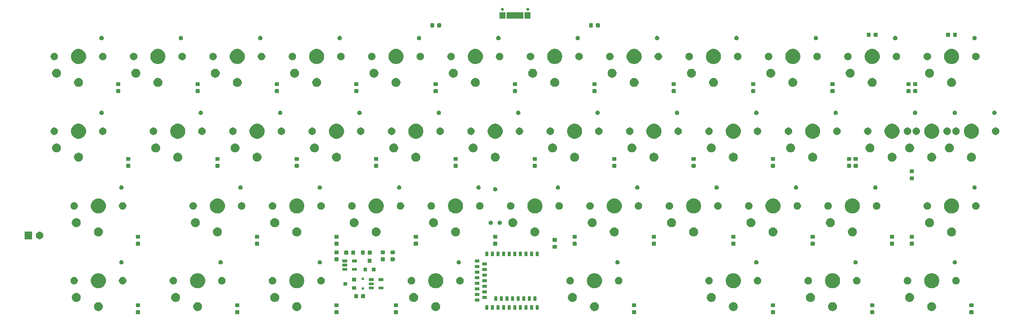
<source format=gts>
G04 #@! TF.GenerationSoftware,KiCad,Pcbnew,(5.1.5-0-10_14)*
G04 #@! TF.CreationDate,2020-12-02T09:52:56-06:00*
G04 #@! TF.ProjectId,nrfmicro,6e72666d-6963-4726-9f2e-6b696361645f,rev?*
G04 #@! TF.SameCoordinates,Original*
G04 #@! TF.FileFunction,Soldermask,Top*
G04 #@! TF.FilePolarity,Negative*
%FSLAX46Y46*%
G04 Gerber Fmt 4.6, Leading zero omitted, Abs format (unit mm)*
G04 Created by KiCad (PCBNEW (5.1.5-0-10_14)) date 2020-12-02 09:52:56*
%MOMM*%
%LPD*%
G04 APERTURE LIST*
%ADD10C,0.100000*%
G04 APERTURE END LIST*
D10*
G36*
X232849116Y-87728564D02*
G01*
X232878311Y-87737421D01*
X232905223Y-87751806D01*
X232928808Y-87771161D01*
X232948163Y-87794746D01*
X232962548Y-87821658D01*
X232971405Y-87850853D01*
X232975000Y-87887359D01*
X232975000Y-88437579D01*
X232971405Y-88474085D01*
X232962548Y-88503280D01*
X232948163Y-88530192D01*
X232928808Y-88553777D01*
X232905223Y-88573132D01*
X232878311Y-88587517D01*
X232849116Y-88596374D01*
X232812610Y-88599969D01*
X232187390Y-88599969D01*
X232150884Y-88596374D01*
X232121689Y-88587517D01*
X232094777Y-88573132D01*
X232071192Y-88553777D01*
X232051837Y-88530192D01*
X232037452Y-88503280D01*
X232028595Y-88474085D01*
X232025000Y-88437579D01*
X232025000Y-87887359D01*
X232028595Y-87850853D01*
X232037452Y-87821658D01*
X232051837Y-87794746D01*
X232071192Y-87771161D01*
X232094777Y-87751806D01*
X232121689Y-87737421D01*
X232150884Y-87728564D01*
X232187390Y-87724969D01*
X232812610Y-87724969D01*
X232849116Y-87728564D01*
G37*
G36*
X210349116Y-87728564D02*
G01*
X210378311Y-87737421D01*
X210405223Y-87751806D01*
X210428808Y-87771161D01*
X210448163Y-87794746D01*
X210462548Y-87821658D01*
X210471405Y-87850853D01*
X210475000Y-87887359D01*
X210475000Y-88437579D01*
X210471405Y-88474085D01*
X210462548Y-88503280D01*
X210448163Y-88530192D01*
X210428808Y-88553777D01*
X210405223Y-88573132D01*
X210378311Y-88587517D01*
X210349116Y-88596374D01*
X210312610Y-88599969D01*
X209687390Y-88599969D01*
X209650884Y-88596374D01*
X209621689Y-88587517D01*
X209594777Y-88573132D01*
X209571192Y-88553777D01*
X209551837Y-88530192D01*
X209537452Y-88503280D01*
X209528595Y-88474085D01*
X209525000Y-88437579D01*
X209525000Y-87887359D01*
X209528595Y-87850853D01*
X209537452Y-87821658D01*
X209551837Y-87794746D01*
X209571192Y-87771161D01*
X209594777Y-87751806D01*
X209621689Y-87737421D01*
X209650884Y-87728564D01*
X209687390Y-87724969D01*
X210312610Y-87724969D01*
X210349116Y-87728564D01*
G37*
G36*
X187849116Y-87728564D02*
G01*
X187878311Y-87737421D01*
X187905223Y-87751806D01*
X187928808Y-87771161D01*
X187948163Y-87794746D01*
X187962548Y-87821658D01*
X187971405Y-87850853D01*
X187975000Y-87887359D01*
X187975000Y-88437579D01*
X187971405Y-88474085D01*
X187962548Y-88503280D01*
X187948163Y-88530192D01*
X187928808Y-88553777D01*
X187905223Y-88573132D01*
X187878311Y-88587517D01*
X187849116Y-88596374D01*
X187812610Y-88599969D01*
X187187390Y-88599969D01*
X187150884Y-88596374D01*
X187121689Y-88587517D01*
X187094777Y-88573132D01*
X187071192Y-88553777D01*
X187051837Y-88530192D01*
X187037452Y-88503280D01*
X187028595Y-88474085D01*
X187025000Y-88437579D01*
X187025000Y-87887359D01*
X187028595Y-87850853D01*
X187037452Y-87821658D01*
X187051837Y-87794746D01*
X187071192Y-87771161D01*
X187094777Y-87751806D01*
X187121689Y-87737421D01*
X187150884Y-87728564D01*
X187187390Y-87724969D01*
X187812610Y-87724969D01*
X187849116Y-87728564D01*
G37*
G36*
X156349116Y-87728564D02*
G01*
X156378311Y-87737421D01*
X156405223Y-87751806D01*
X156428808Y-87771161D01*
X156448163Y-87794746D01*
X156462548Y-87821658D01*
X156471405Y-87850853D01*
X156475000Y-87887359D01*
X156475000Y-88437579D01*
X156471405Y-88474085D01*
X156462548Y-88503280D01*
X156448163Y-88530192D01*
X156428808Y-88553777D01*
X156405223Y-88573132D01*
X156378311Y-88587517D01*
X156349116Y-88596374D01*
X156312610Y-88599969D01*
X155687390Y-88599969D01*
X155650884Y-88596374D01*
X155621689Y-88587517D01*
X155594777Y-88573132D01*
X155571192Y-88553777D01*
X155551837Y-88530192D01*
X155537452Y-88503280D01*
X155528595Y-88474085D01*
X155525000Y-88437579D01*
X155525000Y-87887359D01*
X155528595Y-87850853D01*
X155537452Y-87821658D01*
X155551837Y-87794746D01*
X155571192Y-87771161D01*
X155594777Y-87751806D01*
X155621689Y-87737421D01*
X155650884Y-87728564D01*
X155687390Y-87724969D01*
X156312610Y-87724969D01*
X156349116Y-87728564D01*
G37*
G36*
X102349116Y-87728564D02*
G01*
X102378311Y-87737421D01*
X102405223Y-87751806D01*
X102428808Y-87771161D01*
X102448163Y-87794746D01*
X102462548Y-87821658D01*
X102471405Y-87850853D01*
X102475000Y-87887359D01*
X102475000Y-88437579D01*
X102471405Y-88474085D01*
X102462548Y-88503280D01*
X102448163Y-88530192D01*
X102428808Y-88553777D01*
X102405223Y-88573132D01*
X102378311Y-88587517D01*
X102349116Y-88596374D01*
X102312610Y-88599969D01*
X101687390Y-88599969D01*
X101650884Y-88596374D01*
X101621689Y-88587517D01*
X101594777Y-88573132D01*
X101571192Y-88553777D01*
X101551837Y-88530192D01*
X101537452Y-88503280D01*
X101528595Y-88474085D01*
X101525000Y-88437579D01*
X101525000Y-87887359D01*
X101528595Y-87850853D01*
X101537452Y-87821658D01*
X101551837Y-87794746D01*
X101571192Y-87771161D01*
X101594777Y-87751806D01*
X101621689Y-87737421D01*
X101650884Y-87728564D01*
X101687390Y-87724969D01*
X102312610Y-87724969D01*
X102349116Y-87728564D01*
G37*
G36*
X88849116Y-87728564D02*
G01*
X88878311Y-87737421D01*
X88905223Y-87751806D01*
X88928808Y-87771161D01*
X88948163Y-87794746D01*
X88962548Y-87821658D01*
X88971405Y-87850853D01*
X88975000Y-87887359D01*
X88975000Y-88437579D01*
X88971405Y-88474085D01*
X88962548Y-88503280D01*
X88948163Y-88530192D01*
X88928808Y-88553777D01*
X88905223Y-88573132D01*
X88878311Y-88587517D01*
X88849116Y-88596374D01*
X88812610Y-88599969D01*
X88187390Y-88599969D01*
X88150884Y-88596374D01*
X88121689Y-88587517D01*
X88094777Y-88573132D01*
X88071192Y-88553777D01*
X88051837Y-88530192D01*
X88037452Y-88503280D01*
X88028595Y-88474085D01*
X88025000Y-88437579D01*
X88025000Y-87887359D01*
X88028595Y-87850853D01*
X88037452Y-87821658D01*
X88051837Y-87794746D01*
X88071192Y-87771161D01*
X88094777Y-87751806D01*
X88121689Y-87737421D01*
X88150884Y-87728564D01*
X88187390Y-87724969D01*
X88812610Y-87724969D01*
X88849116Y-87728564D01*
G37*
G36*
X66349116Y-87728564D02*
G01*
X66378311Y-87737421D01*
X66405223Y-87751806D01*
X66428808Y-87771161D01*
X66448163Y-87794746D01*
X66462548Y-87821658D01*
X66471405Y-87850853D01*
X66475000Y-87887359D01*
X66475000Y-88437579D01*
X66471405Y-88474085D01*
X66462548Y-88503280D01*
X66448163Y-88530192D01*
X66428808Y-88553777D01*
X66405223Y-88573132D01*
X66378311Y-88587517D01*
X66349116Y-88596374D01*
X66312610Y-88599969D01*
X65687390Y-88599969D01*
X65650884Y-88596374D01*
X65621689Y-88587517D01*
X65594777Y-88573132D01*
X65571192Y-88553777D01*
X65551837Y-88530192D01*
X65537452Y-88503280D01*
X65528595Y-88474085D01*
X65525000Y-88437579D01*
X65525000Y-87887359D01*
X65528595Y-87850853D01*
X65537452Y-87821658D01*
X65551837Y-87794746D01*
X65571192Y-87771161D01*
X65594777Y-87751806D01*
X65621689Y-87737421D01*
X65650884Y-87728564D01*
X65687390Y-87724969D01*
X66312610Y-87724969D01*
X66349116Y-87728564D01*
G37*
G36*
X43849116Y-87728564D02*
G01*
X43878311Y-87737421D01*
X43905223Y-87751806D01*
X43928808Y-87771161D01*
X43948163Y-87794746D01*
X43962548Y-87821658D01*
X43971405Y-87850853D01*
X43975000Y-87887359D01*
X43975000Y-88437579D01*
X43971405Y-88474085D01*
X43962548Y-88503280D01*
X43948163Y-88530192D01*
X43928808Y-88553777D01*
X43905223Y-88573132D01*
X43878311Y-88587517D01*
X43849116Y-88596374D01*
X43812610Y-88599969D01*
X43187390Y-88599969D01*
X43150884Y-88596374D01*
X43121689Y-88587517D01*
X43094777Y-88573132D01*
X43071192Y-88553777D01*
X43051837Y-88530192D01*
X43037452Y-88503280D01*
X43028595Y-88474085D01*
X43025000Y-88437579D01*
X43025000Y-87887359D01*
X43028595Y-87850853D01*
X43037452Y-87821658D01*
X43051837Y-87794746D01*
X43071192Y-87771161D01*
X43094777Y-87751806D01*
X43121689Y-87737421D01*
X43150884Y-87728564D01*
X43187390Y-87724969D01*
X43812610Y-87724969D01*
X43849116Y-87728564D01*
G37*
G36*
X34730926Y-85910029D02*
G01*
X34796356Y-85923044D01*
X34981256Y-85999632D01*
X35147662Y-86110821D01*
X35289179Y-86252338D01*
X35400368Y-86418744D01*
X35476956Y-86603644D01*
X35516000Y-86799933D01*
X35516000Y-87000067D01*
X35476956Y-87196356D01*
X35400368Y-87381256D01*
X35289179Y-87547662D01*
X35147662Y-87689179D01*
X34981256Y-87800368D01*
X34796356Y-87876956D01*
X34744056Y-87887359D01*
X34600069Y-87916000D01*
X34399931Y-87916000D01*
X34255944Y-87887359D01*
X34203644Y-87876956D01*
X34018744Y-87800368D01*
X33852338Y-87689179D01*
X33710821Y-87547662D01*
X33599632Y-87381256D01*
X33523044Y-87196356D01*
X33484000Y-87000067D01*
X33484000Y-86799933D01*
X33523044Y-86603644D01*
X33599632Y-86418744D01*
X33710821Y-86252338D01*
X33852338Y-86110821D01*
X34018744Y-85999632D01*
X34203644Y-85923044D01*
X34269074Y-85910029D01*
X34399931Y-85884000D01*
X34600069Y-85884000D01*
X34730926Y-85910029D01*
G37*
G36*
X57230926Y-85910029D02*
G01*
X57296356Y-85923044D01*
X57481256Y-85999632D01*
X57647662Y-86110821D01*
X57789179Y-86252338D01*
X57900368Y-86418744D01*
X57976956Y-86603644D01*
X58016000Y-86799933D01*
X58016000Y-87000067D01*
X57976956Y-87196356D01*
X57900368Y-87381256D01*
X57789179Y-87547662D01*
X57647662Y-87689179D01*
X57481256Y-87800368D01*
X57296356Y-87876956D01*
X57244056Y-87887359D01*
X57100069Y-87916000D01*
X56899931Y-87916000D01*
X56755944Y-87887359D01*
X56703644Y-87876956D01*
X56518744Y-87800368D01*
X56352338Y-87689179D01*
X56210821Y-87547662D01*
X56099632Y-87381256D01*
X56023044Y-87196356D01*
X55984000Y-87000067D01*
X55984000Y-86799933D01*
X56023044Y-86603644D01*
X56099632Y-86418744D01*
X56210821Y-86252338D01*
X56352338Y-86110821D01*
X56518744Y-85999632D01*
X56703644Y-85923044D01*
X56769074Y-85910029D01*
X56899931Y-85884000D01*
X57100069Y-85884000D01*
X57230926Y-85910029D01*
G37*
G36*
X79730926Y-85910029D02*
G01*
X79796356Y-85923044D01*
X79981256Y-85999632D01*
X80147662Y-86110821D01*
X80289179Y-86252338D01*
X80400368Y-86418744D01*
X80476956Y-86603644D01*
X80516000Y-86799933D01*
X80516000Y-87000067D01*
X80476956Y-87196356D01*
X80400368Y-87381256D01*
X80289179Y-87547662D01*
X80147662Y-87689179D01*
X79981256Y-87800368D01*
X79796356Y-87876956D01*
X79744056Y-87887359D01*
X79600069Y-87916000D01*
X79399931Y-87916000D01*
X79255944Y-87887359D01*
X79203644Y-87876956D01*
X79018744Y-87800368D01*
X78852338Y-87689179D01*
X78710821Y-87547662D01*
X78599632Y-87381256D01*
X78523044Y-87196356D01*
X78484000Y-87000067D01*
X78484000Y-86799933D01*
X78523044Y-86603644D01*
X78599632Y-86418744D01*
X78710821Y-86252338D01*
X78852338Y-86110821D01*
X79018744Y-85999632D01*
X79203644Y-85923044D01*
X79269074Y-85910029D01*
X79399931Y-85884000D01*
X79600069Y-85884000D01*
X79730926Y-85910029D01*
G37*
G36*
X111230926Y-85910029D02*
G01*
X111296356Y-85923044D01*
X111481256Y-85999632D01*
X111647662Y-86110821D01*
X111789179Y-86252338D01*
X111900368Y-86418744D01*
X111976956Y-86603644D01*
X112016000Y-86799933D01*
X112016000Y-87000067D01*
X111976956Y-87196356D01*
X111900368Y-87381256D01*
X111789179Y-87547662D01*
X111647662Y-87689179D01*
X111481256Y-87800368D01*
X111296356Y-87876956D01*
X111244056Y-87887359D01*
X111100069Y-87916000D01*
X110899931Y-87916000D01*
X110755944Y-87887359D01*
X110703644Y-87876956D01*
X110518744Y-87800368D01*
X110352338Y-87689179D01*
X110210821Y-87547662D01*
X110099632Y-87381256D01*
X110023044Y-87196356D01*
X109984000Y-87000067D01*
X109984000Y-86799933D01*
X110023044Y-86603644D01*
X110099632Y-86418744D01*
X110210821Y-86252338D01*
X110352338Y-86110821D01*
X110518744Y-85999632D01*
X110703644Y-85923044D01*
X110769074Y-85910029D01*
X110899931Y-85884000D01*
X111100069Y-85884000D01*
X111230926Y-85910029D01*
G37*
G36*
X147230926Y-85910029D02*
G01*
X147296356Y-85923044D01*
X147481256Y-85999632D01*
X147647662Y-86110821D01*
X147789179Y-86252338D01*
X147900368Y-86418744D01*
X147976956Y-86603644D01*
X148016000Y-86799933D01*
X148016000Y-87000067D01*
X147976956Y-87196356D01*
X147900368Y-87381256D01*
X147789179Y-87547662D01*
X147647662Y-87689179D01*
X147481256Y-87800368D01*
X147296356Y-87876956D01*
X147244056Y-87887359D01*
X147100069Y-87916000D01*
X146899931Y-87916000D01*
X146755944Y-87887359D01*
X146703644Y-87876956D01*
X146518744Y-87800368D01*
X146352338Y-87689179D01*
X146210821Y-87547662D01*
X146099632Y-87381256D01*
X146023044Y-87196356D01*
X145984000Y-87000067D01*
X145984000Y-86799933D01*
X146023044Y-86603644D01*
X146099632Y-86418744D01*
X146210821Y-86252338D01*
X146352338Y-86110821D01*
X146518744Y-85999632D01*
X146703644Y-85923044D01*
X146769074Y-85910029D01*
X146899931Y-85884000D01*
X147100069Y-85884000D01*
X147230926Y-85910029D01*
G37*
G36*
X178730926Y-85910029D02*
G01*
X178796356Y-85923044D01*
X178981256Y-85999632D01*
X179147662Y-86110821D01*
X179289179Y-86252338D01*
X179400368Y-86418744D01*
X179476956Y-86603644D01*
X179516000Y-86799933D01*
X179516000Y-87000067D01*
X179476956Y-87196356D01*
X179400368Y-87381256D01*
X179289179Y-87547662D01*
X179147662Y-87689179D01*
X178981256Y-87800368D01*
X178796356Y-87876956D01*
X178744056Y-87887359D01*
X178600069Y-87916000D01*
X178399931Y-87916000D01*
X178255944Y-87887359D01*
X178203644Y-87876956D01*
X178018744Y-87800368D01*
X177852338Y-87689179D01*
X177710821Y-87547662D01*
X177599632Y-87381256D01*
X177523044Y-87196356D01*
X177484000Y-87000067D01*
X177484000Y-86799933D01*
X177523044Y-86603644D01*
X177599632Y-86418744D01*
X177710821Y-86252338D01*
X177852338Y-86110821D01*
X178018744Y-85999632D01*
X178203644Y-85923044D01*
X178269074Y-85910029D01*
X178399931Y-85884000D01*
X178600069Y-85884000D01*
X178730926Y-85910029D01*
G37*
G36*
X201230926Y-85910029D02*
G01*
X201296356Y-85923044D01*
X201481256Y-85999632D01*
X201647662Y-86110821D01*
X201789179Y-86252338D01*
X201900368Y-86418744D01*
X201976956Y-86603644D01*
X202016000Y-86799933D01*
X202016000Y-87000067D01*
X201976956Y-87196356D01*
X201900368Y-87381256D01*
X201789179Y-87547662D01*
X201647662Y-87689179D01*
X201481256Y-87800368D01*
X201296356Y-87876956D01*
X201244056Y-87887359D01*
X201100069Y-87916000D01*
X200899931Y-87916000D01*
X200755944Y-87887359D01*
X200703644Y-87876956D01*
X200518744Y-87800368D01*
X200352338Y-87689179D01*
X200210821Y-87547662D01*
X200099632Y-87381256D01*
X200023044Y-87196356D01*
X199984000Y-87000067D01*
X199984000Y-86799933D01*
X200023044Y-86603644D01*
X200099632Y-86418744D01*
X200210821Y-86252338D01*
X200352338Y-86110821D01*
X200518744Y-85999632D01*
X200703644Y-85923044D01*
X200769074Y-85910029D01*
X200899931Y-85884000D01*
X201100069Y-85884000D01*
X201230926Y-85910029D01*
G37*
G36*
X223730926Y-85910029D02*
G01*
X223796356Y-85923044D01*
X223981256Y-85999632D01*
X224147662Y-86110821D01*
X224289179Y-86252338D01*
X224400368Y-86418744D01*
X224476956Y-86603644D01*
X224516000Y-86799933D01*
X224516000Y-87000067D01*
X224476956Y-87196356D01*
X224400368Y-87381256D01*
X224289179Y-87547662D01*
X224147662Y-87689179D01*
X223981256Y-87800368D01*
X223796356Y-87876956D01*
X223744056Y-87887359D01*
X223600069Y-87916000D01*
X223399931Y-87916000D01*
X223255944Y-87887359D01*
X223203644Y-87876956D01*
X223018744Y-87800368D01*
X222852338Y-87689179D01*
X222710821Y-87547662D01*
X222599632Y-87381256D01*
X222523044Y-87196356D01*
X222484000Y-87000067D01*
X222484000Y-86799933D01*
X222523044Y-86603644D01*
X222599632Y-86418744D01*
X222710821Y-86252338D01*
X222852338Y-86110821D01*
X223018744Y-85999632D01*
X223203644Y-85923044D01*
X223269074Y-85910029D01*
X223399931Y-85884000D01*
X223600069Y-85884000D01*
X223730926Y-85910029D01*
G37*
G36*
X122925000Y-87619000D02*
G01*
X122275000Y-87619000D01*
X122275000Y-86619000D01*
X122925000Y-86619000D01*
X122925000Y-87619000D01*
G37*
G36*
X125465000Y-87619000D02*
G01*
X124815000Y-87619000D01*
X124815000Y-86619000D01*
X125465000Y-86619000D01*
X125465000Y-87619000D01*
G37*
G36*
X124195000Y-87619000D02*
G01*
X123545000Y-87619000D01*
X123545000Y-86619000D01*
X124195000Y-86619000D01*
X124195000Y-87619000D01*
G37*
G36*
X129275000Y-87619000D02*
G01*
X128625000Y-87619000D01*
X128625000Y-86619000D01*
X129275000Y-86619000D01*
X129275000Y-87619000D01*
G37*
G36*
X130545000Y-87619000D02*
G01*
X129895000Y-87619000D01*
X129895000Y-86619000D01*
X130545000Y-86619000D01*
X130545000Y-87619000D01*
G37*
G36*
X131815000Y-87619000D02*
G01*
X131165000Y-87619000D01*
X131165000Y-86619000D01*
X131815000Y-86619000D01*
X131815000Y-87619000D01*
G37*
G36*
X133085000Y-87619000D02*
G01*
X132435000Y-87619000D01*
X132435000Y-86619000D01*
X133085000Y-86619000D01*
X133085000Y-87619000D01*
G37*
G36*
X128005000Y-87619000D02*
G01*
X127355000Y-87619000D01*
X127355000Y-86619000D01*
X128005000Y-86619000D01*
X128005000Y-87619000D01*
G37*
G36*
X134355000Y-87619000D02*
G01*
X133705000Y-87619000D01*
X133705000Y-86619000D01*
X134355000Y-86619000D01*
X134355000Y-87619000D01*
G37*
G36*
X126735000Y-87619000D02*
G01*
X126085000Y-87619000D01*
X126085000Y-86619000D01*
X126735000Y-86619000D01*
X126735000Y-87619000D01*
G37*
G36*
X88849116Y-86153564D02*
G01*
X88878311Y-86162421D01*
X88905223Y-86176806D01*
X88928808Y-86196161D01*
X88948163Y-86219746D01*
X88962548Y-86246658D01*
X88971405Y-86275853D01*
X88975000Y-86312359D01*
X88975000Y-86862579D01*
X88971405Y-86899085D01*
X88962548Y-86928280D01*
X88948163Y-86955192D01*
X88928808Y-86978777D01*
X88905223Y-86998132D01*
X88878311Y-87012517D01*
X88849116Y-87021374D01*
X88812610Y-87024969D01*
X88187390Y-87024969D01*
X88150884Y-87021374D01*
X88121689Y-87012517D01*
X88094777Y-86998132D01*
X88071192Y-86978777D01*
X88051837Y-86955192D01*
X88037452Y-86928280D01*
X88028595Y-86899085D01*
X88025000Y-86862579D01*
X88025000Y-86312359D01*
X88028595Y-86275853D01*
X88037452Y-86246658D01*
X88051837Y-86219746D01*
X88071192Y-86196161D01*
X88094777Y-86176806D01*
X88121689Y-86162421D01*
X88150884Y-86153564D01*
X88187390Y-86149969D01*
X88812610Y-86149969D01*
X88849116Y-86153564D01*
G37*
G36*
X210349116Y-86153564D02*
G01*
X210378311Y-86162421D01*
X210405223Y-86176806D01*
X210428808Y-86196161D01*
X210448163Y-86219746D01*
X210462548Y-86246658D01*
X210471405Y-86275853D01*
X210475000Y-86312359D01*
X210475000Y-86862579D01*
X210471405Y-86899085D01*
X210462548Y-86928280D01*
X210448163Y-86955192D01*
X210428808Y-86978777D01*
X210405223Y-86998132D01*
X210378311Y-87012517D01*
X210349116Y-87021374D01*
X210312610Y-87024969D01*
X209687390Y-87024969D01*
X209650884Y-87021374D01*
X209621689Y-87012517D01*
X209594777Y-86998132D01*
X209571192Y-86978777D01*
X209551837Y-86955192D01*
X209537452Y-86928280D01*
X209528595Y-86899085D01*
X209525000Y-86862579D01*
X209525000Y-86312359D01*
X209528595Y-86275853D01*
X209537452Y-86246658D01*
X209551837Y-86219746D01*
X209571192Y-86196161D01*
X209594777Y-86176806D01*
X209621689Y-86162421D01*
X209650884Y-86153564D01*
X209687390Y-86149969D01*
X210312610Y-86149969D01*
X210349116Y-86153564D01*
G37*
G36*
X102349116Y-86153564D02*
G01*
X102378311Y-86162421D01*
X102405223Y-86176806D01*
X102428808Y-86196161D01*
X102448163Y-86219746D01*
X102462548Y-86246658D01*
X102471405Y-86275853D01*
X102475000Y-86312359D01*
X102475000Y-86862579D01*
X102471405Y-86899085D01*
X102462548Y-86928280D01*
X102448163Y-86955192D01*
X102428808Y-86978777D01*
X102405223Y-86998132D01*
X102378311Y-87012517D01*
X102349116Y-87021374D01*
X102312610Y-87024969D01*
X101687390Y-87024969D01*
X101650884Y-87021374D01*
X101621689Y-87012517D01*
X101594777Y-86998132D01*
X101571192Y-86978777D01*
X101551837Y-86955192D01*
X101537452Y-86928280D01*
X101528595Y-86899085D01*
X101525000Y-86862579D01*
X101525000Y-86312359D01*
X101528595Y-86275853D01*
X101537452Y-86246658D01*
X101551837Y-86219746D01*
X101571192Y-86196161D01*
X101594777Y-86176806D01*
X101621689Y-86162421D01*
X101650884Y-86153564D01*
X101687390Y-86149969D01*
X102312610Y-86149969D01*
X102349116Y-86153564D01*
G37*
G36*
X187849116Y-86153564D02*
G01*
X187878311Y-86162421D01*
X187905223Y-86176806D01*
X187928808Y-86196161D01*
X187948163Y-86219746D01*
X187962548Y-86246658D01*
X187971405Y-86275853D01*
X187975000Y-86312359D01*
X187975000Y-86862579D01*
X187971405Y-86899085D01*
X187962548Y-86928280D01*
X187948163Y-86955192D01*
X187928808Y-86978777D01*
X187905223Y-86998132D01*
X187878311Y-87012517D01*
X187849116Y-87021374D01*
X187812610Y-87024969D01*
X187187390Y-87024969D01*
X187150884Y-87021374D01*
X187121689Y-87012517D01*
X187094777Y-86998132D01*
X187071192Y-86978777D01*
X187051837Y-86955192D01*
X187037452Y-86928280D01*
X187028595Y-86899085D01*
X187025000Y-86862579D01*
X187025000Y-86312359D01*
X187028595Y-86275853D01*
X187037452Y-86246658D01*
X187051837Y-86219746D01*
X187071192Y-86196161D01*
X187094777Y-86176806D01*
X187121689Y-86162421D01*
X187150884Y-86153564D01*
X187187390Y-86149969D01*
X187812610Y-86149969D01*
X187849116Y-86153564D01*
G37*
G36*
X156349116Y-86153564D02*
G01*
X156378311Y-86162421D01*
X156405223Y-86176806D01*
X156428808Y-86196161D01*
X156448163Y-86219746D01*
X156462548Y-86246658D01*
X156471405Y-86275853D01*
X156475000Y-86312359D01*
X156475000Y-86862579D01*
X156471405Y-86899085D01*
X156462548Y-86928280D01*
X156448163Y-86955192D01*
X156428808Y-86978777D01*
X156405223Y-86998132D01*
X156378311Y-87012517D01*
X156349116Y-87021374D01*
X156312610Y-87024969D01*
X155687390Y-87024969D01*
X155650884Y-87021374D01*
X155621689Y-87012517D01*
X155594777Y-86998132D01*
X155571192Y-86978777D01*
X155551837Y-86955192D01*
X155537452Y-86928280D01*
X155528595Y-86899085D01*
X155525000Y-86862579D01*
X155525000Y-86312359D01*
X155528595Y-86275853D01*
X155537452Y-86246658D01*
X155551837Y-86219746D01*
X155571192Y-86196161D01*
X155594777Y-86176806D01*
X155621689Y-86162421D01*
X155650884Y-86153564D01*
X155687390Y-86149969D01*
X156312610Y-86149969D01*
X156349116Y-86153564D01*
G37*
G36*
X232849116Y-86153564D02*
G01*
X232878311Y-86162421D01*
X232905223Y-86176806D01*
X232928808Y-86196161D01*
X232948163Y-86219746D01*
X232962548Y-86246658D01*
X232971405Y-86275853D01*
X232975000Y-86312359D01*
X232975000Y-86862579D01*
X232971405Y-86899085D01*
X232962548Y-86928280D01*
X232948163Y-86955192D01*
X232928808Y-86978777D01*
X232905223Y-86998132D01*
X232878311Y-87012517D01*
X232849116Y-87021374D01*
X232812610Y-87024969D01*
X232187390Y-87024969D01*
X232150884Y-87021374D01*
X232121689Y-87012517D01*
X232094777Y-86998132D01*
X232071192Y-86978777D01*
X232051837Y-86955192D01*
X232037452Y-86928280D01*
X232028595Y-86899085D01*
X232025000Y-86862579D01*
X232025000Y-86312359D01*
X232028595Y-86275853D01*
X232037452Y-86246658D01*
X232051837Y-86219746D01*
X232071192Y-86196161D01*
X232094777Y-86176806D01*
X232121689Y-86162421D01*
X232150884Y-86153564D01*
X232187390Y-86149969D01*
X232812610Y-86149969D01*
X232849116Y-86153564D01*
G37*
G36*
X66349116Y-86153564D02*
G01*
X66378311Y-86162421D01*
X66405223Y-86176806D01*
X66428808Y-86196161D01*
X66448163Y-86219746D01*
X66462548Y-86246658D01*
X66471405Y-86275853D01*
X66475000Y-86312359D01*
X66475000Y-86862579D01*
X66471405Y-86899085D01*
X66462548Y-86928280D01*
X66448163Y-86955192D01*
X66428808Y-86978777D01*
X66405223Y-86998132D01*
X66378311Y-87012517D01*
X66349116Y-87021374D01*
X66312610Y-87024969D01*
X65687390Y-87024969D01*
X65650884Y-87021374D01*
X65621689Y-87012517D01*
X65594777Y-86998132D01*
X65571192Y-86978777D01*
X65551837Y-86955192D01*
X65537452Y-86928280D01*
X65528595Y-86899085D01*
X65525000Y-86862579D01*
X65525000Y-86312359D01*
X65528595Y-86275853D01*
X65537452Y-86246658D01*
X65551837Y-86219746D01*
X65571192Y-86196161D01*
X65594777Y-86176806D01*
X65621689Y-86162421D01*
X65650884Y-86153564D01*
X65687390Y-86149969D01*
X66312610Y-86149969D01*
X66349116Y-86153564D01*
G37*
G36*
X43849116Y-86153564D02*
G01*
X43878311Y-86162421D01*
X43905223Y-86176806D01*
X43928808Y-86196161D01*
X43948163Y-86219746D01*
X43962548Y-86246658D01*
X43971405Y-86275853D01*
X43975000Y-86312359D01*
X43975000Y-86862579D01*
X43971405Y-86899085D01*
X43962548Y-86928280D01*
X43948163Y-86955192D01*
X43928808Y-86978777D01*
X43905223Y-86998132D01*
X43878311Y-87012517D01*
X43849116Y-87021374D01*
X43812610Y-87024969D01*
X43187390Y-87024969D01*
X43150884Y-87021374D01*
X43121689Y-87012517D01*
X43094777Y-86998132D01*
X43071192Y-86978777D01*
X43051837Y-86955192D01*
X43037452Y-86928280D01*
X43028595Y-86899085D01*
X43025000Y-86862579D01*
X43025000Y-86312359D01*
X43028595Y-86275853D01*
X43037452Y-86246658D01*
X43051837Y-86219746D01*
X43071192Y-86196161D01*
X43094777Y-86176806D01*
X43121689Y-86162421D01*
X43150884Y-86153564D01*
X43187390Y-86149969D01*
X43812610Y-86149969D01*
X43849116Y-86153564D01*
G37*
G36*
X218730926Y-83810029D02*
G01*
X218796356Y-83823044D01*
X218981256Y-83899632D01*
X219147662Y-84010821D01*
X219289179Y-84152338D01*
X219400368Y-84318744D01*
X219476956Y-84503644D01*
X219489971Y-84569074D01*
X219516000Y-84699931D01*
X219516000Y-84900069D01*
X219505557Y-84952567D01*
X219476956Y-85096356D01*
X219400368Y-85281256D01*
X219289179Y-85447662D01*
X219147662Y-85589179D01*
X218981256Y-85700368D01*
X218796356Y-85776956D01*
X218730926Y-85789971D01*
X218600069Y-85816000D01*
X218399931Y-85816000D01*
X218269074Y-85789971D01*
X218203644Y-85776956D01*
X218018744Y-85700368D01*
X217852338Y-85589179D01*
X217710821Y-85447662D01*
X217599632Y-85281256D01*
X217523044Y-85096356D01*
X217494443Y-84952567D01*
X217484000Y-84900069D01*
X217484000Y-84699931D01*
X217510029Y-84569074D01*
X217523044Y-84503644D01*
X217599632Y-84318744D01*
X217710821Y-84152338D01*
X217852338Y-84010821D01*
X218018744Y-83899632D01*
X218203644Y-83823044D01*
X218269074Y-83810029D01*
X218399931Y-83784000D01*
X218600069Y-83784000D01*
X218730926Y-83810029D01*
G37*
G36*
X196230926Y-83810029D02*
G01*
X196296356Y-83823044D01*
X196481256Y-83899632D01*
X196647662Y-84010821D01*
X196789179Y-84152338D01*
X196900368Y-84318744D01*
X196976956Y-84503644D01*
X196989971Y-84569074D01*
X197016000Y-84699931D01*
X197016000Y-84900069D01*
X197005557Y-84952567D01*
X196976956Y-85096356D01*
X196900368Y-85281256D01*
X196789179Y-85447662D01*
X196647662Y-85589179D01*
X196481256Y-85700368D01*
X196296356Y-85776956D01*
X196230926Y-85789971D01*
X196100069Y-85816000D01*
X195899931Y-85816000D01*
X195769074Y-85789971D01*
X195703644Y-85776956D01*
X195518744Y-85700368D01*
X195352338Y-85589179D01*
X195210821Y-85447662D01*
X195099632Y-85281256D01*
X195023044Y-85096356D01*
X194994443Y-84952567D01*
X194984000Y-84900069D01*
X194984000Y-84699931D01*
X195010029Y-84569074D01*
X195023044Y-84503644D01*
X195099632Y-84318744D01*
X195210821Y-84152338D01*
X195352338Y-84010821D01*
X195518744Y-83899632D01*
X195703644Y-83823044D01*
X195769074Y-83810029D01*
X195899931Y-83784000D01*
X196100069Y-83784000D01*
X196230926Y-83810029D01*
G37*
G36*
X173730926Y-83810029D02*
G01*
X173796356Y-83823044D01*
X173981256Y-83899632D01*
X174147662Y-84010821D01*
X174289179Y-84152338D01*
X174400368Y-84318744D01*
X174476956Y-84503644D01*
X174489971Y-84569074D01*
X174516000Y-84699931D01*
X174516000Y-84900069D01*
X174505557Y-84952567D01*
X174476956Y-85096356D01*
X174400368Y-85281256D01*
X174289179Y-85447662D01*
X174147662Y-85589179D01*
X173981256Y-85700368D01*
X173796356Y-85776956D01*
X173730926Y-85789971D01*
X173600069Y-85816000D01*
X173399931Y-85816000D01*
X173269074Y-85789971D01*
X173203644Y-85776956D01*
X173018744Y-85700368D01*
X172852338Y-85589179D01*
X172710821Y-85447662D01*
X172599632Y-85281256D01*
X172523044Y-85096356D01*
X172494443Y-84952567D01*
X172484000Y-84900069D01*
X172484000Y-84699931D01*
X172510029Y-84569074D01*
X172523044Y-84503644D01*
X172599632Y-84318744D01*
X172710821Y-84152338D01*
X172852338Y-84010821D01*
X173018744Y-83899632D01*
X173203644Y-83823044D01*
X173269074Y-83810029D01*
X173399931Y-83784000D01*
X173600069Y-83784000D01*
X173730926Y-83810029D01*
G37*
G36*
X142230926Y-83810029D02*
G01*
X142296356Y-83823044D01*
X142481256Y-83899632D01*
X142647662Y-84010821D01*
X142789179Y-84152338D01*
X142900368Y-84318744D01*
X142976956Y-84503644D01*
X142989971Y-84569074D01*
X143016000Y-84699931D01*
X143016000Y-84900069D01*
X143005557Y-84952567D01*
X142976956Y-85096356D01*
X142900368Y-85281256D01*
X142789179Y-85447662D01*
X142647662Y-85589179D01*
X142481256Y-85700368D01*
X142296356Y-85776956D01*
X142230926Y-85789971D01*
X142100069Y-85816000D01*
X141899931Y-85816000D01*
X141769074Y-85789971D01*
X141703644Y-85776956D01*
X141518744Y-85700368D01*
X141352338Y-85589179D01*
X141210821Y-85447662D01*
X141099632Y-85281256D01*
X141023044Y-85096356D01*
X140994443Y-84952567D01*
X140984000Y-84900069D01*
X140984000Y-84699931D01*
X141010029Y-84569074D01*
X141023044Y-84503644D01*
X141099632Y-84318744D01*
X141210821Y-84152338D01*
X141352338Y-84010821D01*
X141518744Y-83899632D01*
X141703644Y-83823044D01*
X141769074Y-83810029D01*
X141899931Y-83784000D01*
X142100069Y-83784000D01*
X142230926Y-83810029D01*
G37*
G36*
X106230926Y-83810029D02*
G01*
X106296356Y-83823044D01*
X106481256Y-83899632D01*
X106647662Y-84010821D01*
X106789179Y-84152338D01*
X106900368Y-84318744D01*
X106976956Y-84503644D01*
X106989971Y-84569074D01*
X107016000Y-84699931D01*
X107016000Y-84900069D01*
X107005557Y-84952567D01*
X106976956Y-85096356D01*
X106900368Y-85281256D01*
X106789179Y-85447662D01*
X106647662Y-85589179D01*
X106481256Y-85700368D01*
X106296356Y-85776956D01*
X106230926Y-85789971D01*
X106100069Y-85816000D01*
X105899931Y-85816000D01*
X105769074Y-85789971D01*
X105703644Y-85776956D01*
X105518744Y-85700368D01*
X105352338Y-85589179D01*
X105210821Y-85447662D01*
X105099632Y-85281256D01*
X105023044Y-85096356D01*
X104994443Y-84952567D01*
X104984000Y-84900069D01*
X104984000Y-84699931D01*
X105010029Y-84569074D01*
X105023044Y-84503644D01*
X105099632Y-84318744D01*
X105210821Y-84152338D01*
X105352338Y-84010821D01*
X105518744Y-83899632D01*
X105703644Y-83823044D01*
X105769074Y-83810029D01*
X105899931Y-83784000D01*
X106100069Y-83784000D01*
X106230926Y-83810029D01*
G37*
G36*
X74730926Y-83810029D02*
G01*
X74796356Y-83823044D01*
X74981256Y-83899632D01*
X75147662Y-84010821D01*
X75289179Y-84152338D01*
X75400368Y-84318744D01*
X75476956Y-84503644D01*
X75489971Y-84569074D01*
X75516000Y-84699931D01*
X75516000Y-84900069D01*
X75505557Y-84952567D01*
X75476956Y-85096356D01*
X75400368Y-85281256D01*
X75289179Y-85447662D01*
X75147662Y-85589179D01*
X74981256Y-85700368D01*
X74796356Y-85776956D01*
X74730926Y-85789971D01*
X74600069Y-85816000D01*
X74399931Y-85816000D01*
X74269074Y-85789971D01*
X74203644Y-85776956D01*
X74018744Y-85700368D01*
X73852338Y-85589179D01*
X73710821Y-85447662D01*
X73599632Y-85281256D01*
X73523044Y-85096356D01*
X73494443Y-84952567D01*
X73484000Y-84900069D01*
X73484000Y-84699931D01*
X73510029Y-84569074D01*
X73523044Y-84503644D01*
X73599632Y-84318744D01*
X73710821Y-84152338D01*
X73852338Y-84010821D01*
X74018744Y-83899632D01*
X74203644Y-83823044D01*
X74269074Y-83810029D01*
X74399931Y-83784000D01*
X74600069Y-83784000D01*
X74730926Y-83810029D01*
G37*
G36*
X52230926Y-83810029D02*
G01*
X52296356Y-83823044D01*
X52481256Y-83899632D01*
X52647662Y-84010821D01*
X52789179Y-84152338D01*
X52900368Y-84318744D01*
X52976956Y-84503644D01*
X52989971Y-84569074D01*
X53016000Y-84699931D01*
X53016000Y-84900069D01*
X53005557Y-84952567D01*
X52976956Y-85096356D01*
X52900368Y-85281256D01*
X52789179Y-85447662D01*
X52647662Y-85589179D01*
X52481256Y-85700368D01*
X52296356Y-85776956D01*
X52230926Y-85789971D01*
X52100069Y-85816000D01*
X51899931Y-85816000D01*
X51769074Y-85789971D01*
X51703644Y-85776956D01*
X51518744Y-85700368D01*
X51352338Y-85589179D01*
X51210821Y-85447662D01*
X51099632Y-85281256D01*
X51023044Y-85096356D01*
X50994443Y-84952567D01*
X50984000Y-84900069D01*
X50984000Y-84699931D01*
X51010029Y-84569074D01*
X51023044Y-84503644D01*
X51099632Y-84318744D01*
X51210821Y-84152338D01*
X51352338Y-84010821D01*
X51518744Y-83899632D01*
X51703644Y-83823044D01*
X51769074Y-83810029D01*
X51899931Y-83784000D01*
X52100069Y-83784000D01*
X52230926Y-83810029D01*
G37*
G36*
X29730926Y-83810029D02*
G01*
X29796356Y-83823044D01*
X29981256Y-83899632D01*
X30147662Y-84010821D01*
X30289179Y-84152338D01*
X30400368Y-84318744D01*
X30476956Y-84503644D01*
X30489971Y-84569074D01*
X30516000Y-84699931D01*
X30516000Y-84900069D01*
X30505557Y-84952567D01*
X30476956Y-85096356D01*
X30400368Y-85281256D01*
X30289179Y-85447662D01*
X30147662Y-85589179D01*
X29981256Y-85700368D01*
X29796356Y-85776956D01*
X29730926Y-85789971D01*
X29600069Y-85816000D01*
X29399931Y-85816000D01*
X29269074Y-85789971D01*
X29203644Y-85776956D01*
X29018744Y-85700368D01*
X28852338Y-85589179D01*
X28710821Y-85447662D01*
X28599632Y-85281256D01*
X28523044Y-85096356D01*
X28494443Y-84952567D01*
X28484000Y-84900069D01*
X28484000Y-84699931D01*
X28510029Y-84569074D01*
X28523044Y-84503644D01*
X28599632Y-84318744D01*
X28710821Y-84152338D01*
X28852338Y-84010821D01*
X29018744Y-83899632D01*
X29203644Y-83823044D01*
X29269074Y-83810029D01*
X29399931Y-83784000D01*
X29600069Y-83784000D01*
X29730926Y-83810029D01*
G37*
G36*
X120881000Y-85745000D02*
G01*
X119881000Y-85745000D01*
X119881000Y-85095000D01*
X120881000Y-85095000D01*
X120881000Y-85745000D01*
G37*
G36*
X124957000Y-85541000D02*
G01*
X124307000Y-85541000D01*
X124307000Y-84541000D01*
X124957000Y-84541000D01*
X124957000Y-85541000D01*
G37*
G36*
X133847000Y-85541000D02*
G01*
X133197000Y-85541000D01*
X133197000Y-84541000D01*
X133847000Y-84541000D01*
X133847000Y-85541000D01*
G37*
G36*
X132577000Y-85541000D02*
G01*
X131927000Y-85541000D01*
X131927000Y-84541000D01*
X132577000Y-84541000D01*
X132577000Y-85541000D01*
G37*
G36*
X130037000Y-85541000D02*
G01*
X129387000Y-85541000D01*
X129387000Y-84541000D01*
X130037000Y-84541000D01*
X130037000Y-85541000D01*
G37*
G36*
X128767000Y-85541000D02*
G01*
X128117000Y-85541000D01*
X128117000Y-84541000D01*
X128767000Y-84541000D01*
X128767000Y-85541000D01*
G37*
G36*
X127497000Y-85541000D02*
G01*
X126847000Y-85541000D01*
X126847000Y-84541000D01*
X127497000Y-84541000D01*
X127497000Y-85541000D01*
G37*
G36*
X131307000Y-85541000D02*
G01*
X130657000Y-85541000D01*
X130657000Y-84541000D01*
X131307000Y-84541000D01*
X131307000Y-85541000D01*
G37*
G36*
X126227000Y-85541000D02*
G01*
X125577000Y-85541000D01*
X125577000Y-84541000D01*
X126227000Y-84541000D01*
X126227000Y-85541000D01*
G37*
G36*
X122592000Y-85112000D02*
G01*
X121592000Y-85112000D01*
X121592000Y-84462000D01*
X122592000Y-84462000D01*
X122592000Y-85112000D01*
G37*
G36*
X94849116Y-84070232D02*
G01*
X94878311Y-84079089D01*
X94905223Y-84093474D01*
X94928808Y-84112829D01*
X94948163Y-84136414D01*
X94962548Y-84163326D01*
X94971405Y-84192521D01*
X94975000Y-84229027D01*
X94975000Y-84854247D01*
X94971405Y-84890753D01*
X94962548Y-84919948D01*
X94948163Y-84946860D01*
X94928808Y-84970445D01*
X94905223Y-84989800D01*
X94878311Y-85004185D01*
X94849116Y-85013042D01*
X94812610Y-85016637D01*
X94262390Y-85016637D01*
X94225884Y-85013042D01*
X94196689Y-85004185D01*
X94169777Y-84989800D01*
X94146192Y-84970445D01*
X94126837Y-84946860D01*
X94112452Y-84919948D01*
X94103595Y-84890753D01*
X94100000Y-84854247D01*
X94100000Y-84229027D01*
X94103595Y-84192521D01*
X94112452Y-84163326D01*
X94126837Y-84136414D01*
X94146192Y-84112829D01*
X94169777Y-84093474D01*
X94196689Y-84079089D01*
X94225884Y-84070232D01*
X94262390Y-84066637D01*
X94812610Y-84066637D01*
X94849116Y-84070232D01*
G37*
G36*
X93274116Y-84070232D02*
G01*
X93303311Y-84079089D01*
X93330223Y-84093474D01*
X93353808Y-84112829D01*
X93373163Y-84136414D01*
X93387548Y-84163326D01*
X93396405Y-84192521D01*
X93400000Y-84229027D01*
X93400000Y-84854247D01*
X93396405Y-84890753D01*
X93387548Y-84919948D01*
X93373163Y-84946860D01*
X93353808Y-84970445D01*
X93330223Y-84989800D01*
X93303311Y-85004185D01*
X93274116Y-85013042D01*
X93237610Y-85016637D01*
X92687390Y-85016637D01*
X92650884Y-85013042D01*
X92621689Y-85004185D01*
X92594777Y-84989800D01*
X92571192Y-84970445D01*
X92551837Y-84946860D01*
X92537452Y-84919948D01*
X92528595Y-84890753D01*
X92525000Y-84854247D01*
X92525000Y-84229027D01*
X92528595Y-84192521D01*
X92537452Y-84163326D01*
X92551837Y-84136414D01*
X92571192Y-84112829D01*
X92594777Y-84093474D01*
X92621689Y-84079089D01*
X92650884Y-84070232D01*
X92687390Y-84066637D01*
X93237610Y-84066637D01*
X93274116Y-84070232D01*
G37*
G36*
X120881000Y-84475000D02*
G01*
X119881000Y-84475000D01*
X119881000Y-83825000D01*
X120881000Y-83825000D01*
X120881000Y-84475000D01*
G37*
G36*
X122592000Y-83842000D02*
G01*
X121592000Y-83842000D01*
X121592000Y-83192000D01*
X122592000Y-83192000D01*
X122592000Y-83842000D01*
G37*
G36*
X120881000Y-83205000D02*
G01*
X119881000Y-83205000D01*
X119881000Y-82555000D01*
X120881000Y-82555000D01*
X120881000Y-83205000D01*
G37*
G36*
X92950000Y-83058305D02*
G01*
X92050000Y-83058305D01*
X92050000Y-82258305D01*
X92950000Y-82258305D01*
X92950000Y-83058305D01*
G37*
G36*
X94750000Y-83058305D02*
G01*
X94250000Y-83058305D01*
X94250000Y-82558305D01*
X94750000Y-82558305D01*
X94750000Y-83058305D01*
G37*
G36*
X99130000Y-82983305D02*
G01*
X98070000Y-82983305D01*
X98070000Y-82333305D01*
X99130000Y-82333305D01*
X99130000Y-82983305D01*
G37*
G36*
X96930000Y-82983305D02*
G01*
X95870000Y-82983305D01*
X95870000Y-82333305D01*
X96930000Y-82333305D01*
X96930000Y-82983305D01*
G37*
G36*
X57500100Y-79351386D02*
G01*
X57812119Y-79480629D01*
X58092930Y-79668260D01*
X58331740Y-79907070D01*
X58519371Y-80187881D01*
X58648614Y-80499900D01*
X58714500Y-80831135D01*
X58714500Y-81168865D01*
X58648614Y-81500100D01*
X58519371Y-81812119D01*
X58331740Y-82092930D01*
X58092930Y-82331740D01*
X57812119Y-82519371D01*
X57500100Y-82648614D01*
X57168865Y-82714500D01*
X56831135Y-82714500D01*
X56499900Y-82648614D01*
X56187881Y-82519371D01*
X55907070Y-82331740D01*
X55668260Y-82092930D01*
X55480629Y-81812119D01*
X55351386Y-81500100D01*
X55285500Y-81168865D01*
X55285500Y-80831135D01*
X55351386Y-80499900D01*
X55480629Y-80187881D01*
X55668260Y-79907070D01*
X55907070Y-79668260D01*
X56187881Y-79480629D01*
X56499900Y-79351386D01*
X56831135Y-79285500D01*
X57168865Y-79285500D01*
X57500100Y-79351386D01*
G37*
G36*
X80000100Y-79351386D02*
G01*
X80312119Y-79480629D01*
X80592930Y-79668260D01*
X80831740Y-79907070D01*
X81019371Y-80187881D01*
X81148614Y-80499900D01*
X81214500Y-80831135D01*
X81214500Y-81168865D01*
X81148614Y-81500100D01*
X81019371Y-81812119D01*
X80831740Y-82092930D01*
X80592930Y-82331740D01*
X80312119Y-82519371D01*
X80000100Y-82648614D01*
X79668865Y-82714500D01*
X79331135Y-82714500D01*
X78999900Y-82648614D01*
X78687881Y-82519371D01*
X78407070Y-82331740D01*
X78168260Y-82092930D01*
X77980629Y-81812119D01*
X77851386Y-81500100D01*
X77785500Y-81168865D01*
X77785500Y-80831135D01*
X77851386Y-80499900D01*
X77980629Y-80187881D01*
X78168260Y-79907070D01*
X78407070Y-79668260D01*
X78687881Y-79480629D01*
X78999900Y-79351386D01*
X79331135Y-79285500D01*
X79668865Y-79285500D01*
X80000100Y-79351386D01*
G37*
G36*
X35000100Y-79351386D02*
G01*
X35312119Y-79480629D01*
X35592930Y-79668260D01*
X35831740Y-79907070D01*
X36019371Y-80187881D01*
X36148614Y-80499900D01*
X36214500Y-80831135D01*
X36214500Y-81168865D01*
X36148614Y-81500100D01*
X36019371Y-81812119D01*
X35831740Y-82092930D01*
X35592930Y-82331740D01*
X35312119Y-82519371D01*
X35000100Y-82648614D01*
X34668865Y-82714500D01*
X34331135Y-82714500D01*
X33999900Y-82648614D01*
X33687881Y-82519371D01*
X33407070Y-82331740D01*
X33168260Y-82092930D01*
X32980629Y-81812119D01*
X32851386Y-81500100D01*
X32785500Y-81168865D01*
X32785500Y-80831135D01*
X32851386Y-80499900D01*
X32980629Y-80187881D01*
X33168260Y-79907070D01*
X33407070Y-79668260D01*
X33687881Y-79480629D01*
X33999900Y-79351386D01*
X34331135Y-79285500D01*
X34668865Y-79285500D01*
X35000100Y-79351386D01*
G37*
G36*
X224000100Y-79351386D02*
G01*
X224312119Y-79480629D01*
X224592930Y-79668260D01*
X224831740Y-79907070D01*
X225019371Y-80187881D01*
X225148614Y-80499900D01*
X225214500Y-80831135D01*
X225214500Y-81168865D01*
X225148614Y-81500100D01*
X225019371Y-81812119D01*
X224831740Y-82092930D01*
X224592930Y-82331740D01*
X224312119Y-82519371D01*
X224000100Y-82648614D01*
X223668865Y-82714500D01*
X223331135Y-82714500D01*
X222999900Y-82648614D01*
X222687881Y-82519371D01*
X222407070Y-82331740D01*
X222168260Y-82092930D01*
X221980629Y-81812119D01*
X221851386Y-81500100D01*
X221785500Y-81168865D01*
X221785500Y-80831135D01*
X221851386Y-80499900D01*
X221980629Y-80187881D01*
X222168260Y-79907070D01*
X222407070Y-79668260D01*
X222687881Y-79480629D01*
X222999900Y-79351386D01*
X223331135Y-79285500D01*
X223668865Y-79285500D01*
X224000100Y-79351386D01*
G37*
G36*
X111500100Y-79351386D02*
G01*
X111812119Y-79480629D01*
X112092930Y-79668260D01*
X112331740Y-79907070D01*
X112519371Y-80187881D01*
X112648614Y-80499900D01*
X112714500Y-80831135D01*
X112714500Y-81168865D01*
X112648614Y-81500100D01*
X112519371Y-81812119D01*
X112331740Y-82092930D01*
X112092930Y-82331740D01*
X111812119Y-82519371D01*
X111500100Y-82648614D01*
X111168865Y-82714500D01*
X110831135Y-82714500D01*
X110499900Y-82648614D01*
X110187881Y-82519371D01*
X109907070Y-82331740D01*
X109668260Y-82092930D01*
X109480629Y-81812119D01*
X109351386Y-81500100D01*
X109285500Y-81168865D01*
X109285500Y-80831135D01*
X109351386Y-80499900D01*
X109480629Y-80187881D01*
X109668260Y-79907070D01*
X109907070Y-79668260D01*
X110187881Y-79480629D01*
X110499900Y-79351386D01*
X110831135Y-79285500D01*
X111168865Y-79285500D01*
X111500100Y-79351386D01*
G37*
G36*
X201500100Y-79351386D02*
G01*
X201812119Y-79480629D01*
X202092930Y-79668260D01*
X202331740Y-79907070D01*
X202519371Y-80187881D01*
X202648614Y-80499900D01*
X202714500Y-80831135D01*
X202714500Y-81168865D01*
X202648614Y-81500100D01*
X202519371Y-81812119D01*
X202331740Y-82092930D01*
X202092930Y-82331740D01*
X201812119Y-82519371D01*
X201500100Y-82648614D01*
X201168865Y-82714500D01*
X200831135Y-82714500D01*
X200499900Y-82648614D01*
X200187881Y-82519371D01*
X199907070Y-82331740D01*
X199668260Y-82092930D01*
X199480629Y-81812119D01*
X199351386Y-81500100D01*
X199285500Y-81168865D01*
X199285500Y-80831135D01*
X199351386Y-80499900D01*
X199480629Y-80187881D01*
X199668260Y-79907070D01*
X199907070Y-79668260D01*
X200187881Y-79480629D01*
X200499900Y-79351386D01*
X200831135Y-79285500D01*
X201168865Y-79285500D01*
X201500100Y-79351386D01*
G37*
G36*
X179000100Y-79351386D02*
G01*
X179312119Y-79480629D01*
X179592930Y-79668260D01*
X179831740Y-79907070D01*
X180019371Y-80187881D01*
X180148614Y-80499900D01*
X180214500Y-80831135D01*
X180214500Y-81168865D01*
X180148614Y-81500100D01*
X180019371Y-81812119D01*
X179831740Y-82092930D01*
X179592930Y-82331740D01*
X179312119Y-82519371D01*
X179000100Y-82648614D01*
X178668865Y-82714500D01*
X178331135Y-82714500D01*
X177999900Y-82648614D01*
X177687881Y-82519371D01*
X177407070Y-82331740D01*
X177168260Y-82092930D01*
X176980629Y-81812119D01*
X176851386Y-81500100D01*
X176785500Y-81168865D01*
X176785500Y-80831135D01*
X176851386Y-80499900D01*
X176980629Y-80187881D01*
X177168260Y-79907070D01*
X177407070Y-79668260D01*
X177687881Y-79480629D01*
X177999900Y-79351386D01*
X178331135Y-79285500D01*
X178668865Y-79285500D01*
X179000100Y-79351386D01*
G37*
G36*
X147500100Y-79351386D02*
G01*
X147812119Y-79480629D01*
X148092930Y-79668260D01*
X148331740Y-79907070D01*
X148519371Y-80187881D01*
X148648614Y-80499900D01*
X148714500Y-80831135D01*
X148714500Y-81168865D01*
X148648614Y-81500100D01*
X148519371Y-81812119D01*
X148331740Y-82092930D01*
X148092930Y-82331740D01*
X147812119Y-82519371D01*
X147500100Y-82648614D01*
X147168865Y-82714500D01*
X146831135Y-82714500D01*
X146499900Y-82648614D01*
X146187881Y-82519371D01*
X145907070Y-82331740D01*
X145668260Y-82092930D01*
X145480629Y-81812119D01*
X145351386Y-81500100D01*
X145285500Y-81168865D01*
X145285500Y-80831135D01*
X145351386Y-80499900D01*
X145480629Y-80187881D01*
X145668260Y-79907070D01*
X145907070Y-79668260D01*
X146187881Y-79480629D01*
X146499900Y-79351386D01*
X146831135Y-79285500D01*
X147168865Y-79285500D01*
X147500100Y-79351386D01*
G37*
G36*
X122592000Y-82572000D02*
G01*
X121592000Y-82572000D01*
X121592000Y-81922000D01*
X122592000Y-81922000D01*
X122592000Y-82572000D01*
G37*
G36*
X90950000Y-82108305D02*
G01*
X90050000Y-82108305D01*
X90050000Y-81308305D01*
X90950000Y-81308305D01*
X90950000Y-82108305D01*
G37*
G36*
X96930000Y-82033305D02*
G01*
X95870000Y-82033305D01*
X95870000Y-81383305D01*
X96930000Y-81383305D01*
X96930000Y-82033305D01*
G37*
G36*
X120881000Y-81935000D02*
G01*
X119881000Y-81935000D01*
X119881000Y-81285000D01*
X120881000Y-81285000D01*
X120881000Y-81935000D01*
G37*
G36*
X29248198Y-80181799D02*
G01*
X29403055Y-80245943D01*
X29542412Y-80339059D01*
X29542414Y-80339061D01*
X29542417Y-80339063D01*
X29660937Y-80457583D01*
X29660939Y-80457586D01*
X29660941Y-80457588D01*
X29754057Y-80596945D01*
X29818201Y-80751802D01*
X29850900Y-80916192D01*
X29850900Y-81083808D01*
X29818201Y-81248198D01*
X29754057Y-81403055D01*
X29660941Y-81542412D01*
X29660939Y-81542414D01*
X29660937Y-81542417D01*
X29542417Y-81660937D01*
X29542414Y-81660939D01*
X29542412Y-81660941D01*
X29403055Y-81754057D01*
X29248198Y-81818201D01*
X29083808Y-81850900D01*
X28916192Y-81850900D01*
X28751802Y-81818201D01*
X28596945Y-81754057D01*
X28457588Y-81660941D01*
X28457586Y-81660939D01*
X28457583Y-81660937D01*
X28339063Y-81542417D01*
X28339061Y-81542414D01*
X28339059Y-81542412D01*
X28245943Y-81403055D01*
X28181799Y-81248198D01*
X28149100Y-81083808D01*
X28149100Y-80916192D01*
X28181799Y-80751802D01*
X28245943Y-80596945D01*
X28339059Y-80457588D01*
X28339061Y-80457586D01*
X28339063Y-80457583D01*
X28457583Y-80339063D01*
X28457586Y-80339061D01*
X28457588Y-80339059D01*
X28596945Y-80245943D01*
X28751802Y-80181799D01*
X28916192Y-80149100D01*
X29083808Y-80149100D01*
X29248198Y-80181799D01*
G37*
G36*
X206748198Y-80181799D02*
G01*
X206903055Y-80245943D01*
X207042412Y-80339059D01*
X207042414Y-80339061D01*
X207042417Y-80339063D01*
X207160937Y-80457583D01*
X207160939Y-80457586D01*
X207160941Y-80457588D01*
X207254057Y-80596945D01*
X207318201Y-80751802D01*
X207350900Y-80916192D01*
X207350900Y-81083808D01*
X207318201Y-81248198D01*
X207254057Y-81403055D01*
X207160941Y-81542412D01*
X207160939Y-81542414D01*
X207160937Y-81542417D01*
X207042417Y-81660937D01*
X207042414Y-81660939D01*
X207042412Y-81660941D01*
X206903055Y-81754057D01*
X206748198Y-81818201D01*
X206583808Y-81850900D01*
X206416192Y-81850900D01*
X206251802Y-81818201D01*
X206096945Y-81754057D01*
X205957588Y-81660941D01*
X205957586Y-81660939D01*
X205957583Y-81660937D01*
X205839063Y-81542417D01*
X205839061Y-81542414D01*
X205839059Y-81542412D01*
X205745943Y-81403055D01*
X205681799Y-81248198D01*
X205649100Y-81083808D01*
X205649100Y-80916192D01*
X205681799Y-80751802D01*
X205745943Y-80596945D01*
X205839059Y-80457588D01*
X205839061Y-80457586D01*
X205839063Y-80457583D01*
X205957583Y-80339063D01*
X205957586Y-80339061D01*
X205957588Y-80339059D01*
X206096945Y-80245943D01*
X206251802Y-80181799D01*
X206416192Y-80149100D01*
X206583808Y-80149100D01*
X206748198Y-80181799D01*
G37*
G36*
X173248198Y-80181799D02*
G01*
X173403055Y-80245943D01*
X173542412Y-80339059D01*
X173542414Y-80339061D01*
X173542417Y-80339063D01*
X173660937Y-80457583D01*
X173660939Y-80457586D01*
X173660941Y-80457588D01*
X173754057Y-80596945D01*
X173818201Y-80751802D01*
X173850900Y-80916192D01*
X173850900Y-81083808D01*
X173818201Y-81248198D01*
X173754057Y-81403055D01*
X173660941Y-81542412D01*
X173660939Y-81542414D01*
X173660937Y-81542417D01*
X173542417Y-81660937D01*
X173542414Y-81660939D01*
X173542412Y-81660941D01*
X173403055Y-81754057D01*
X173248198Y-81818201D01*
X173083808Y-81850900D01*
X172916192Y-81850900D01*
X172751802Y-81818201D01*
X172596945Y-81754057D01*
X172457588Y-81660941D01*
X172457586Y-81660939D01*
X172457583Y-81660937D01*
X172339063Y-81542417D01*
X172339061Y-81542414D01*
X172339059Y-81542412D01*
X172245943Y-81403055D01*
X172181799Y-81248198D01*
X172149100Y-81083808D01*
X172149100Y-80916192D01*
X172181799Y-80751802D01*
X172245943Y-80596945D01*
X172339059Y-80457588D01*
X172339061Y-80457586D01*
X172339063Y-80457583D01*
X172457583Y-80339063D01*
X172457586Y-80339061D01*
X172457588Y-80339059D01*
X172596945Y-80245943D01*
X172751802Y-80181799D01*
X172916192Y-80149100D01*
X173083808Y-80149100D01*
X173248198Y-80181799D01*
G37*
G36*
X141748198Y-80181799D02*
G01*
X141903055Y-80245943D01*
X142042412Y-80339059D01*
X142042414Y-80339061D01*
X142042417Y-80339063D01*
X142160937Y-80457583D01*
X142160939Y-80457586D01*
X142160941Y-80457588D01*
X142254057Y-80596945D01*
X142318201Y-80751802D01*
X142350900Y-80916192D01*
X142350900Y-81083808D01*
X142318201Y-81248198D01*
X142254057Y-81403055D01*
X142160941Y-81542412D01*
X142160939Y-81542414D01*
X142160937Y-81542417D01*
X142042417Y-81660937D01*
X142042414Y-81660939D01*
X142042412Y-81660941D01*
X141903055Y-81754057D01*
X141748198Y-81818201D01*
X141583808Y-81850900D01*
X141416192Y-81850900D01*
X141251802Y-81818201D01*
X141096945Y-81754057D01*
X140957588Y-81660941D01*
X140957586Y-81660939D01*
X140957583Y-81660937D01*
X140839063Y-81542417D01*
X140839061Y-81542414D01*
X140839059Y-81542412D01*
X140745943Y-81403055D01*
X140681799Y-81248198D01*
X140649100Y-81083808D01*
X140649100Y-80916192D01*
X140681799Y-80751802D01*
X140745943Y-80596945D01*
X140839059Y-80457588D01*
X140839061Y-80457586D01*
X140839063Y-80457583D01*
X140957583Y-80339063D01*
X140957586Y-80339061D01*
X140957588Y-80339059D01*
X141096945Y-80245943D01*
X141251802Y-80181799D01*
X141416192Y-80149100D01*
X141583808Y-80149100D01*
X141748198Y-80181799D01*
G37*
G36*
X152748198Y-80181799D02*
G01*
X152903055Y-80245943D01*
X153042412Y-80339059D01*
X153042414Y-80339061D01*
X153042417Y-80339063D01*
X153160937Y-80457583D01*
X153160939Y-80457586D01*
X153160941Y-80457588D01*
X153254057Y-80596945D01*
X153318201Y-80751802D01*
X153350900Y-80916192D01*
X153350900Y-81083808D01*
X153318201Y-81248198D01*
X153254057Y-81403055D01*
X153160941Y-81542412D01*
X153160939Y-81542414D01*
X153160937Y-81542417D01*
X153042417Y-81660937D01*
X153042414Y-81660939D01*
X153042412Y-81660941D01*
X152903055Y-81754057D01*
X152748198Y-81818201D01*
X152583808Y-81850900D01*
X152416192Y-81850900D01*
X152251802Y-81818201D01*
X152096945Y-81754057D01*
X151957588Y-81660941D01*
X151957586Y-81660939D01*
X151957583Y-81660937D01*
X151839063Y-81542417D01*
X151839061Y-81542414D01*
X151839059Y-81542412D01*
X151745943Y-81403055D01*
X151681799Y-81248198D01*
X151649100Y-81083808D01*
X151649100Y-80916192D01*
X151681799Y-80751802D01*
X151745943Y-80596945D01*
X151839059Y-80457588D01*
X151839061Y-80457586D01*
X151839063Y-80457583D01*
X151957583Y-80339063D01*
X151957586Y-80339061D01*
X151957588Y-80339059D01*
X152096945Y-80245943D01*
X152251802Y-80181799D01*
X152416192Y-80149100D01*
X152583808Y-80149100D01*
X152748198Y-80181799D01*
G37*
G36*
X229248198Y-80181799D02*
G01*
X229403055Y-80245943D01*
X229542412Y-80339059D01*
X229542414Y-80339061D01*
X229542417Y-80339063D01*
X229660937Y-80457583D01*
X229660939Y-80457586D01*
X229660941Y-80457588D01*
X229754057Y-80596945D01*
X229818201Y-80751802D01*
X229850900Y-80916192D01*
X229850900Y-81083808D01*
X229818201Y-81248198D01*
X229754057Y-81403055D01*
X229660941Y-81542412D01*
X229660939Y-81542414D01*
X229660937Y-81542417D01*
X229542417Y-81660937D01*
X229542414Y-81660939D01*
X229542412Y-81660941D01*
X229403055Y-81754057D01*
X229248198Y-81818201D01*
X229083808Y-81850900D01*
X228916192Y-81850900D01*
X228751802Y-81818201D01*
X228596945Y-81754057D01*
X228457588Y-81660941D01*
X228457586Y-81660939D01*
X228457583Y-81660937D01*
X228339063Y-81542417D01*
X228339061Y-81542414D01*
X228339059Y-81542412D01*
X228245943Y-81403055D01*
X228181799Y-81248198D01*
X228149100Y-81083808D01*
X228149100Y-80916192D01*
X228181799Y-80751802D01*
X228245943Y-80596945D01*
X228339059Y-80457588D01*
X228339061Y-80457586D01*
X228339063Y-80457583D01*
X228457583Y-80339063D01*
X228457586Y-80339061D01*
X228457588Y-80339059D01*
X228596945Y-80245943D01*
X228751802Y-80181799D01*
X228916192Y-80149100D01*
X229083808Y-80149100D01*
X229248198Y-80181799D01*
G37*
G36*
X218248198Y-80181799D02*
G01*
X218403055Y-80245943D01*
X218542412Y-80339059D01*
X218542414Y-80339061D01*
X218542417Y-80339063D01*
X218660937Y-80457583D01*
X218660939Y-80457586D01*
X218660941Y-80457588D01*
X218754057Y-80596945D01*
X218818201Y-80751802D01*
X218850900Y-80916192D01*
X218850900Y-81083808D01*
X218818201Y-81248198D01*
X218754057Y-81403055D01*
X218660941Y-81542412D01*
X218660939Y-81542414D01*
X218660937Y-81542417D01*
X218542417Y-81660937D01*
X218542414Y-81660939D01*
X218542412Y-81660941D01*
X218403055Y-81754057D01*
X218248198Y-81818201D01*
X218083808Y-81850900D01*
X217916192Y-81850900D01*
X217751802Y-81818201D01*
X217596945Y-81754057D01*
X217457588Y-81660941D01*
X217457586Y-81660939D01*
X217457583Y-81660937D01*
X217339063Y-81542417D01*
X217339061Y-81542414D01*
X217339059Y-81542412D01*
X217245943Y-81403055D01*
X217181799Y-81248198D01*
X217149100Y-81083808D01*
X217149100Y-80916192D01*
X217181799Y-80751802D01*
X217245943Y-80596945D01*
X217339059Y-80457588D01*
X217339061Y-80457586D01*
X217339063Y-80457583D01*
X217457583Y-80339063D01*
X217457586Y-80339061D01*
X217457588Y-80339059D01*
X217596945Y-80245943D01*
X217751802Y-80181799D01*
X217916192Y-80149100D01*
X218083808Y-80149100D01*
X218248198Y-80181799D01*
G37*
G36*
X105748198Y-80181799D02*
G01*
X105903055Y-80245943D01*
X106042412Y-80339059D01*
X106042414Y-80339061D01*
X106042417Y-80339063D01*
X106160937Y-80457583D01*
X106160939Y-80457586D01*
X106160941Y-80457588D01*
X106254057Y-80596945D01*
X106318201Y-80751802D01*
X106350900Y-80916192D01*
X106350900Y-81083808D01*
X106318201Y-81248198D01*
X106254057Y-81403055D01*
X106160941Y-81542412D01*
X106160939Y-81542414D01*
X106160937Y-81542417D01*
X106042417Y-81660937D01*
X106042414Y-81660939D01*
X106042412Y-81660941D01*
X105903055Y-81754057D01*
X105748198Y-81818201D01*
X105583808Y-81850900D01*
X105416192Y-81850900D01*
X105251802Y-81818201D01*
X105096945Y-81754057D01*
X104957588Y-81660941D01*
X104957586Y-81660939D01*
X104957583Y-81660937D01*
X104839063Y-81542417D01*
X104839061Y-81542414D01*
X104839059Y-81542412D01*
X104745943Y-81403055D01*
X104681799Y-81248198D01*
X104649100Y-81083808D01*
X104649100Y-80916192D01*
X104681799Y-80751802D01*
X104745943Y-80596945D01*
X104839059Y-80457588D01*
X104839061Y-80457586D01*
X104839063Y-80457583D01*
X104957583Y-80339063D01*
X104957586Y-80339061D01*
X104957588Y-80339059D01*
X105096945Y-80245943D01*
X105251802Y-80181799D01*
X105416192Y-80149100D01*
X105583808Y-80149100D01*
X105748198Y-80181799D01*
G37*
G36*
X116748198Y-80181799D02*
G01*
X116903055Y-80245943D01*
X117042412Y-80339059D01*
X117042414Y-80339061D01*
X117042417Y-80339063D01*
X117160937Y-80457583D01*
X117160939Y-80457586D01*
X117160941Y-80457588D01*
X117254057Y-80596945D01*
X117318201Y-80751802D01*
X117350900Y-80916192D01*
X117350900Y-81083808D01*
X117318201Y-81248198D01*
X117254057Y-81403055D01*
X117160941Y-81542412D01*
X117160939Y-81542414D01*
X117160937Y-81542417D01*
X117042417Y-81660937D01*
X117042414Y-81660939D01*
X117042412Y-81660941D01*
X116903055Y-81754057D01*
X116748198Y-81818201D01*
X116583808Y-81850900D01*
X116416192Y-81850900D01*
X116251802Y-81818201D01*
X116096945Y-81754057D01*
X115957588Y-81660941D01*
X115957586Y-81660939D01*
X115957583Y-81660937D01*
X115839063Y-81542417D01*
X115839061Y-81542414D01*
X115839059Y-81542412D01*
X115745943Y-81403055D01*
X115681799Y-81248198D01*
X115649100Y-81083808D01*
X115649100Y-80916192D01*
X115681799Y-80751802D01*
X115745943Y-80596945D01*
X115839059Y-80457588D01*
X115839061Y-80457586D01*
X115839063Y-80457583D01*
X115957583Y-80339063D01*
X115957586Y-80339061D01*
X115957588Y-80339059D01*
X116096945Y-80245943D01*
X116251802Y-80181799D01*
X116416192Y-80149100D01*
X116583808Y-80149100D01*
X116748198Y-80181799D01*
G37*
G36*
X195748198Y-80181799D02*
G01*
X195903055Y-80245943D01*
X196042412Y-80339059D01*
X196042414Y-80339061D01*
X196042417Y-80339063D01*
X196160937Y-80457583D01*
X196160939Y-80457586D01*
X196160941Y-80457588D01*
X196254057Y-80596945D01*
X196318201Y-80751802D01*
X196350900Y-80916192D01*
X196350900Y-81083808D01*
X196318201Y-81248198D01*
X196254057Y-81403055D01*
X196160941Y-81542412D01*
X196160939Y-81542414D01*
X196160937Y-81542417D01*
X196042417Y-81660937D01*
X196042414Y-81660939D01*
X196042412Y-81660941D01*
X195903055Y-81754057D01*
X195748198Y-81818201D01*
X195583808Y-81850900D01*
X195416192Y-81850900D01*
X195251802Y-81818201D01*
X195096945Y-81754057D01*
X194957588Y-81660941D01*
X194957586Y-81660939D01*
X194957583Y-81660937D01*
X194839063Y-81542417D01*
X194839061Y-81542414D01*
X194839059Y-81542412D01*
X194745943Y-81403055D01*
X194681799Y-81248198D01*
X194649100Y-81083808D01*
X194649100Y-80916192D01*
X194681799Y-80751802D01*
X194745943Y-80596945D01*
X194839059Y-80457588D01*
X194839061Y-80457586D01*
X194839063Y-80457583D01*
X194957583Y-80339063D01*
X194957586Y-80339061D01*
X194957588Y-80339059D01*
X195096945Y-80245943D01*
X195251802Y-80181799D01*
X195416192Y-80149100D01*
X195583808Y-80149100D01*
X195748198Y-80181799D01*
G37*
G36*
X74248198Y-80181799D02*
G01*
X74403055Y-80245943D01*
X74542412Y-80339059D01*
X74542414Y-80339061D01*
X74542417Y-80339063D01*
X74660937Y-80457583D01*
X74660939Y-80457586D01*
X74660941Y-80457588D01*
X74754057Y-80596945D01*
X74818201Y-80751802D01*
X74850900Y-80916192D01*
X74850900Y-81083808D01*
X74818201Y-81248198D01*
X74754057Y-81403055D01*
X74660941Y-81542412D01*
X74660939Y-81542414D01*
X74660937Y-81542417D01*
X74542417Y-81660937D01*
X74542414Y-81660939D01*
X74542412Y-81660941D01*
X74403055Y-81754057D01*
X74248198Y-81818201D01*
X74083808Y-81850900D01*
X73916192Y-81850900D01*
X73751802Y-81818201D01*
X73596945Y-81754057D01*
X73457588Y-81660941D01*
X73457586Y-81660939D01*
X73457583Y-81660937D01*
X73339063Y-81542417D01*
X73339061Y-81542414D01*
X73339059Y-81542412D01*
X73245943Y-81403055D01*
X73181799Y-81248198D01*
X73149100Y-81083808D01*
X73149100Y-80916192D01*
X73181799Y-80751802D01*
X73245943Y-80596945D01*
X73339059Y-80457588D01*
X73339061Y-80457586D01*
X73339063Y-80457583D01*
X73457583Y-80339063D01*
X73457586Y-80339061D01*
X73457588Y-80339059D01*
X73596945Y-80245943D01*
X73751802Y-80181799D01*
X73916192Y-80149100D01*
X74083808Y-80149100D01*
X74248198Y-80181799D01*
G37*
G36*
X85248198Y-80181799D02*
G01*
X85403055Y-80245943D01*
X85542412Y-80339059D01*
X85542414Y-80339061D01*
X85542417Y-80339063D01*
X85660937Y-80457583D01*
X85660939Y-80457586D01*
X85660941Y-80457588D01*
X85754057Y-80596945D01*
X85818201Y-80751802D01*
X85850900Y-80916192D01*
X85850900Y-81083808D01*
X85818201Y-81248198D01*
X85754057Y-81403055D01*
X85660941Y-81542412D01*
X85660939Y-81542414D01*
X85660937Y-81542417D01*
X85542417Y-81660937D01*
X85542414Y-81660939D01*
X85542412Y-81660941D01*
X85403055Y-81754057D01*
X85248198Y-81818201D01*
X85083808Y-81850900D01*
X84916192Y-81850900D01*
X84751802Y-81818201D01*
X84596945Y-81754057D01*
X84457588Y-81660941D01*
X84457586Y-81660939D01*
X84457583Y-81660937D01*
X84339063Y-81542417D01*
X84339061Y-81542414D01*
X84339059Y-81542412D01*
X84245943Y-81403055D01*
X84181799Y-81248198D01*
X84149100Y-81083808D01*
X84149100Y-80916192D01*
X84181799Y-80751802D01*
X84245943Y-80596945D01*
X84339059Y-80457588D01*
X84339061Y-80457586D01*
X84339063Y-80457583D01*
X84457583Y-80339063D01*
X84457586Y-80339061D01*
X84457588Y-80339059D01*
X84596945Y-80245943D01*
X84751802Y-80181799D01*
X84916192Y-80149100D01*
X85083808Y-80149100D01*
X85248198Y-80181799D01*
G37*
G36*
X184248198Y-80181799D02*
G01*
X184403055Y-80245943D01*
X184542412Y-80339059D01*
X184542414Y-80339061D01*
X184542417Y-80339063D01*
X184660937Y-80457583D01*
X184660939Y-80457586D01*
X184660941Y-80457588D01*
X184754057Y-80596945D01*
X184818201Y-80751802D01*
X184850900Y-80916192D01*
X184850900Y-81083808D01*
X184818201Y-81248198D01*
X184754057Y-81403055D01*
X184660941Y-81542412D01*
X184660939Y-81542414D01*
X184660937Y-81542417D01*
X184542417Y-81660937D01*
X184542414Y-81660939D01*
X184542412Y-81660941D01*
X184403055Y-81754057D01*
X184248198Y-81818201D01*
X184083808Y-81850900D01*
X183916192Y-81850900D01*
X183751802Y-81818201D01*
X183596945Y-81754057D01*
X183457588Y-81660941D01*
X183457586Y-81660939D01*
X183457583Y-81660937D01*
X183339063Y-81542417D01*
X183339061Y-81542414D01*
X183339059Y-81542412D01*
X183245943Y-81403055D01*
X183181799Y-81248198D01*
X183149100Y-81083808D01*
X183149100Y-80916192D01*
X183181799Y-80751802D01*
X183245943Y-80596945D01*
X183339059Y-80457588D01*
X183339061Y-80457586D01*
X183339063Y-80457583D01*
X183457583Y-80339063D01*
X183457586Y-80339061D01*
X183457588Y-80339059D01*
X183596945Y-80245943D01*
X183751802Y-80181799D01*
X183916192Y-80149100D01*
X184083808Y-80149100D01*
X184248198Y-80181799D01*
G37*
G36*
X40248198Y-80181799D02*
G01*
X40403055Y-80245943D01*
X40542412Y-80339059D01*
X40542414Y-80339061D01*
X40542417Y-80339063D01*
X40660937Y-80457583D01*
X40660939Y-80457586D01*
X40660941Y-80457588D01*
X40754057Y-80596945D01*
X40818201Y-80751802D01*
X40850900Y-80916192D01*
X40850900Y-81083808D01*
X40818201Y-81248198D01*
X40754057Y-81403055D01*
X40660941Y-81542412D01*
X40660939Y-81542414D01*
X40660937Y-81542417D01*
X40542417Y-81660937D01*
X40542414Y-81660939D01*
X40542412Y-81660941D01*
X40403055Y-81754057D01*
X40248198Y-81818201D01*
X40083808Y-81850900D01*
X39916192Y-81850900D01*
X39751802Y-81818201D01*
X39596945Y-81754057D01*
X39457588Y-81660941D01*
X39457586Y-81660939D01*
X39457583Y-81660937D01*
X39339063Y-81542417D01*
X39339061Y-81542414D01*
X39339059Y-81542412D01*
X39245943Y-81403055D01*
X39181799Y-81248198D01*
X39149100Y-81083808D01*
X39149100Y-80916192D01*
X39181799Y-80751802D01*
X39245943Y-80596945D01*
X39339059Y-80457588D01*
X39339061Y-80457586D01*
X39339063Y-80457583D01*
X39457583Y-80339063D01*
X39457586Y-80339061D01*
X39457588Y-80339059D01*
X39596945Y-80245943D01*
X39751802Y-80181799D01*
X39916192Y-80149100D01*
X40083808Y-80149100D01*
X40248198Y-80181799D01*
G37*
G36*
X62748198Y-80181799D02*
G01*
X62903055Y-80245943D01*
X63042412Y-80339059D01*
X63042414Y-80339061D01*
X63042417Y-80339063D01*
X63160937Y-80457583D01*
X63160939Y-80457586D01*
X63160941Y-80457588D01*
X63254057Y-80596945D01*
X63318201Y-80751802D01*
X63350900Y-80916192D01*
X63350900Y-81083808D01*
X63318201Y-81248198D01*
X63254057Y-81403055D01*
X63160941Y-81542412D01*
X63160939Y-81542414D01*
X63160937Y-81542417D01*
X63042417Y-81660937D01*
X63042414Y-81660939D01*
X63042412Y-81660941D01*
X62903055Y-81754057D01*
X62748198Y-81818201D01*
X62583808Y-81850900D01*
X62416192Y-81850900D01*
X62251802Y-81818201D01*
X62096945Y-81754057D01*
X61957588Y-81660941D01*
X61957586Y-81660939D01*
X61957583Y-81660937D01*
X61839063Y-81542417D01*
X61839061Y-81542414D01*
X61839059Y-81542412D01*
X61745943Y-81403055D01*
X61681799Y-81248198D01*
X61649100Y-81083808D01*
X61649100Y-80916192D01*
X61681799Y-80751802D01*
X61745943Y-80596945D01*
X61839059Y-80457588D01*
X61839061Y-80457586D01*
X61839063Y-80457583D01*
X61957583Y-80339063D01*
X61957586Y-80339061D01*
X61957588Y-80339059D01*
X62096945Y-80245943D01*
X62251802Y-80181799D01*
X62416192Y-80149100D01*
X62583808Y-80149100D01*
X62748198Y-80181799D01*
G37*
G36*
X51748198Y-80181799D02*
G01*
X51903055Y-80245943D01*
X52042412Y-80339059D01*
X52042414Y-80339061D01*
X52042417Y-80339063D01*
X52160937Y-80457583D01*
X52160939Y-80457586D01*
X52160941Y-80457588D01*
X52254057Y-80596945D01*
X52318201Y-80751802D01*
X52350900Y-80916192D01*
X52350900Y-81083808D01*
X52318201Y-81248198D01*
X52254057Y-81403055D01*
X52160941Y-81542412D01*
X52160939Y-81542414D01*
X52160937Y-81542417D01*
X52042417Y-81660937D01*
X52042414Y-81660939D01*
X52042412Y-81660941D01*
X51903055Y-81754057D01*
X51748198Y-81818201D01*
X51583808Y-81850900D01*
X51416192Y-81850900D01*
X51251802Y-81818201D01*
X51096945Y-81754057D01*
X50957588Y-81660941D01*
X50957586Y-81660939D01*
X50957583Y-81660937D01*
X50839063Y-81542417D01*
X50839061Y-81542414D01*
X50839059Y-81542412D01*
X50745943Y-81403055D01*
X50681799Y-81248198D01*
X50649100Y-81083808D01*
X50649100Y-80916192D01*
X50681799Y-80751802D01*
X50745943Y-80596945D01*
X50839059Y-80457588D01*
X50839061Y-80457586D01*
X50839063Y-80457583D01*
X50957583Y-80339063D01*
X50957586Y-80339061D01*
X50957588Y-80339059D01*
X51096945Y-80245943D01*
X51251802Y-80181799D01*
X51416192Y-80149100D01*
X51583808Y-80149100D01*
X51748198Y-80181799D01*
G37*
G36*
X122592000Y-81302000D02*
G01*
X121592000Y-81302000D01*
X121592000Y-80652000D01*
X122592000Y-80652000D01*
X122592000Y-81302000D01*
G37*
G36*
X92950000Y-81158305D02*
G01*
X92050000Y-81158305D01*
X92050000Y-80358305D01*
X92950000Y-80358305D01*
X92950000Y-81158305D01*
G37*
G36*
X99130000Y-81083305D02*
G01*
X98070000Y-81083305D01*
X98070000Y-80433305D01*
X99130000Y-80433305D01*
X99130000Y-81083305D01*
G37*
G36*
X96930000Y-81083305D02*
G01*
X95870000Y-81083305D01*
X95870000Y-80433305D01*
X96930000Y-80433305D01*
X96930000Y-81083305D01*
G37*
G36*
X94750000Y-80858305D02*
G01*
X94250000Y-80858305D01*
X94250000Y-80358305D01*
X94750000Y-80358305D01*
X94750000Y-80858305D01*
G37*
G36*
X120881000Y-80665000D02*
G01*
X119881000Y-80665000D01*
X119881000Y-80015000D01*
X120881000Y-80015000D01*
X120881000Y-80665000D01*
G37*
G36*
X122592000Y-80032000D02*
G01*
X121592000Y-80032000D01*
X121592000Y-79382000D01*
X122592000Y-79382000D01*
X122592000Y-80032000D01*
G37*
G36*
X120881000Y-79395000D02*
G01*
X119881000Y-79395000D01*
X119881000Y-78745000D01*
X120881000Y-78745000D01*
X120881000Y-79395000D01*
G37*
G36*
X97350000Y-78908307D02*
G01*
X96550000Y-78908307D01*
X96550000Y-78008307D01*
X97350000Y-78008307D01*
X97350000Y-78908307D01*
G37*
G36*
X95450000Y-78908307D02*
G01*
X94650000Y-78908307D01*
X94650000Y-78008307D01*
X95450000Y-78008307D01*
X95450000Y-78908307D01*
G37*
G36*
X122592000Y-78762000D02*
G01*
X121592000Y-78762000D01*
X121592000Y-78112000D01*
X122592000Y-78112000D01*
X122592000Y-78762000D01*
G37*
G36*
X93130000Y-78733307D02*
G01*
X92070000Y-78733307D01*
X92070000Y-78083307D01*
X93130000Y-78083307D01*
X93130000Y-78733307D01*
G37*
G36*
X90930000Y-78733307D02*
G01*
X89870000Y-78733307D01*
X89870000Y-78083307D01*
X90930000Y-78083307D01*
X90930000Y-78733307D01*
G37*
G36*
X120881000Y-78125000D02*
G01*
X119881000Y-78125000D01*
X119881000Y-77475000D01*
X120881000Y-77475000D01*
X120881000Y-78125000D01*
G37*
G36*
X90930000Y-77783307D02*
G01*
X89870000Y-77783307D01*
X89870000Y-77133307D01*
X90930000Y-77133307D01*
X90930000Y-77783307D01*
G37*
G36*
X122592000Y-77492000D02*
G01*
X121592000Y-77492000D01*
X121592000Y-76842000D01*
X122592000Y-76842000D01*
X122592000Y-77492000D01*
G37*
G36*
X39864474Y-76323734D02*
G01*
X39902678Y-76339558D01*
X39954613Y-76361070D01*
X40035736Y-76415275D01*
X40104725Y-76484264D01*
X40158930Y-76565387D01*
X40196266Y-76655526D01*
X40215300Y-76751217D01*
X40215300Y-76848783D01*
X40196266Y-76944474D01*
X40158930Y-77034613D01*
X40104725Y-77115736D01*
X40035736Y-77184725D01*
X39954613Y-77238930D01*
X39954612Y-77238931D01*
X39954611Y-77238931D01*
X39864474Y-77276266D01*
X39768783Y-77295300D01*
X39671217Y-77295300D01*
X39575526Y-77276266D01*
X39485389Y-77238931D01*
X39485388Y-77238931D01*
X39485387Y-77238930D01*
X39404264Y-77184725D01*
X39335275Y-77115736D01*
X39281070Y-77034613D01*
X39243734Y-76944474D01*
X39224700Y-76848783D01*
X39224700Y-76751217D01*
X39243734Y-76655526D01*
X39281070Y-76565387D01*
X39335275Y-76484264D01*
X39404264Y-76415275D01*
X39485387Y-76361070D01*
X39537323Y-76339558D01*
X39575526Y-76323734D01*
X39671217Y-76304700D01*
X39768783Y-76304700D01*
X39864474Y-76323734D01*
G37*
G36*
X62364474Y-76323734D02*
G01*
X62402678Y-76339558D01*
X62454613Y-76361070D01*
X62535736Y-76415275D01*
X62604725Y-76484264D01*
X62658930Y-76565387D01*
X62696266Y-76655526D01*
X62715300Y-76751217D01*
X62715300Y-76848783D01*
X62696266Y-76944474D01*
X62658930Y-77034613D01*
X62604725Y-77115736D01*
X62535736Y-77184725D01*
X62454613Y-77238930D01*
X62454612Y-77238931D01*
X62454611Y-77238931D01*
X62364474Y-77276266D01*
X62268783Y-77295300D01*
X62171217Y-77295300D01*
X62075526Y-77276266D01*
X61985389Y-77238931D01*
X61985388Y-77238931D01*
X61985387Y-77238930D01*
X61904264Y-77184725D01*
X61835275Y-77115736D01*
X61781070Y-77034613D01*
X61743734Y-76944474D01*
X61724700Y-76848783D01*
X61724700Y-76751217D01*
X61743734Y-76655526D01*
X61781070Y-76565387D01*
X61835275Y-76484264D01*
X61904264Y-76415275D01*
X61985387Y-76361070D01*
X62037323Y-76339558D01*
X62075526Y-76323734D01*
X62171217Y-76304700D01*
X62268783Y-76304700D01*
X62364474Y-76323734D01*
G37*
G36*
X84864474Y-76323734D02*
G01*
X84902678Y-76339558D01*
X84954613Y-76361070D01*
X85035736Y-76415275D01*
X85104725Y-76484264D01*
X85158930Y-76565387D01*
X85196266Y-76655526D01*
X85215300Y-76751217D01*
X85215300Y-76848783D01*
X85196266Y-76944474D01*
X85158930Y-77034613D01*
X85104725Y-77115736D01*
X85035736Y-77184725D01*
X84954613Y-77238930D01*
X84954612Y-77238931D01*
X84954611Y-77238931D01*
X84864474Y-77276266D01*
X84768783Y-77295300D01*
X84671217Y-77295300D01*
X84575526Y-77276266D01*
X84485389Y-77238931D01*
X84485388Y-77238931D01*
X84485387Y-77238930D01*
X84404264Y-77184725D01*
X84335275Y-77115736D01*
X84281070Y-77034613D01*
X84243734Y-76944474D01*
X84224700Y-76848783D01*
X84224700Y-76751217D01*
X84243734Y-76655526D01*
X84281070Y-76565387D01*
X84335275Y-76484264D01*
X84404264Y-76415275D01*
X84485387Y-76361070D01*
X84537323Y-76339558D01*
X84575526Y-76323734D01*
X84671217Y-76304700D01*
X84768783Y-76304700D01*
X84864474Y-76323734D01*
G37*
G36*
X116364474Y-76323734D02*
G01*
X116402678Y-76339558D01*
X116454613Y-76361070D01*
X116535736Y-76415275D01*
X116604725Y-76484264D01*
X116658930Y-76565387D01*
X116696266Y-76655526D01*
X116715300Y-76751217D01*
X116715300Y-76848783D01*
X116696266Y-76944474D01*
X116658930Y-77034613D01*
X116604725Y-77115736D01*
X116535736Y-77184725D01*
X116454613Y-77238930D01*
X116454612Y-77238931D01*
X116454611Y-77238931D01*
X116364474Y-77276266D01*
X116268783Y-77295300D01*
X116171217Y-77295300D01*
X116075526Y-77276266D01*
X115985389Y-77238931D01*
X115985388Y-77238931D01*
X115985387Y-77238930D01*
X115904264Y-77184725D01*
X115835275Y-77115736D01*
X115781070Y-77034613D01*
X115743734Y-76944474D01*
X115724700Y-76848783D01*
X115724700Y-76751217D01*
X115743734Y-76655526D01*
X115781070Y-76565387D01*
X115835275Y-76484264D01*
X115904264Y-76415275D01*
X115985387Y-76361070D01*
X116037323Y-76339558D01*
X116075526Y-76323734D01*
X116171217Y-76304700D01*
X116268783Y-76304700D01*
X116364474Y-76323734D01*
G37*
G36*
X152364474Y-76323734D02*
G01*
X152402678Y-76339558D01*
X152454613Y-76361070D01*
X152535736Y-76415275D01*
X152604725Y-76484264D01*
X152658930Y-76565387D01*
X152696266Y-76655526D01*
X152715300Y-76751217D01*
X152715300Y-76848783D01*
X152696266Y-76944474D01*
X152658930Y-77034613D01*
X152604725Y-77115736D01*
X152535736Y-77184725D01*
X152454613Y-77238930D01*
X152454612Y-77238931D01*
X152454611Y-77238931D01*
X152364474Y-77276266D01*
X152268783Y-77295300D01*
X152171217Y-77295300D01*
X152075526Y-77276266D01*
X151985389Y-77238931D01*
X151985388Y-77238931D01*
X151985387Y-77238930D01*
X151904264Y-77184725D01*
X151835275Y-77115736D01*
X151781070Y-77034613D01*
X151743734Y-76944474D01*
X151724700Y-76848783D01*
X151724700Y-76751217D01*
X151743734Y-76655526D01*
X151781070Y-76565387D01*
X151835275Y-76484264D01*
X151904264Y-76415275D01*
X151985387Y-76361070D01*
X152037323Y-76339558D01*
X152075526Y-76323734D01*
X152171217Y-76304700D01*
X152268783Y-76304700D01*
X152364474Y-76323734D01*
G37*
G36*
X183864474Y-76323734D02*
G01*
X183902678Y-76339558D01*
X183954613Y-76361070D01*
X184035736Y-76415275D01*
X184104725Y-76484264D01*
X184158930Y-76565387D01*
X184196266Y-76655526D01*
X184215300Y-76751217D01*
X184215300Y-76848783D01*
X184196266Y-76944474D01*
X184158930Y-77034613D01*
X184104725Y-77115736D01*
X184035736Y-77184725D01*
X183954613Y-77238930D01*
X183954612Y-77238931D01*
X183954611Y-77238931D01*
X183864474Y-77276266D01*
X183768783Y-77295300D01*
X183671217Y-77295300D01*
X183575526Y-77276266D01*
X183485389Y-77238931D01*
X183485388Y-77238931D01*
X183485387Y-77238930D01*
X183404264Y-77184725D01*
X183335275Y-77115736D01*
X183281070Y-77034613D01*
X183243734Y-76944474D01*
X183224700Y-76848783D01*
X183224700Y-76751217D01*
X183243734Y-76655526D01*
X183281070Y-76565387D01*
X183335275Y-76484264D01*
X183404264Y-76415275D01*
X183485387Y-76361070D01*
X183537323Y-76339558D01*
X183575526Y-76323734D01*
X183671217Y-76304700D01*
X183768783Y-76304700D01*
X183864474Y-76323734D01*
G37*
G36*
X206364474Y-76323734D02*
G01*
X206402678Y-76339558D01*
X206454613Y-76361070D01*
X206535736Y-76415275D01*
X206604725Y-76484264D01*
X206658930Y-76565387D01*
X206696266Y-76655526D01*
X206715300Y-76751217D01*
X206715300Y-76848783D01*
X206696266Y-76944474D01*
X206658930Y-77034613D01*
X206604725Y-77115736D01*
X206535736Y-77184725D01*
X206454613Y-77238930D01*
X206454612Y-77238931D01*
X206454611Y-77238931D01*
X206364474Y-77276266D01*
X206268783Y-77295300D01*
X206171217Y-77295300D01*
X206075526Y-77276266D01*
X205985389Y-77238931D01*
X205985388Y-77238931D01*
X205985387Y-77238930D01*
X205904264Y-77184725D01*
X205835275Y-77115736D01*
X205781070Y-77034613D01*
X205743734Y-76944474D01*
X205724700Y-76848783D01*
X205724700Y-76751217D01*
X205743734Y-76655526D01*
X205781070Y-76565387D01*
X205835275Y-76484264D01*
X205904264Y-76415275D01*
X205985387Y-76361070D01*
X206037323Y-76339558D01*
X206075526Y-76323734D01*
X206171217Y-76304700D01*
X206268783Y-76304700D01*
X206364474Y-76323734D01*
G37*
G36*
X228864474Y-76323734D02*
G01*
X228902678Y-76339558D01*
X228954613Y-76361070D01*
X229035736Y-76415275D01*
X229104725Y-76484264D01*
X229158930Y-76565387D01*
X229196266Y-76655526D01*
X229215300Y-76751217D01*
X229215300Y-76848783D01*
X229196266Y-76944474D01*
X229158930Y-77034613D01*
X229104725Y-77115736D01*
X229035736Y-77184725D01*
X228954613Y-77238930D01*
X228954612Y-77238931D01*
X228954611Y-77238931D01*
X228864474Y-77276266D01*
X228768783Y-77295300D01*
X228671217Y-77295300D01*
X228575526Y-77276266D01*
X228485389Y-77238931D01*
X228485388Y-77238931D01*
X228485387Y-77238930D01*
X228404264Y-77184725D01*
X228335275Y-77115736D01*
X228281070Y-77034613D01*
X228243734Y-76944474D01*
X228224700Y-76848783D01*
X228224700Y-76751217D01*
X228243734Y-76655526D01*
X228281070Y-76565387D01*
X228335275Y-76484264D01*
X228404264Y-76415275D01*
X228485387Y-76361070D01*
X228537323Y-76339558D01*
X228575526Y-76323734D01*
X228671217Y-76304700D01*
X228768783Y-76304700D01*
X228864474Y-76323734D01*
G37*
G36*
X96400000Y-76908307D02*
G01*
X95600000Y-76908307D01*
X95600000Y-76008307D01*
X96400000Y-76008307D01*
X96400000Y-76908307D01*
G37*
G36*
X120881000Y-76855000D02*
G01*
X119881000Y-76855000D01*
X119881000Y-76205000D01*
X120881000Y-76205000D01*
X120881000Y-76855000D01*
G37*
G36*
X93130000Y-76833307D02*
G01*
X92070000Y-76833307D01*
X92070000Y-76183307D01*
X93130000Y-76183307D01*
X93130000Y-76833307D01*
G37*
G36*
X90930000Y-76833307D02*
G01*
X89870000Y-76833307D01*
X89870000Y-76183307D01*
X90930000Y-76183307D01*
X90930000Y-76833307D01*
G37*
G36*
X99349116Y-75686903D02*
G01*
X99378311Y-75695760D01*
X99405223Y-75710145D01*
X99428808Y-75729500D01*
X99448163Y-75753085D01*
X99462548Y-75779997D01*
X99471405Y-75809192D01*
X99475000Y-75845698D01*
X99475000Y-76395918D01*
X99471405Y-76432424D01*
X99462548Y-76461619D01*
X99448163Y-76488531D01*
X99428808Y-76512116D01*
X99405223Y-76531471D01*
X99378311Y-76545856D01*
X99349116Y-76554713D01*
X99312610Y-76558308D01*
X98687390Y-76558308D01*
X98650884Y-76554713D01*
X98621689Y-76545856D01*
X98594777Y-76531471D01*
X98571192Y-76512116D01*
X98551837Y-76488531D01*
X98537452Y-76461619D01*
X98528595Y-76432424D01*
X98525000Y-76395918D01*
X98525000Y-75845698D01*
X98528595Y-75809192D01*
X98537452Y-75779997D01*
X98551837Y-75753085D01*
X98571192Y-75729500D01*
X98594777Y-75710145D01*
X98621689Y-75695760D01*
X98650884Y-75686903D01*
X98687390Y-75683308D01*
X99312610Y-75683308D01*
X99349116Y-75686903D01*
G37*
G36*
X101599116Y-75686903D02*
G01*
X101628311Y-75695760D01*
X101655223Y-75710145D01*
X101678808Y-75729500D01*
X101698163Y-75753085D01*
X101712548Y-75779997D01*
X101721405Y-75809192D01*
X101725000Y-75845698D01*
X101725000Y-76395918D01*
X101721405Y-76432424D01*
X101712548Y-76461619D01*
X101698163Y-76488531D01*
X101678808Y-76512116D01*
X101655223Y-76531471D01*
X101628311Y-76545856D01*
X101599116Y-76554713D01*
X101562610Y-76558308D01*
X100937390Y-76558308D01*
X100900884Y-76554713D01*
X100871689Y-76545856D01*
X100844777Y-76531471D01*
X100821192Y-76512116D01*
X100801837Y-76488531D01*
X100787452Y-76461619D01*
X100778595Y-76432424D01*
X100775000Y-76395918D01*
X100775000Y-75845698D01*
X100778595Y-75809192D01*
X100787452Y-75779997D01*
X100801837Y-75753085D01*
X100821192Y-75729500D01*
X100844777Y-75710145D01*
X100871689Y-75695760D01*
X100900884Y-75686903D01*
X100937390Y-75683308D01*
X101562610Y-75683308D01*
X101599116Y-75686903D01*
G37*
G36*
X88849116Y-75686903D02*
G01*
X88878311Y-75695760D01*
X88905223Y-75710145D01*
X88928808Y-75729500D01*
X88948163Y-75753085D01*
X88962548Y-75779997D01*
X88971405Y-75809192D01*
X88975000Y-75845698D01*
X88975000Y-76395918D01*
X88971405Y-76432424D01*
X88962548Y-76461619D01*
X88948163Y-76488531D01*
X88928808Y-76512116D01*
X88905223Y-76531471D01*
X88878311Y-76545856D01*
X88849116Y-76554713D01*
X88812610Y-76558308D01*
X88187390Y-76558308D01*
X88150884Y-76554713D01*
X88121689Y-76545856D01*
X88094777Y-76531471D01*
X88071192Y-76512116D01*
X88051837Y-76488531D01*
X88037452Y-76461619D01*
X88028595Y-76432424D01*
X88025000Y-76395918D01*
X88025000Y-75845698D01*
X88028595Y-75809192D01*
X88037452Y-75779997D01*
X88051837Y-75753085D01*
X88071192Y-75729500D01*
X88094777Y-75710145D01*
X88121689Y-75695760D01*
X88150884Y-75686903D01*
X88187390Y-75683308D01*
X88812610Y-75683308D01*
X88849116Y-75686903D01*
G37*
G36*
X134355000Y-75381000D02*
G01*
X133705000Y-75381000D01*
X133705000Y-74381000D01*
X134355000Y-74381000D01*
X134355000Y-75381000D01*
G37*
G36*
X133085000Y-75381000D02*
G01*
X132435000Y-75381000D01*
X132435000Y-74381000D01*
X133085000Y-74381000D01*
X133085000Y-75381000D01*
G37*
G36*
X130545000Y-75381000D02*
G01*
X129895000Y-75381000D01*
X129895000Y-74381000D01*
X130545000Y-74381000D01*
X130545000Y-75381000D01*
G37*
G36*
X131815000Y-75381000D02*
G01*
X131165000Y-75381000D01*
X131165000Y-74381000D01*
X131815000Y-74381000D01*
X131815000Y-75381000D01*
G37*
G36*
X129275000Y-75381000D02*
G01*
X128625000Y-75381000D01*
X128625000Y-74381000D01*
X129275000Y-74381000D01*
X129275000Y-75381000D01*
G37*
G36*
X128005000Y-75381000D02*
G01*
X127355000Y-75381000D01*
X127355000Y-74381000D01*
X128005000Y-74381000D01*
X128005000Y-75381000D01*
G37*
G36*
X126735000Y-75381000D02*
G01*
X126085000Y-75381000D01*
X126085000Y-74381000D01*
X126735000Y-74381000D01*
X126735000Y-75381000D01*
G37*
G36*
X124195000Y-75381000D02*
G01*
X123545000Y-75381000D01*
X123545000Y-74381000D01*
X124195000Y-74381000D01*
X124195000Y-75381000D01*
G37*
G36*
X125465000Y-75381000D02*
G01*
X124815000Y-75381000D01*
X124815000Y-74381000D01*
X125465000Y-74381000D01*
X125465000Y-75381000D01*
G37*
G36*
X122925000Y-75381000D02*
G01*
X122275000Y-75381000D01*
X122275000Y-74381000D01*
X122925000Y-74381000D01*
X122925000Y-75381000D01*
G37*
G36*
X94774116Y-74153570D02*
G01*
X94803311Y-74162427D01*
X94830223Y-74176812D01*
X94853808Y-74196167D01*
X94873163Y-74219752D01*
X94887548Y-74246664D01*
X94896405Y-74275859D01*
X94900000Y-74312365D01*
X94900000Y-74937585D01*
X94896405Y-74974091D01*
X94887548Y-75003286D01*
X94873163Y-75030198D01*
X94853808Y-75053783D01*
X94830223Y-75073138D01*
X94803311Y-75087523D01*
X94774116Y-75096380D01*
X94737610Y-75099975D01*
X94187390Y-75099975D01*
X94150884Y-75096380D01*
X94121689Y-75087523D01*
X94094777Y-75073138D01*
X94071192Y-75053783D01*
X94051837Y-75030198D01*
X94037452Y-75003286D01*
X94028595Y-74974091D01*
X94025000Y-74937585D01*
X94025000Y-74312365D01*
X94028595Y-74275859D01*
X94037452Y-74246664D01*
X94051837Y-74219752D01*
X94071192Y-74196167D01*
X94094777Y-74176812D01*
X94121689Y-74162427D01*
X94150884Y-74153570D01*
X94187390Y-74149975D01*
X94737610Y-74149975D01*
X94774116Y-74153570D01*
G37*
G36*
X91024116Y-74153570D02*
G01*
X91053311Y-74162427D01*
X91080223Y-74176812D01*
X91103808Y-74196167D01*
X91123163Y-74219752D01*
X91137548Y-74246664D01*
X91146405Y-74275859D01*
X91150000Y-74312365D01*
X91150000Y-74937585D01*
X91146405Y-74974091D01*
X91137548Y-75003286D01*
X91123163Y-75030198D01*
X91103808Y-75053783D01*
X91080223Y-75073138D01*
X91053311Y-75087523D01*
X91024116Y-75096380D01*
X90987610Y-75099975D01*
X90437390Y-75099975D01*
X90400884Y-75096380D01*
X90371689Y-75087523D01*
X90344777Y-75073138D01*
X90321192Y-75053783D01*
X90301837Y-75030198D01*
X90287452Y-75003286D01*
X90278595Y-74974091D01*
X90275000Y-74937585D01*
X90275000Y-74312365D01*
X90278595Y-74275859D01*
X90287452Y-74246664D01*
X90301837Y-74219752D01*
X90321192Y-74196167D01*
X90344777Y-74176812D01*
X90371689Y-74162427D01*
X90400884Y-74153570D01*
X90437390Y-74149975D01*
X90987610Y-74149975D01*
X91024116Y-74153570D01*
G37*
G36*
X92599116Y-74153570D02*
G01*
X92628311Y-74162427D01*
X92655223Y-74176812D01*
X92678808Y-74196167D01*
X92698163Y-74219752D01*
X92712548Y-74246664D01*
X92721405Y-74275859D01*
X92725000Y-74312365D01*
X92725000Y-74937585D01*
X92721405Y-74974091D01*
X92712548Y-75003286D01*
X92698163Y-75030198D01*
X92678808Y-75053783D01*
X92655223Y-75073138D01*
X92628311Y-75087523D01*
X92599116Y-75096380D01*
X92562610Y-75099975D01*
X92012390Y-75099975D01*
X91975884Y-75096380D01*
X91946689Y-75087523D01*
X91919777Y-75073138D01*
X91896192Y-75053783D01*
X91876837Y-75030198D01*
X91862452Y-75003286D01*
X91853595Y-74974091D01*
X91850000Y-74937585D01*
X91850000Y-74312365D01*
X91853595Y-74275859D01*
X91862452Y-74246664D01*
X91876837Y-74219752D01*
X91896192Y-74196167D01*
X91919777Y-74176812D01*
X91946689Y-74162427D01*
X91975884Y-74153570D01*
X92012390Y-74149975D01*
X92562610Y-74149975D01*
X92599116Y-74153570D01*
G37*
G36*
X96349116Y-74153570D02*
G01*
X96378311Y-74162427D01*
X96405223Y-74176812D01*
X96428808Y-74196167D01*
X96448163Y-74219752D01*
X96462548Y-74246664D01*
X96471405Y-74275859D01*
X96475000Y-74312365D01*
X96475000Y-74937585D01*
X96471405Y-74974091D01*
X96462548Y-75003286D01*
X96448163Y-75030198D01*
X96428808Y-75053783D01*
X96405223Y-75073138D01*
X96378311Y-75087523D01*
X96349116Y-75096380D01*
X96312610Y-75099975D01*
X95762390Y-75099975D01*
X95725884Y-75096380D01*
X95696689Y-75087523D01*
X95669777Y-75073138D01*
X95646192Y-75053783D01*
X95626837Y-75030198D01*
X95612452Y-75003286D01*
X95603595Y-74974091D01*
X95600000Y-74937585D01*
X95600000Y-74312365D01*
X95603595Y-74275859D01*
X95612452Y-74246664D01*
X95626837Y-74219752D01*
X95646192Y-74196167D01*
X95669777Y-74176812D01*
X95696689Y-74162427D01*
X95725884Y-74153570D01*
X95762390Y-74149975D01*
X96312610Y-74149975D01*
X96349116Y-74153570D01*
G37*
G36*
X88849116Y-74111903D02*
G01*
X88878311Y-74120760D01*
X88905223Y-74135145D01*
X88928808Y-74154500D01*
X88948163Y-74178085D01*
X88962548Y-74204997D01*
X88971405Y-74234192D01*
X88975000Y-74270698D01*
X88975000Y-74820918D01*
X88971405Y-74857424D01*
X88962548Y-74886619D01*
X88948163Y-74913531D01*
X88928808Y-74937116D01*
X88905223Y-74956471D01*
X88878311Y-74970856D01*
X88849116Y-74979713D01*
X88812610Y-74983308D01*
X88187390Y-74983308D01*
X88150884Y-74979713D01*
X88121689Y-74970856D01*
X88094777Y-74956471D01*
X88071192Y-74937116D01*
X88051837Y-74913531D01*
X88037452Y-74886619D01*
X88028595Y-74857424D01*
X88025000Y-74820918D01*
X88025000Y-74270698D01*
X88028595Y-74234192D01*
X88037452Y-74204997D01*
X88051837Y-74178085D01*
X88071192Y-74154500D01*
X88094777Y-74135145D01*
X88121689Y-74120760D01*
X88150884Y-74111903D01*
X88187390Y-74108308D01*
X88812610Y-74108308D01*
X88849116Y-74111903D01*
G37*
G36*
X101599116Y-74111903D02*
G01*
X101628311Y-74120760D01*
X101655223Y-74135145D01*
X101678808Y-74154500D01*
X101698163Y-74178085D01*
X101712548Y-74204997D01*
X101721405Y-74234192D01*
X101725000Y-74270698D01*
X101725000Y-74820918D01*
X101721405Y-74857424D01*
X101712548Y-74886619D01*
X101698163Y-74913531D01*
X101678808Y-74937116D01*
X101655223Y-74956471D01*
X101628311Y-74970856D01*
X101599116Y-74979713D01*
X101562610Y-74983308D01*
X100937390Y-74983308D01*
X100900884Y-74979713D01*
X100871689Y-74970856D01*
X100844777Y-74956471D01*
X100821192Y-74937116D01*
X100801837Y-74913531D01*
X100787452Y-74886619D01*
X100778595Y-74857424D01*
X100775000Y-74820918D01*
X100775000Y-74270698D01*
X100778595Y-74234192D01*
X100787452Y-74204997D01*
X100801837Y-74178085D01*
X100821192Y-74154500D01*
X100844777Y-74135145D01*
X100871689Y-74120760D01*
X100900884Y-74111903D01*
X100937390Y-74108308D01*
X101562610Y-74108308D01*
X101599116Y-74111903D01*
G37*
G36*
X99349116Y-74111903D02*
G01*
X99378311Y-74120760D01*
X99405223Y-74135145D01*
X99428808Y-74154500D01*
X99448163Y-74178085D01*
X99462548Y-74204997D01*
X99471405Y-74234192D01*
X99475000Y-74270698D01*
X99475000Y-74820918D01*
X99471405Y-74857424D01*
X99462548Y-74886619D01*
X99448163Y-74913531D01*
X99428808Y-74937116D01*
X99405223Y-74956471D01*
X99378311Y-74970856D01*
X99349116Y-74979713D01*
X99312610Y-74983308D01*
X98687390Y-74983308D01*
X98650884Y-74979713D01*
X98621689Y-74970856D01*
X98594777Y-74956471D01*
X98571192Y-74937116D01*
X98551837Y-74913531D01*
X98537452Y-74886619D01*
X98528595Y-74857424D01*
X98525000Y-74820918D01*
X98525000Y-74270698D01*
X98528595Y-74234192D01*
X98537452Y-74204997D01*
X98551837Y-74178085D01*
X98571192Y-74154500D01*
X98594777Y-74135145D01*
X98621689Y-74120760D01*
X98650884Y-74111903D01*
X98687390Y-74108308D01*
X99312610Y-74108308D01*
X99349116Y-74111903D01*
G37*
G36*
X138349116Y-72853571D02*
G01*
X138378311Y-72862428D01*
X138405223Y-72876813D01*
X138428808Y-72896168D01*
X138448163Y-72919753D01*
X138462548Y-72946665D01*
X138471405Y-72975860D01*
X138475000Y-73012366D01*
X138475000Y-73562586D01*
X138471405Y-73599092D01*
X138462548Y-73628287D01*
X138448163Y-73655199D01*
X138428808Y-73678784D01*
X138405223Y-73698139D01*
X138378311Y-73712524D01*
X138349116Y-73721381D01*
X138312610Y-73724976D01*
X137687390Y-73724976D01*
X137650884Y-73721381D01*
X137621689Y-73712524D01*
X137594777Y-73698139D01*
X137571192Y-73678784D01*
X137551837Y-73655199D01*
X137537452Y-73628287D01*
X137528595Y-73599092D01*
X137525000Y-73562586D01*
X137525000Y-73012366D01*
X137528595Y-72975860D01*
X137537452Y-72946665D01*
X137551837Y-72919753D01*
X137571192Y-72896168D01*
X137594777Y-72876813D01*
X137621689Y-72862428D01*
X137650884Y-72853571D01*
X137687390Y-72849976D01*
X138312610Y-72849976D01*
X138349116Y-72853571D01*
G37*
G36*
X214849116Y-72145238D02*
G01*
X214878311Y-72154095D01*
X214905223Y-72168480D01*
X214928808Y-72187835D01*
X214948163Y-72211420D01*
X214962548Y-72238332D01*
X214971405Y-72267527D01*
X214975000Y-72304033D01*
X214975000Y-72854253D01*
X214971405Y-72890759D01*
X214962548Y-72919954D01*
X214948163Y-72946866D01*
X214928808Y-72970451D01*
X214905223Y-72989806D01*
X214878311Y-73004191D01*
X214849116Y-73013048D01*
X214812610Y-73016643D01*
X214187390Y-73016643D01*
X214150884Y-73013048D01*
X214121689Y-73004191D01*
X214094777Y-72989806D01*
X214071192Y-72970451D01*
X214051837Y-72946866D01*
X214037452Y-72919954D01*
X214028595Y-72890759D01*
X214025000Y-72854253D01*
X214025000Y-72304033D01*
X214028595Y-72267527D01*
X214037452Y-72238332D01*
X214051837Y-72211420D01*
X214071192Y-72187835D01*
X214094777Y-72168480D01*
X214121689Y-72154095D01*
X214150884Y-72145238D01*
X214187390Y-72141643D01*
X214812610Y-72141643D01*
X214849116Y-72145238D01*
G37*
G36*
X106849116Y-72145238D02*
G01*
X106878311Y-72154095D01*
X106905223Y-72168480D01*
X106928808Y-72187835D01*
X106948163Y-72211420D01*
X106962548Y-72238332D01*
X106971405Y-72267527D01*
X106975000Y-72304033D01*
X106975000Y-72854253D01*
X106971405Y-72890759D01*
X106962548Y-72919954D01*
X106948163Y-72946866D01*
X106928808Y-72970451D01*
X106905223Y-72989806D01*
X106878311Y-73004191D01*
X106849116Y-73013048D01*
X106812610Y-73016643D01*
X106187390Y-73016643D01*
X106150884Y-73013048D01*
X106121689Y-73004191D01*
X106094777Y-72989806D01*
X106071192Y-72970451D01*
X106051837Y-72946866D01*
X106037452Y-72919954D01*
X106028595Y-72890759D01*
X106025000Y-72854253D01*
X106025000Y-72304033D01*
X106028595Y-72267527D01*
X106037452Y-72238332D01*
X106051837Y-72211420D01*
X106071192Y-72187835D01*
X106094777Y-72168480D01*
X106121689Y-72154095D01*
X106150884Y-72145238D01*
X106187390Y-72141643D01*
X106812610Y-72141643D01*
X106849116Y-72145238D01*
G37*
G36*
X219349116Y-72145238D02*
G01*
X219378311Y-72154095D01*
X219405223Y-72168480D01*
X219428808Y-72187835D01*
X219448163Y-72211420D01*
X219462548Y-72238332D01*
X219471405Y-72267527D01*
X219475000Y-72304033D01*
X219475000Y-72854253D01*
X219471405Y-72890759D01*
X219462548Y-72919954D01*
X219448163Y-72946866D01*
X219428808Y-72970451D01*
X219405223Y-72989806D01*
X219378311Y-73004191D01*
X219349116Y-73013048D01*
X219312610Y-73016643D01*
X218687390Y-73016643D01*
X218650884Y-73013048D01*
X218621689Y-73004191D01*
X218594777Y-72989806D01*
X218571192Y-72970451D01*
X218551837Y-72946866D01*
X218537452Y-72919954D01*
X218528595Y-72890759D01*
X218525000Y-72854253D01*
X218525000Y-72304033D01*
X218528595Y-72267527D01*
X218537452Y-72238332D01*
X218551837Y-72211420D01*
X218571192Y-72187835D01*
X218594777Y-72168480D01*
X218621689Y-72154095D01*
X218650884Y-72145238D01*
X218687390Y-72141643D01*
X219312610Y-72141643D01*
X219349116Y-72145238D01*
G37*
G36*
X43849116Y-72145238D02*
G01*
X43878311Y-72154095D01*
X43905223Y-72168480D01*
X43928808Y-72187835D01*
X43948163Y-72211420D01*
X43962548Y-72238332D01*
X43971405Y-72267527D01*
X43975000Y-72304033D01*
X43975000Y-72854253D01*
X43971405Y-72890759D01*
X43962548Y-72919954D01*
X43948163Y-72946866D01*
X43928808Y-72970451D01*
X43905223Y-72989806D01*
X43878311Y-73004191D01*
X43849116Y-73013048D01*
X43812610Y-73016643D01*
X43187390Y-73016643D01*
X43150884Y-73013048D01*
X43121689Y-73004191D01*
X43094777Y-72989806D01*
X43071192Y-72970451D01*
X43051837Y-72946866D01*
X43037452Y-72919954D01*
X43028595Y-72890759D01*
X43025000Y-72854253D01*
X43025000Y-72304033D01*
X43028595Y-72267527D01*
X43037452Y-72238332D01*
X43051837Y-72211420D01*
X43071192Y-72187835D01*
X43094777Y-72168480D01*
X43121689Y-72154095D01*
X43150884Y-72145238D01*
X43187390Y-72141643D01*
X43812610Y-72141643D01*
X43849116Y-72145238D01*
G37*
G36*
X196849116Y-72145238D02*
G01*
X196878311Y-72154095D01*
X196905223Y-72168480D01*
X196928808Y-72187835D01*
X196948163Y-72211420D01*
X196962548Y-72238332D01*
X196971405Y-72267527D01*
X196975000Y-72304033D01*
X196975000Y-72854253D01*
X196971405Y-72890759D01*
X196962548Y-72919954D01*
X196948163Y-72946866D01*
X196928808Y-72970451D01*
X196905223Y-72989806D01*
X196878311Y-73004191D01*
X196849116Y-73013048D01*
X196812610Y-73016643D01*
X196187390Y-73016643D01*
X196150884Y-73013048D01*
X196121689Y-73004191D01*
X196094777Y-72989806D01*
X196071192Y-72970451D01*
X196051837Y-72946866D01*
X196037452Y-72919954D01*
X196028595Y-72890759D01*
X196025000Y-72854253D01*
X196025000Y-72304033D01*
X196028595Y-72267527D01*
X196037452Y-72238332D01*
X196051837Y-72211420D01*
X196071192Y-72187835D01*
X196094777Y-72168480D01*
X196121689Y-72154095D01*
X196150884Y-72145238D01*
X196187390Y-72141643D01*
X196812610Y-72141643D01*
X196849116Y-72145238D01*
G37*
G36*
X70849116Y-72145238D02*
G01*
X70878311Y-72154095D01*
X70905223Y-72168480D01*
X70928808Y-72187835D01*
X70948163Y-72211420D01*
X70962548Y-72238332D01*
X70971405Y-72267527D01*
X70975000Y-72304033D01*
X70975000Y-72854253D01*
X70971405Y-72890759D01*
X70962548Y-72919954D01*
X70948163Y-72946866D01*
X70928808Y-72970451D01*
X70905223Y-72989806D01*
X70878311Y-73004191D01*
X70849116Y-73013048D01*
X70812610Y-73016643D01*
X70187390Y-73016643D01*
X70150884Y-73013048D01*
X70121689Y-73004191D01*
X70094777Y-72989806D01*
X70071192Y-72970451D01*
X70051837Y-72946866D01*
X70037452Y-72919954D01*
X70028595Y-72890759D01*
X70025000Y-72854253D01*
X70025000Y-72304033D01*
X70028595Y-72267527D01*
X70037452Y-72238332D01*
X70051837Y-72211420D01*
X70071192Y-72187835D01*
X70094777Y-72168480D01*
X70121689Y-72154095D01*
X70150884Y-72145238D01*
X70187390Y-72141643D01*
X70812610Y-72141643D01*
X70849116Y-72145238D01*
G37*
G36*
X178849116Y-72145238D02*
G01*
X178878311Y-72154095D01*
X178905223Y-72168480D01*
X178928808Y-72187835D01*
X178948163Y-72211420D01*
X178962548Y-72238332D01*
X178971405Y-72267527D01*
X178975000Y-72304033D01*
X178975000Y-72854253D01*
X178971405Y-72890759D01*
X178962548Y-72919954D01*
X178948163Y-72946866D01*
X178928808Y-72970451D01*
X178905223Y-72989806D01*
X178878311Y-73004191D01*
X178849116Y-73013048D01*
X178812610Y-73016643D01*
X178187390Y-73016643D01*
X178150884Y-73013048D01*
X178121689Y-73004191D01*
X178094777Y-72989806D01*
X178071192Y-72970451D01*
X178051837Y-72946866D01*
X178037452Y-72919954D01*
X178028595Y-72890759D01*
X178025000Y-72854253D01*
X178025000Y-72304033D01*
X178028595Y-72267527D01*
X178037452Y-72238332D01*
X178051837Y-72211420D01*
X178071192Y-72187835D01*
X178094777Y-72168480D01*
X178121689Y-72154095D01*
X178150884Y-72145238D01*
X178187390Y-72141643D01*
X178812610Y-72141643D01*
X178849116Y-72145238D01*
G37*
G36*
X88849116Y-72145238D02*
G01*
X88878311Y-72154095D01*
X88905223Y-72168480D01*
X88928808Y-72187835D01*
X88948163Y-72211420D01*
X88962548Y-72238332D01*
X88971405Y-72267527D01*
X88975000Y-72304033D01*
X88975000Y-72854253D01*
X88971405Y-72890759D01*
X88962548Y-72919954D01*
X88948163Y-72946866D01*
X88928808Y-72970451D01*
X88905223Y-72989806D01*
X88878311Y-73004191D01*
X88849116Y-73013048D01*
X88812610Y-73016643D01*
X88187390Y-73016643D01*
X88150884Y-73013048D01*
X88121689Y-73004191D01*
X88094777Y-72989806D01*
X88071192Y-72970451D01*
X88051837Y-72946866D01*
X88037452Y-72919954D01*
X88028595Y-72890759D01*
X88025000Y-72854253D01*
X88025000Y-72304033D01*
X88028595Y-72267527D01*
X88037452Y-72238332D01*
X88051837Y-72211420D01*
X88071192Y-72187835D01*
X88094777Y-72168480D01*
X88121689Y-72154095D01*
X88150884Y-72145238D01*
X88187390Y-72141643D01*
X88812610Y-72141643D01*
X88849116Y-72145238D01*
G37*
G36*
X160849116Y-72145238D02*
G01*
X160878311Y-72154095D01*
X160905223Y-72168480D01*
X160928808Y-72187835D01*
X160948163Y-72211420D01*
X160962548Y-72238332D01*
X160971405Y-72267527D01*
X160975000Y-72304033D01*
X160975000Y-72854253D01*
X160971405Y-72890759D01*
X160962548Y-72919954D01*
X160948163Y-72946866D01*
X160928808Y-72970451D01*
X160905223Y-72989806D01*
X160878311Y-73004191D01*
X160849116Y-73013048D01*
X160812610Y-73016643D01*
X160187390Y-73016643D01*
X160150884Y-73013048D01*
X160121689Y-73004191D01*
X160094777Y-72989806D01*
X160071192Y-72970451D01*
X160051837Y-72946866D01*
X160037452Y-72919954D01*
X160028595Y-72890759D01*
X160025000Y-72854253D01*
X160025000Y-72304033D01*
X160028595Y-72267527D01*
X160037452Y-72238332D01*
X160051837Y-72211420D01*
X160071192Y-72187835D01*
X160094777Y-72168480D01*
X160121689Y-72154095D01*
X160150884Y-72145238D01*
X160187390Y-72141643D01*
X160812610Y-72141643D01*
X160849116Y-72145238D01*
G37*
G36*
X142849116Y-72145238D02*
G01*
X142878311Y-72154095D01*
X142905223Y-72168480D01*
X142928808Y-72187835D01*
X142948163Y-72211420D01*
X142962548Y-72238332D01*
X142971405Y-72267527D01*
X142975000Y-72304033D01*
X142975000Y-72854253D01*
X142971405Y-72890759D01*
X142962548Y-72919954D01*
X142948163Y-72946866D01*
X142928808Y-72970451D01*
X142905223Y-72989806D01*
X142878311Y-73004191D01*
X142849116Y-73013048D01*
X142812610Y-73016643D01*
X142187390Y-73016643D01*
X142150884Y-73013048D01*
X142121689Y-73004191D01*
X142094777Y-72989806D01*
X142071192Y-72970451D01*
X142051837Y-72946866D01*
X142037452Y-72919954D01*
X142028595Y-72890759D01*
X142025000Y-72854253D01*
X142025000Y-72304033D01*
X142028595Y-72267527D01*
X142037452Y-72238332D01*
X142051837Y-72211420D01*
X142071192Y-72187835D01*
X142094777Y-72168480D01*
X142121689Y-72154095D01*
X142150884Y-72145238D01*
X142187390Y-72141643D01*
X142812610Y-72141643D01*
X142849116Y-72145238D01*
G37*
G36*
X124849116Y-72145238D02*
G01*
X124878311Y-72154095D01*
X124905223Y-72168480D01*
X124928808Y-72187835D01*
X124948163Y-72211420D01*
X124962548Y-72238332D01*
X124971405Y-72267527D01*
X124975000Y-72304033D01*
X124975000Y-72854253D01*
X124971405Y-72890759D01*
X124962548Y-72919954D01*
X124948163Y-72946866D01*
X124928808Y-72970451D01*
X124905223Y-72989806D01*
X124878311Y-73004191D01*
X124849116Y-73013048D01*
X124812610Y-73016643D01*
X124187390Y-73016643D01*
X124150884Y-73013048D01*
X124121689Y-73004191D01*
X124094777Y-72989806D01*
X124071192Y-72970451D01*
X124051837Y-72946866D01*
X124037452Y-72919954D01*
X124028595Y-72890759D01*
X124025000Y-72854253D01*
X124025000Y-72304033D01*
X124028595Y-72267527D01*
X124037452Y-72238332D01*
X124051837Y-72211420D01*
X124071192Y-72187835D01*
X124094777Y-72168480D01*
X124121689Y-72154095D01*
X124150884Y-72145238D01*
X124187390Y-72141643D01*
X124812610Y-72141643D01*
X124849116Y-72145238D01*
G37*
G36*
X138349116Y-71278571D02*
G01*
X138378311Y-71287428D01*
X138405223Y-71301813D01*
X138428808Y-71321168D01*
X138448163Y-71344753D01*
X138462548Y-71371665D01*
X138471405Y-71400860D01*
X138475000Y-71437366D01*
X138475000Y-71987586D01*
X138471405Y-72024092D01*
X138462548Y-72053287D01*
X138448163Y-72080199D01*
X138428808Y-72103784D01*
X138405223Y-72123139D01*
X138378311Y-72137524D01*
X138349116Y-72146381D01*
X138312610Y-72149976D01*
X137687390Y-72149976D01*
X137650884Y-72146381D01*
X137621689Y-72137524D01*
X137594777Y-72123139D01*
X137571192Y-72103784D01*
X137551837Y-72080199D01*
X137537452Y-72053287D01*
X137528595Y-72024092D01*
X137525000Y-71987586D01*
X137525000Y-71437366D01*
X137528595Y-71400860D01*
X137537452Y-71371665D01*
X137551837Y-71344753D01*
X137571192Y-71321168D01*
X137594777Y-71301813D01*
X137621689Y-71287428D01*
X137650884Y-71278571D01*
X137687390Y-71274976D01*
X138312610Y-71274976D01*
X138349116Y-71278571D01*
G37*
G36*
X19468750Y-71562500D02*
G01*
X17768750Y-71562500D01*
X17768750Y-69862500D01*
X19468750Y-69862500D01*
X19468750Y-71562500D01*
G37*
G36*
X21406685Y-69895164D02*
G01*
X21561374Y-69959239D01*
X21561376Y-69959240D01*
X21700594Y-70052262D01*
X21818988Y-70170656D01*
X21912010Y-70309874D01*
X21912011Y-70309876D01*
X21976086Y-70464565D01*
X22008750Y-70628781D01*
X22008750Y-70796219D01*
X21976086Y-70960435D01*
X21912011Y-71115124D01*
X21912010Y-71115126D01*
X21818988Y-71254344D01*
X21700594Y-71372738D01*
X21561376Y-71465760D01*
X21561375Y-71465761D01*
X21561374Y-71465761D01*
X21406685Y-71529836D01*
X21242469Y-71562500D01*
X21075031Y-71562500D01*
X20910815Y-71529836D01*
X20756126Y-71465761D01*
X20756125Y-71465761D01*
X20756124Y-71465760D01*
X20616906Y-71372738D01*
X20498512Y-71254344D01*
X20405490Y-71115126D01*
X20405489Y-71115124D01*
X20341414Y-70960435D01*
X20308750Y-70796219D01*
X20308750Y-70628781D01*
X20341414Y-70464565D01*
X20405489Y-70309876D01*
X20405490Y-70309874D01*
X20498512Y-70170656D01*
X20616906Y-70052262D01*
X20756124Y-69959240D01*
X20756126Y-69959239D01*
X20910815Y-69895164D01*
X21075031Y-69862500D01*
X21242469Y-69862500D01*
X21406685Y-69895164D01*
G37*
G36*
X219349116Y-70570238D02*
G01*
X219378311Y-70579095D01*
X219405223Y-70593480D01*
X219428808Y-70612835D01*
X219448163Y-70636420D01*
X219462548Y-70663332D01*
X219471405Y-70692527D01*
X219475000Y-70729033D01*
X219475000Y-71279253D01*
X219471405Y-71315759D01*
X219462548Y-71344954D01*
X219448163Y-71371866D01*
X219428808Y-71395451D01*
X219405223Y-71414806D01*
X219378311Y-71429191D01*
X219349116Y-71438048D01*
X219312610Y-71441643D01*
X218687390Y-71441643D01*
X218650884Y-71438048D01*
X218621689Y-71429191D01*
X218594777Y-71414806D01*
X218571192Y-71395451D01*
X218551837Y-71371866D01*
X218537452Y-71344954D01*
X218528595Y-71315759D01*
X218525000Y-71279253D01*
X218525000Y-70729033D01*
X218528595Y-70692527D01*
X218537452Y-70663332D01*
X218551837Y-70636420D01*
X218571192Y-70612835D01*
X218594777Y-70593480D01*
X218621689Y-70579095D01*
X218650884Y-70570238D01*
X218687390Y-70566643D01*
X219312610Y-70566643D01*
X219349116Y-70570238D01*
G37*
G36*
X196849116Y-70570238D02*
G01*
X196878311Y-70579095D01*
X196905223Y-70593480D01*
X196928808Y-70612835D01*
X196948163Y-70636420D01*
X196962548Y-70663332D01*
X196971405Y-70692527D01*
X196975000Y-70729033D01*
X196975000Y-71279253D01*
X196971405Y-71315759D01*
X196962548Y-71344954D01*
X196948163Y-71371866D01*
X196928808Y-71395451D01*
X196905223Y-71414806D01*
X196878311Y-71429191D01*
X196849116Y-71438048D01*
X196812610Y-71441643D01*
X196187390Y-71441643D01*
X196150884Y-71438048D01*
X196121689Y-71429191D01*
X196094777Y-71414806D01*
X196071192Y-71395451D01*
X196051837Y-71371866D01*
X196037452Y-71344954D01*
X196028595Y-71315759D01*
X196025000Y-71279253D01*
X196025000Y-70729033D01*
X196028595Y-70692527D01*
X196037452Y-70663332D01*
X196051837Y-70636420D01*
X196071192Y-70612835D01*
X196094777Y-70593480D01*
X196121689Y-70579095D01*
X196150884Y-70570238D01*
X196187390Y-70566643D01*
X196812610Y-70566643D01*
X196849116Y-70570238D01*
G37*
G36*
X178849116Y-70570238D02*
G01*
X178878311Y-70579095D01*
X178905223Y-70593480D01*
X178928808Y-70612835D01*
X178948163Y-70636420D01*
X178962548Y-70663332D01*
X178971405Y-70692527D01*
X178975000Y-70729033D01*
X178975000Y-71279253D01*
X178971405Y-71315759D01*
X178962548Y-71344954D01*
X178948163Y-71371866D01*
X178928808Y-71395451D01*
X178905223Y-71414806D01*
X178878311Y-71429191D01*
X178849116Y-71438048D01*
X178812610Y-71441643D01*
X178187390Y-71441643D01*
X178150884Y-71438048D01*
X178121689Y-71429191D01*
X178094777Y-71414806D01*
X178071192Y-71395451D01*
X178051837Y-71371866D01*
X178037452Y-71344954D01*
X178028595Y-71315759D01*
X178025000Y-71279253D01*
X178025000Y-70729033D01*
X178028595Y-70692527D01*
X178037452Y-70663332D01*
X178051837Y-70636420D01*
X178071192Y-70612835D01*
X178094777Y-70593480D01*
X178121689Y-70579095D01*
X178150884Y-70570238D01*
X178187390Y-70566643D01*
X178812610Y-70566643D01*
X178849116Y-70570238D01*
G37*
G36*
X160849116Y-70570238D02*
G01*
X160878311Y-70579095D01*
X160905223Y-70593480D01*
X160928808Y-70612835D01*
X160948163Y-70636420D01*
X160962548Y-70663332D01*
X160971405Y-70692527D01*
X160975000Y-70729033D01*
X160975000Y-71279253D01*
X160971405Y-71315759D01*
X160962548Y-71344954D01*
X160948163Y-71371866D01*
X160928808Y-71395451D01*
X160905223Y-71414806D01*
X160878311Y-71429191D01*
X160849116Y-71438048D01*
X160812610Y-71441643D01*
X160187390Y-71441643D01*
X160150884Y-71438048D01*
X160121689Y-71429191D01*
X160094777Y-71414806D01*
X160071192Y-71395451D01*
X160051837Y-71371866D01*
X160037452Y-71344954D01*
X160028595Y-71315759D01*
X160025000Y-71279253D01*
X160025000Y-70729033D01*
X160028595Y-70692527D01*
X160037452Y-70663332D01*
X160051837Y-70636420D01*
X160071192Y-70612835D01*
X160094777Y-70593480D01*
X160121689Y-70579095D01*
X160150884Y-70570238D01*
X160187390Y-70566643D01*
X160812610Y-70566643D01*
X160849116Y-70570238D01*
G37*
G36*
X142849116Y-70570238D02*
G01*
X142878311Y-70579095D01*
X142905223Y-70593480D01*
X142928808Y-70612835D01*
X142948163Y-70636420D01*
X142962548Y-70663332D01*
X142971405Y-70692527D01*
X142975000Y-70729033D01*
X142975000Y-71279253D01*
X142971405Y-71315759D01*
X142962548Y-71344954D01*
X142948163Y-71371866D01*
X142928808Y-71395451D01*
X142905223Y-71414806D01*
X142878311Y-71429191D01*
X142849116Y-71438048D01*
X142812610Y-71441643D01*
X142187390Y-71441643D01*
X142150884Y-71438048D01*
X142121689Y-71429191D01*
X142094777Y-71414806D01*
X142071192Y-71395451D01*
X142051837Y-71371866D01*
X142037452Y-71344954D01*
X142028595Y-71315759D01*
X142025000Y-71279253D01*
X142025000Y-70729033D01*
X142028595Y-70692527D01*
X142037452Y-70663332D01*
X142051837Y-70636420D01*
X142071192Y-70612835D01*
X142094777Y-70593480D01*
X142121689Y-70579095D01*
X142150884Y-70570238D01*
X142187390Y-70566643D01*
X142812610Y-70566643D01*
X142849116Y-70570238D01*
G37*
G36*
X124849116Y-70570238D02*
G01*
X124878311Y-70579095D01*
X124905223Y-70593480D01*
X124928808Y-70612835D01*
X124948163Y-70636420D01*
X124962548Y-70663332D01*
X124971405Y-70692527D01*
X124975000Y-70729033D01*
X124975000Y-71279253D01*
X124971405Y-71315759D01*
X124962548Y-71344954D01*
X124948163Y-71371866D01*
X124928808Y-71395451D01*
X124905223Y-71414806D01*
X124878311Y-71429191D01*
X124849116Y-71438048D01*
X124812610Y-71441643D01*
X124187390Y-71441643D01*
X124150884Y-71438048D01*
X124121689Y-71429191D01*
X124094777Y-71414806D01*
X124071192Y-71395451D01*
X124051837Y-71371866D01*
X124037452Y-71344954D01*
X124028595Y-71315759D01*
X124025000Y-71279253D01*
X124025000Y-70729033D01*
X124028595Y-70692527D01*
X124037452Y-70663332D01*
X124051837Y-70636420D01*
X124071192Y-70612835D01*
X124094777Y-70593480D01*
X124121689Y-70579095D01*
X124150884Y-70570238D01*
X124187390Y-70566643D01*
X124812610Y-70566643D01*
X124849116Y-70570238D01*
G37*
G36*
X106849116Y-70570238D02*
G01*
X106878311Y-70579095D01*
X106905223Y-70593480D01*
X106928808Y-70612835D01*
X106948163Y-70636420D01*
X106962548Y-70663332D01*
X106971405Y-70692527D01*
X106975000Y-70729033D01*
X106975000Y-71279253D01*
X106971405Y-71315759D01*
X106962548Y-71344954D01*
X106948163Y-71371866D01*
X106928808Y-71395451D01*
X106905223Y-71414806D01*
X106878311Y-71429191D01*
X106849116Y-71438048D01*
X106812610Y-71441643D01*
X106187390Y-71441643D01*
X106150884Y-71438048D01*
X106121689Y-71429191D01*
X106094777Y-71414806D01*
X106071192Y-71395451D01*
X106051837Y-71371866D01*
X106037452Y-71344954D01*
X106028595Y-71315759D01*
X106025000Y-71279253D01*
X106025000Y-70729033D01*
X106028595Y-70692527D01*
X106037452Y-70663332D01*
X106051837Y-70636420D01*
X106071192Y-70612835D01*
X106094777Y-70593480D01*
X106121689Y-70579095D01*
X106150884Y-70570238D01*
X106187390Y-70566643D01*
X106812610Y-70566643D01*
X106849116Y-70570238D01*
G37*
G36*
X88849116Y-70570238D02*
G01*
X88878311Y-70579095D01*
X88905223Y-70593480D01*
X88928808Y-70612835D01*
X88948163Y-70636420D01*
X88962548Y-70663332D01*
X88971405Y-70692527D01*
X88975000Y-70729033D01*
X88975000Y-71279253D01*
X88971405Y-71315759D01*
X88962548Y-71344954D01*
X88948163Y-71371866D01*
X88928808Y-71395451D01*
X88905223Y-71414806D01*
X88878311Y-71429191D01*
X88849116Y-71438048D01*
X88812610Y-71441643D01*
X88187390Y-71441643D01*
X88150884Y-71438048D01*
X88121689Y-71429191D01*
X88094777Y-71414806D01*
X88071192Y-71395451D01*
X88051837Y-71371866D01*
X88037452Y-71344954D01*
X88028595Y-71315759D01*
X88025000Y-71279253D01*
X88025000Y-70729033D01*
X88028595Y-70692527D01*
X88037452Y-70663332D01*
X88051837Y-70636420D01*
X88071192Y-70612835D01*
X88094777Y-70593480D01*
X88121689Y-70579095D01*
X88150884Y-70570238D01*
X88187390Y-70566643D01*
X88812610Y-70566643D01*
X88849116Y-70570238D01*
G37*
G36*
X70849116Y-70570238D02*
G01*
X70878311Y-70579095D01*
X70905223Y-70593480D01*
X70928808Y-70612835D01*
X70948163Y-70636420D01*
X70962548Y-70663332D01*
X70971405Y-70692527D01*
X70975000Y-70729033D01*
X70975000Y-71279253D01*
X70971405Y-71315759D01*
X70962548Y-71344954D01*
X70948163Y-71371866D01*
X70928808Y-71395451D01*
X70905223Y-71414806D01*
X70878311Y-71429191D01*
X70849116Y-71438048D01*
X70812610Y-71441643D01*
X70187390Y-71441643D01*
X70150884Y-71438048D01*
X70121689Y-71429191D01*
X70094777Y-71414806D01*
X70071192Y-71395451D01*
X70051837Y-71371866D01*
X70037452Y-71344954D01*
X70028595Y-71315759D01*
X70025000Y-71279253D01*
X70025000Y-70729033D01*
X70028595Y-70692527D01*
X70037452Y-70663332D01*
X70051837Y-70636420D01*
X70071192Y-70612835D01*
X70094777Y-70593480D01*
X70121689Y-70579095D01*
X70150884Y-70570238D01*
X70187390Y-70566643D01*
X70812610Y-70566643D01*
X70849116Y-70570238D01*
G37*
G36*
X43849116Y-70570238D02*
G01*
X43878311Y-70579095D01*
X43905223Y-70593480D01*
X43928808Y-70612835D01*
X43948163Y-70636420D01*
X43962548Y-70663332D01*
X43971405Y-70692527D01*
X43975000Y-70729033D01*
X43975000Y-71279253D01*
X43971405Y-71315759D01*
X43962548Y-71344954D01*
X43948163Y-71371866D01*
X43928808Y-71395451D01*
X43905223Y-71414806D01*
X43878311Y-71429191D01*
X43849116Y-71438048D01*
X43812610Y-71441643D01*
X43187390Y-71441643D01*
X43150884Y-71438048D01*
X43121689Y-71429191D01*
X43094777Y-71414806D01*
X43071192Y-71395451D01*
X43051837Y-71371866D01*
X43037452Y-71344954D01*
X43028595Y-71315759D01*
X43025000Y-71279253D01*
X43025000Y-70729033D01*
X43028595Y-70692527D01*
X43037452Y-70663332D01*
X43051837Y-70636420D01*
X43071192Y-70612835D01*
X43094777Y-70593480D01*
X43121689Y-70579095D01*
X43150884Y-70570238D01*
X43187390Y-70566643D01*
X43812610Y-70566643D01*
X43849116Y-70570238D01*
G37*
G36*
X214849116Y-70570238D02*
G01*
X214878311Y-70579095D01*
X214905223Y-70593480D01*
X214928808Y-70612835D01*
X214948163Y-70636420D01*
X214962548Y-70663332D01*
X214971405Y-70692527D01*
X214975000Y-70729033D01*
X214975000Y-71279253D01*
X214971405Y-71315759D01*
X214962548Y-71344954D01*
X214948163Y-71371866D01*
X214928808Y-71395451D01*
X214905223Y-71414806D01*
X214878311Y-71429191D01*
X214849116Y-71438048D01*
X214812610Y-71441643D01*
X214187390Y-71441643D01*
X214150884Y-71438048D01*
X214121689Y-71429191D01*
X214094777Y-71414806D01*
X214071192Y-71395451D01*
X214051837Y-71371866D01*
X214037452Y-71344954D01*
X214028595Y-71315759D01*
X214025000Y-71279253D01*
X214025000Y-70729033D01*
X214028595Y-70692527D01*
X214037452Y-70663332D01*
X214051837Y-70636420D01*
X214071192Y-70612835D01*
X214094777Y-70593480D01*
X214121689Y-70579095D01*
X214150884Y-70570238D01*
X214187390Y-70566643D01*
X214812610Y-70566643D01*
X214849116Y-70570238D01*
G37*
G36*
X34730926Y-68910029D02*
G01*
X34796356Y-68923044D01*
X34981256Y-68999632D01*
X35147662Y-69110821D01*
X35289179Y-69252338D01*
X35400368Y-69418744D01*
X35476956Y-69603644D01*
X35516000Y-69799933D01*
X35516000Y-70000067D01*
X35476956Y-70196356D01*
X35400368Y-70381256D01*
X35289179Y-70547662D01*
X35147662Y-70689179D01*
X34981256Y-70800368D01*
X34796356Y-70876956D01*
X34730926Y-70889971D01*
X34600069Y-70916000D01*
X34399931Y-70916000D01*
X34269074Y-70889971D01*
X34203644Y-70876956D01*
X34018744Y-70800368D01*
X33852338Y-70689179D01*
X33710821Y-70547662D01*
X33599632Y-70381256D01*
X33523044Y-70196356D01*
X33484000Y-70000067D01*
X33484000Y-69799933D01*
X33523044Y-69603644D01*
X33599632Y-69418744D01*
X33710821Y-69252338D01*
X33852338Y-69110821D01*
X34018744Y-68999632D01*
X34203644Y-68923044D01*
X34269074Y-68910029D01*
X34399931Y-68884000D01*
X34600069Y-68884000D01*
X34730926Y-68910029D01*
G37*
G36*
X61730926Y-68910029D02*
G01*
X61796356Y-68923044D01*
X61981256Y-68999632D01*
X62147662Y-69110821D01*
X62289179Y-69252338D01*
X62400368Y-69418744D01*
X62476956Y-69603644D01*
X62516000Y-69799933D01*
X62516000Y-70000067D01*
X62476956Y-70196356D01*
X62400368Y-70381256D01*
X62289179Y-70547662D01*
X62147662Y-70689179D01*
X61981256Y-70800368D01*
X61796356Y-70876956D01*
X61730926Y-70889971D01*
X61600069Y-70916000D01*
X61399931Y-70916000D01*
X61269074Y-70889971D01*
X61203644Y-70876956D01*
X61018744Y-70800368D01*
X60852338Y-70689179D01*
X60710821Y-70547662D01*
X60599632Y-70381256D01*
X60523044Y-70196356D01*
X60484000Y-70000067D01*
X60484000Y-69799933D01*
X60523044Y-69603644D01*
X60599632Y-69418744D01*
X60710821Y-69252338D01*
X60852338Y-69110821D01*
X61018744Y-68999632D01*
X61203644Y-68923044D01*
X61269074Y-68910029D01*
X61399931Y-68884000D01*
X61600069Y-68884000D01*
X61730926Y-68910029D01*
G37*
G36*
X79730926Y-68910029D02*
G01*
X79796356Y-68923044D01*
X79981256Y-68999632D01*
X80147662Y-69110821D01*
X80289179Y-69252338D01*
X80400368Y-69418744D01*
X80476956Y-69603644D01*
X80516000Y-69799933D01*
X80516000Y-70000067D01*
X80476956Y-70196356D01*
X80400368Y-70381256D01*
X80289179Y-70547662D01*
X80147662Y-70689179D01*
X79981256Y-70800368D01*
X79796356Y-70876956D01*
X79730926Y-70889971D01*
X79600069Y-70916000D01*
X79399931Y-70916000D01*
X79269074Y-70889971D01*
X79203644Y-70876956D01*
X79018744Y-70800368D01*
X78852338Y-70689179D01*
X78710821Y-70547662D01*
X78599632Y-70381256D01*
X78523044Y-70196356D01*
X78484000Y-70000067D01*
X78484000Y-69799933D01*
X78523044Y-69603644D01*
X78599632Y-69418744D01*
X78710821Y-69252338D01*
X78852338Y-69110821D01*
X79018744Y-68999632D01*
X79203644Y-68923044D01*
X79269074Y-68910029D01*
X79399931Y-68884000D01*
X79600069Y-68884000D01*
X79730926Y-68910029D01*
G37*
G36*
X97730926Y-68910029D02*
G01*
X97796356Y-68923044D01*
X97981256Y-68999632D01*
X98147662Y-69110821D01*
X98289179Y-69252338D01*
X98400368Y-69418744D01*
X98476956Y-69603644D01*
X98516000Y-69799933D01*
X98516000Y-70000067D01*
X98476956Y-70196356D01*
X98400368Y-70381256D01*
X98289179Y-70547662D01*
X98147662Y-70689179D01*
X97981256Y-70800368D01*
X97796356Y-70876956D01*
X97730926Y-70889971D01*
X97600069Y-70916000D01*
X97399931Y-70916000D01*
X97269074Y-70889971D01*
X97203644Y-70876956D01*
X97018744Y-70800368D01*
X96852338Y-70689179D01*
X96710821Y-70547662D01*
X96599632Y-70381256D01*
X96523044Y-70196356D01*
X96484000Y-70000067D01*
X96484000Y-69799933D01*
X96523044Y-69603644D01*
X96599632Y-69418744D01*
X96710821Y-69252338D01*
X96852338Y-69110821D01*
X97018744Y-68999632D01*
X97203644Y-68923044D01*
X97269074Y-68910029D01*
X97399931Y-68884000D01*
X97600069Y-68884000D01*
X97730926Y-68910029D01*
G37*
G36*
X115730926Y-68910029D02*
G01*
X115796356Y-68923044D01*
X115981256Y-68999632D01*
X116147662Y-69110821D01*
X116289179Y-69252338D01*
X116400368Y-69418744D01*
X116476956Y-69603644D01*
X116516000Y-69799933D01*
X116516000Y-70000067D01*
X116476956Y-70196356D01*
X116400368Y-70381256D01*
X116289179Y-70547662D01*
X116147662Y-70689179D01*
X115981256Y-70800368D01*
X115796356Y-70876956D01*
X115730926Y-70889971D01*
X115600069Y-70916000D01*
X115399931Y-70916000D01*
X115269074Y-70889971D01*
X115203644Y-70876956D01*
X115018744Y-70800368D01*
X114852338Y-70689179D01*
X114710821Y-70547662D01*
X114599632Y-70381256D01*
X114523044Y-70196356D01*
X114484000Y-70000067D01*
X114484000Y-69799933D01*
X114523044Y-69603644D01*
X114599632Y-69418744D01*
X114710821Y-69252338D01*
X114852338Y-69110821D01*
X115018744Y-68999632D01*
X115203644Y-68923044D01*
X115269074Y-68910029D01*
X115399931Y-68884000D01*
X115600069Y-68884000D01*
X115730926Y-68910029D01*
G37*
G36*
X133730926Y-68910029D02*
G01*
X133796356Y-68923044D01*
X133981256Y-68999632D01*
X134147662Y-69110821D01*
X134289179Y-69252338D01*
X134400368Y-69418744D01*
X134476956Y-69603644D01*
X134516000Y-69799933D01*
X134516000Y-70000067D01*
X134476956Y-70196356D01*
X134400368Y-70381256D01*
X134289179Y-70547662D01*
X134147662Y-70689179D01*
X133981256Y-70800368D01*
X133796356Y-70876956D01*
X133730926Y-70889971D01*
X133600069Y-70916000D01*
X133399931Y-70916000D01*
X133269074Y-70889971D01*
X133203644Y-70876956D01*
X133018744Y-70800368D01*
X132852338Y-70689179D01*
X132710821Y-70547662D01*
X132599632Y-70381256D01*
X132523044Y-70196356D01*
X132484000Y-70000067D01*
X132484000Y-69799933D01*
X132523044Y-69603644D01*
X132599632Y-69418744D01*
X132710821Y-69252338D01*
X132852338Y-69110821D01*
X133018744Y-68999632D01*
X133203644Y-68923044D01*
X133269074Y-68910029D01*
X133399931Y-68884000D01*
X133600069Y-68884000D01*
X133730926Y-68910029D01*
G37*
G36*
X151730926Y-68910029D02*
G01*
X151796356Y-68923044D01*
X151981256Y-68999632D01*
X152147662Y-69110821D01*
X152289179Y-69252338D01*
X152400368Y-69418744D01*
X152476956Y-69603644D01*
X152516000Y-69799933D01*
X152516000Y-70000067D01*
X152476956Y-70196356D01*
X152400368Y-70381256D01*
X152289179Y-70547662D01*
X152147662Y-70689179D01*
X151981256Y-70800368D01*
X151796356Y-70876956D01*
X151730926Y-70889971D01*
X151600069Y-70916000D01*
X151399931Y-70916000D01*
X151269074Y-70889971D01*
X151203644Y-70876956D01*
X151018744Y-70800368D01*
X150852338Y-70689179D01*
X150710821Y-70547662D01*
X150599632Y-70381256D01*
X150523044Y-70196356D01*
X150484000Y-70000067D01*
X150484000Y-69799933D01*
X150523044Y-69603644D01*
X150599632Y-69418744D01*
X150710821Y-69252338D01*
X150852338Y-69110821D01*
X151018744Y-68999632D01*
X151203644Y-68923044D01*
X151269074Y-68910029D01*
X151399931Y-68884000D01*
X151600069Y-68884000D01*
X151730926Y-68910029D01*
G37*
G36*
X169730926Y-68910029D02*
G01*
X169796356Y-68923044D01*
X169981256Y-68999632D01*
X170147662Y-69110821D01*
X170289179Y-69252338D01*
X170400368Y-69418744D01*
X170476956Y-69603644D01*
X170516000Y-69799933D01*
X170516000Y-70000067D01*
X170476956Y-70196356D01*
X170400368Y-70381256D01*
X170289179Y-70547662D01*
X170147662Y-70689179D01*
X169981256Y-70800368D01*
X169796356Y-70876956D01*
X169730926Y-70889971D01*
X169600069Y-70916000D01*
X169399931Y-70916000D01*
X169269074Y-70889971D01*
X169203644Y-70876956D01*
X169018744Y-70800368D01*
X168852338Y-70689179D01*
X168710821Y-70547662D01*
X168599632Y-70381256D01*
X168523044Y-70196356D01*
X168484000Y-70000067D01*
X168484000Y-69799933D01*
X168523044Y-69603644D01*
X168599632Y-69418744D01*
X168710821Y-69252338D01*
X168852338Y-69110821D01*
X169018744Y-68999632D01*
X169203644Y-68923044D01*
X169269074Y-68910029D01*
X169399931Y-68884000D01*
X169600069Y-68884000D01*
X169730926Y-68910029D01*
G37*
G36*
X187730926Y-68910029D02*
G01*
X187796356Y-68923044D01*
X187981256Y-68999632D01*
X188147662Y-69110821D01*
X188289179Y-69252338D01*
X188400368Y-69418744D01*
X188476956Y-69603644D01*
X188516000Y-69799933D01*
X188516000Y-70000067D01*
X188476956Y-70196356D01*
X188400368Y-70381256D01*
X188289179Y-70547662D01*
X188147662Y-70689179D01*
X187981256Y-70800368D01*
X187796356Y-70876956D01*
X187730926Y-70889971D01*
X187600069Y-70916000D01*
X187399931Y-70916000D01*
X187269074Y-70889971D01*
X187203644Y-70876956D01*
X187018744Y-70800368D01*
X186852338Y-70689179D01*
X186710821Y-70547662D01*
X186599632Y-70381256D01*
X186523044Y-70196356D01*
X186484000Y-70000067D01*
X186484000Y-69799933D01*
X186523044Y-69603644D01*
X186599632Y-69418744D01*
X186710821Y-69252338D01*
X186852338Y-69110821D01*
X187018744Y-68999632D01*
X187203644Y-68923044D01*
X187269074Y-68910029D01*
X187399931Y-68884000D01*
X187600069Y-68884000D01*
X187730926Y-68910029D01*
G37*
G36*
X205730926Y-68910029D02*
G01*
X205796356Y-68923044D01*
X205981256Y-68999632D01*
X206147662Y-69110821D01*
X206289179Y-69252338D01*
X206400368Y-69418744D01*
X206476956Y-69603644D01*
X206516000Y-69799933D01*
X206516000Y-70000067D01*
X206476956Y-70196356D01*
X206400368Y-70381256D01*
X206289179Y-70547662D01*
X206147662Y-70689179D01*
X205981256Y-70800368D01*
X205796356Y-70876956D01*
X205730926Y-70889971D01*
X205600069Y-70916000D01*
X205399931Y-70916000D01*
X205269074Y-70889971D01*
X205203644Y-70876956D01*
X205018744Y-70800368D01*
X204852338Y-70689179D01*
X204710821Y-70547662D01*
X204599632Y-70381256D01*
X204523044Y-70196356D01*
X204484000Y-70000067D01*
X204484000Y-69799933D01*
X204523044Y-69603644D01*
X204599632Y-69418744D01*
X204710821Y-69252338D01*
X204852338Y-69110821D01*
X205018744Y-68999632D01*
X205203644Y-68923044D01*
X205269074Y-68910029D01*
X205399931Y-68884000D01*
X205600069Y-68884000D01*
X205730926Y-68910029D01*
G37*
G36*
X228230926Y-68910029D02*
G01*
X228296356Y-68923044D01*
X228481256Y-68999632D01*
X228647662Y-69110821D01*
X228789179Y-69252338D01*
X228900368Y-69418744D01*
X228976956Y-69603644D01*
X229016000Y-69799933D01*
X229016000Y-70000067D01*
X228976956Y-70196356D01*
X228900368Y-70381256D01*
X228789179Y-70547662D01*
X228647662Y-70689179D01*
X228481256Y-70800368D01*
X228296356Y-70876956D01*
X228230926Y-70889971D01*
X228100069Y-70916000D01*
X227899931Y-70916000D01*
X227769074Y-70889971D01*
X227703644Y-70876956D01*
X227518744Y-70800368D01*
X227352338Y-70689179D01*
X227210821Y-70547662D01*
X227099632Y-70381256D01*
X227023044Y-70196356D01*
X226984000Y-70000067D01*
X226984000Y-69799933D01*
X227023044Y-69603644D01*
X227099632Y-69418744D01*
X227210821Y-69252338D01*
X227352338Y-69110821D01*
X227518744Y-68999632D01*
X227703644Y-68923044D01*
X227769074Y-68910029D01*
X227899931Y-68884000D01*
X228100069Y-68884000D01*
X228230926Y-68910029D01*
G37*
G36*
X128730926Y-66810029D02*
G01*
X128796356Y-66823044D01*
X128981256Y-66899632D01*
X129147662Y-67010821D01*
X129289179Y-67152338D01*
X129400368Y-67318744D01*
X129476956Y-67503644D01*
X129516000Y-67699933D01*
X129516000Y-67900067D01*
X129476956Y-68096356D01*
X129400368Y-68281256D01*
X129289179Y-68447662D01*
X129147662Y-68589179D01*
X128981256Y-68700368D01*
X128796356Y-68776956D01*
X128730926Y-68789971D01*
X128600069Y-68816000D01*
X128399931Y-68816000D01*
X128269074Y-68789971D01*
X128203644Y-68776956D01*
X128018744Y-68700368D01*
X127852338Y-68589179D01*
X127710821Y-68447662D01*
X127599632Y-68281256D01*
X127523044Y-68096356D01*
X127484000Y-67900067D01*
X127484000Y-67699933D01*
X127523044Y-67503644D01*
X127599632Y-67318744D01*
X127710821Y-67152338D01*
X127852338Y-67010821D01*
X128018744Y-66899632D01*
X128203644Y-66823044D01*
X128269074Y-66810029D01*
X128399931Y-66784000D01*
X128600069Y-66784000D01*
X128730926Y-66810029D01*
G37*
G36*
X182730926Y-66810029D02*
G01*
X182796356Y-66823044D01*
X182981256Y-66899632D01*
X183147662Y-67010821D01*
X183289179Y-67152338D01*
X183400368Y-67318744D01*
X183476956Y-67503644D01*
X183516000Y-67699933D01*
X183516000Y-67900067D01*
X183476956Y-68096356D01*
X183400368Y-68281256D01*
X183289179Y-68447662D01*
X183147662Y-68589179D01*
X182981256Y-68700368D01*
X182796356Y-68776956D01*
X182730926Y-68789971D01*
X182600069Y-68816000D01*
X182399931Y-68816000D01*
X182269074Y-68789971D01*
X182203644Y-68776956D01*
X182018744Y-68700368D01*
X181852338Y-68589179D01*
X181710821Y-68447662D01*
X181599632Y-68281256D01*
X181523044Y-68096356D01*
X181484000Y-67900067D01*
X181484000Y-67699933D01*
X181523044Y-67503644D01*
X181599632Y-67318744D01*
X181710821Y-67152338D01*
X181852338Y-67010821D01*
X182018744Y-66899632D01*
X182203644Y-66823044D01*
X182269074Y-66810029D01*
X182399931Y-66784000D01*
X182600069Y-66784000D01*
X182730926Y-66810029D01*
G37*
G36*
X110730926Y-66810029D02*
G01*
X110796356Y-66823044D01*
X110981256Y-66899632D01*
X111147662Y-67010821D01*
X111289179Y-67152338D01*
X111400368Y-67318744D01*
X111476956Y-67503644D01*
X111516000Y-67699933D01*
X111516000Y-67900067D01*
X111476956Y-68096356D01*
X111400368Y-68281256D01*
X111289179Y-68447662D01*
X111147662Y-68589179D01*
X110981256Y-68700368D01*
X110796356Y-68776956D01*
X110730926Y-68789971D01*
X110600069Y-68816000D01*
X110399931Y-68816000D01*
X110269074Y-68789971D01*
X110203644Y-68776956D01*
X110018744Y-68700368D01*
X109852338Y-68589179D01*
X109710821Y-68447662D01*
X109599632Y-68281256D01*
X109523044Y-68096356D01*
X109484000Y-67900067D01*
X109484000Y-67699933D01*
X109523044Y-67503644D01*
X109599632Y-67318744D01*
X109710821Y-67152338D01*
X109852338Y-67010821D01*
X110018744Y-66899632D01*
X110203644Y-66823044D01*
X110269074Y-66810029D01*
X110399931Y-66784000D01*
X110600069Y-66784000D01*
X110730926Y-66810029D01*
G37*
G36*
X92730926Y-66810029D02*
G01*
X92796356Y-66823044D01*
X92981256Y-66899632D01*
X93147662Y-67010821D01*
X93289179Y-67152338D01*
X93400368Y-67318744D01*
X93476956Y-67503644D01*
X93516000Y-67699933D01*
X93516000Y-67900067D01*
X93476956Y-68096356D01*
X93400368Y-68281256D01*
X93289179Y-68447662D01*
X93147662Y-68589179D01*
X92981256Y-68700368D01*
X92796356Y-68776956D01*
X92730926Y-68789971D01*
X92600069Y-68816000D01*
X92399931Y-68816000D01*
X92269074Y-68789971D01*
X92203644Y-68776956D01*
X92018744Y-68700368D01*
X91852338Y-68589179D01*
X91710821Y-68447662D01*
X91599632Y-68281256D01*
X91523044Y-68096356D01*
X91484000Y-67900067D01*
X91484000Y-67699933D01*
X91523044Y-67503644D01*
X91599632Y-67318744D01*
X91710821Y-67152338D01*
X91852338Y-67010821D01*
X92018744Y-66899632D01*
X92203644Y-66823044D01*
X92269074Y-66810029D01*
X92399931Y-66784000D01*
X92600069Y-66784000D01*
X92730926Y-66810029D01*
G37*
G36*
X74730926Y-66810029D02*
G01*
X74796356Y-66823044D01*
X74981256Y-66899632D01*
X75147662Y-67010821D01*
X75289179Y-67152338D01*
X75400368Y-67318744D01*
X75476956Y-67503644D01*
X75516000Y-67699933D01*
X75516000Y-67900067D01*
X75476956Y-68096356D01*
X75400368Y-68281256D01*
X75289179Y-68447662D01*
X75147662Y-68589179D01*
X74981256Y-68700368D01*
X74796356Y-68776956D01*
X74730926Y-68789971D01*
X74600069Y-68816000D01*
X74399931Y-68816000D01*
X74269074Y-68789971D01*
X74203644Y-68776956D01*
X74018744Y-68700368D01*
X73852338Y-68589179D01*
X73710821Y-68447662D01*
X73599632Y-68281256D01*
X73523044Y-68096356D01*
X73484000Y-67900067D01*
X73484000Y-67699933D01*
X73523044Y-67503644D01*
X73599632Y-67318744D01*
X73710821Y-67152338D01*
X73852338Y-67010821D01*
X74018744Y-66899632D01*
X74203644Y-66823044D01*
X74269074Y-66810029D01*
X74399931Y-66784000D01*
X74600069Y-66784000D01*
X74730926Y-66810029D01*
G37*
G36*
X56730926Y-66810029D02*
G01*
X56796356Y-66823044D01*
X56981256Y-66899632D01*
X57147662Y-67010821D01*
X57289179Y-67152338D01*
X57400368Y-67318744D01*
X57476956Y-67503644D01*
X57516000Y-67699933D01*
X57516000Y-67900067D01*
X57476956Y-68096356D01*
X57400368Y-68281256D01*
X57289179Y-68447662D01*
X57147662Y-68589179D01*
X56981256Y-68700368D01*
X56796356Y-68776956D01*
X56730926Y-68789971D01*
X56600069Y-68816000D01*
X56399931Y-68816000D01*
X56269074Y-68789971D01*
X56203644Y-68776956D01*
X56018744Y-68700368D01*
X55852338Y-68589179D01*
X55710821Y-68447662D01*
X55599632Y-68281256D01*
X55523044Y-68096356D01*
X55484000Y-67900067D01*
X55484000Y-67699933D01*
X55523044Y-67503644D01*
X55599632Y-67318744D01*
X55710821Y-67152338D01*
X55852338Y-67010821D01*
X56018744Y-66899632D01*
X56203644Y-66823044D01*
X56269074Y-66810029D01*
X56399931Y-66784000D01*
X56600069Y-66784000D01*
X56730926Y-66810029D01*
G37*
G36*
X29730926Y-66810029D02*
G01*
X29796356Y-66823044D01*
X29981256Y-66899632D01*
X30147662Y-67010821D01*
X30289179Y-67152338D01*
X30400368Y-67318744D01*
X30476956Y-67503644D01*
X30516000Y-67699933D01*
X30516000Y-67900067D01*
X30476956Y-68096356D01*
X30400368Y-68281256D01*
X30289179Y-68447662D01*
X30147662Y-68589179D01*
X29981256Y-68700368D01*
X29796356Y-68776956D01*
X29730926Y-68789971D01*
X29600069Y-68816000D01*
X29399931Y-68816000D01*
X29269074Y-68789971D01*
X29203644Y-68776956D01*
X29018744Y-68700368D01*
X28852338Y-68589179D01*
X28710821Y-68447662D01*
X28599632Y-68281256D01*
X28523044Y-68096356D01*
X28484000Y-67900067D01*
X28484000Y-67699933D01*
X28523044Y-67503644D01*
X28599632Y-67318744D01*
X28710821Y-67152338D01*
X28852338Y-67010821D01*
X29018744Y-66899632D01*
X29203644Y-66823044D01*
X29269074Y-66810029D01*
X29399931Y-66784000D01*
X29600069Y-66784000D01*
X29730926Y-66810029D01*
G37*
G36*
X146730926Y-66810029D02*
G01*
X146796356Y-66823044D01*
X146981256Y-66899632D01*
X147147662Y-67010821D01*
X147289179Y-67152338D01*
X147400368Y-67318744D01*
X147476956Y-67503644D01*
X147516000Y-67699933D01*
X147516000Y-67900067D01*
X147476956Y-68096356D01*
X147400368Y-68281256D01*
X147289179Y-68447662D01*
X147147662Y-68589179D01*
X146981256Y-68700368D01*
X146796356Y-68776956D01*
X146730926Y-68789971D01*
X146600069Y-68816000D01*
X146399931Y-68816000D01*
X146269074Y-68789971D01*
X146203644Y-68776956D01*
X146018744Y-68700368D01*
X145852338Y-68589179D01*
X145710821Y-68447662D01*
X145599632Y-68281256D01*
X145523044Y-68096356D01*
X145484000Y-67900067D01*
X145484000Y-67699933D01*
X145523044Y-67503644D01*
X145599632Y-67318744D01*
X145710821Y-67152338D01*
X145852338Y-67010821D01*
X146018744Y-66899632D01*
X146203644Y-66823044D01*
X146269074Y-66810029D01*
X146399931Y-66784000D01*
X146600069Y-66784000D01*
X146730926Y-66810029D01*
G37*
G36*
X164730926Y-66810029D02*
G01*
X164796356Y-66823044D01*
X164981256Y-66899632D01*
X165147662Y-67010821D01*
X165289179Y-67152338D01*
X165400368Y-67318744D01*
X165476956Y-67503644D01*
X165516000Y-67699933D01*
X165516000Y-67900067D01*
X165476956Y-68096356D01*
X165400368Y-68281256D01*
X165289179Y-68447662D01*
X165147662Y-68589179D01*
X164981256Y-68700368D01*
X164796356Y-68776956D01*
X164730926Y-68789971D01*
X164600069Y-68816000D01*
X164399931Y-68816000D01*
X164269074Y-68789971D01*
X164203644Y-68776956D01*
X164018744Y-68700368D01*
X163852338Y-68589179D01*
X163710821Y-68447662D01*
X163599632Y-68281256D01*
X163523044Y-68096356D01*
X163484000Y-67900067D01*
X163484000Y-67699933D01*
X163523044Y-67503644D01*
X163599632Y-67318744D01*
X163710821Y-67152338D01*
X163852338Y-67010821D01*
X164018744Y-66899632D01*
X164203644Y-66823044D01*
X164269074Y-66810029D01*
X164399931Y-66784000D01*
X164600069Y-66784000D01*
X164730926Y-66810029D01*
G37*
G36*
X200730926Y-66810029D02*
G01*
X200796356Y-66823044D01*
X200981256Y-66899632D01*
X201147662Y-67010821D01*
X201289179Y-67152338D01*
X201400368Y-67318744D01*
X201476956Y-67503644D01*
X201516000Y-67699933D01*
X201516000Y-67900067D01*
X201476956Y-68096356D01*
X201400368Y-68281256D01*
X201289179Y-68447662D01*
X201147662Y-68589179D01*
X200981256Y-68700368D01*
X200796356Y-68776956D01*
X200730926Y-68789971D01*
X200600069Y-68816000D01*
X200399931Y-68816000D01*
X200269074Y-68789971D01*
X200203644Y-68776956D01*
X200018744Y-68700368D01*
X199852338Y-68589179D01*
X199710821Y-68447662D01*
X199599632Y-68281256D01*
X199523044Y-68096356D01*
X199484000Y-67900067D01*
X199484000Y-67699933D01*
X199523044Y-67503644D01*
X199599632Y-67318744D01*
X199710821Y-67152338D01*
X199852338Y-67010821D01*
X200018744Y-66899632D01*
X200203644Y-66823044D01*
X200269074Y-66810029D01*
X200399931Y-66784000D01*
X200600069Y-66784000D01*
X200730926Y-66810029D01*
G37*
G36*
X223230926Y-66810029D02*
G01*
X223296356Y-66823044D01*
X223481256Y-66899632D01*
X223647662Y-67010821D01*
X223789179Y-67152338D01*
X223900368Y-67318744D01*
X223976956Y-67503644D01*
X224016000Y-67699933D01*
X224016000Y-67900067D01*
X223976956Y-68096356D01*
X223900368Y-68281256D01*
X223789179Y-68447662D01*
X223647662Y-68589179D01*
X223481256Y-68700368D01*
X223296356Y-68776956D01*
X223230926Y-68789971D01*
X223100069Y-68816000D01*
X222899931Y-68816000D01*
X222769074Y-68789971D01*
X222703644Y-68776956D01*
X222518744Y-68700368D01*
X222352338Y-68589179D01*
X222210821Y-68447662D01*
X222099632Y-68281256D01*
X222023044Y-68096356D01*
X221984000Y-67900067D01*
X221984000Y-67699933D01*
X222023044Y-67503644D01*
X222099632Y-67318744D01*
X222210821Y-67152338D01*
X222352338Y-67010821D01*
X222518744Y-66899632D01*
X222703644Y-66823044D01*
X222769074Y-66810029D01*
X222899931Y-66784000D01*
X223100069Y-66784000D01*
X223230926Y-66810029D01*
G37*
G36*
X125660474Y-67333714D02*
G01*
X125750613Y-67371050D01*
X125831736Y-67425255D01*
X125900725Y-67494244D01*
X125954930Y-67575367D01*
X125992266Y-67665506D01*
X126011300Y-67761197D01*
X126011300Y-67858763D01*
X125992266Y-67954454D01*
X125954930Y-68044593D01*
X125900725Y-68125716D01*
X125831736Y-68194705D01*
X125750613Y-68248910D01*
X125750612Y-68248911D01*
X125750611Y-68248911D01*
X125660474Y-68286246D01*
X125564783Y-68305280D01*
X125467217Y-68305280D01*
X125371526Y-68286246D01*
X125281389Y-68248911D01*
X125281388Y-68248911D01*
X125281387Y-68248910D01*
X125200264Y-68194705D01*
X125131275Y-68125716D01*
X125077070Y-68044593D01*
X125039734Y-67954454D01*
X125020700Y-67858763D01*
X125020700Y-67761197D01*
X125039734Y-67665506D01*
X125077070Y-67575367D01*
X125131275Y-67494244D01*
X125200264Y-67425255D01*
X125281387Y-67371050D01*
X125371526Y-67333714D01*
X125467217Y-67314680D01*
X125564783Y-67314680D01*
X125660474Y-67333714D01*
G37*
G36*
X123628474Y-67333714D02*
G01*
X123718613Y-67371050D01*
X123799736Y-67425255D01*
X123868725Y-67494244D01*
X123922930Y-67575367D01*
X123960266Y-67665506D01*
X123979300Y-67761197D01*
X123979300Y-67858763D01*
X123960266Y-67954454D01*
X123922930Y-68044593D01*
X123868725Y-68125716D01*
X123799736Y-68194705D01*
X123718613Y-68248910D01*
X123718612Y-68248911D01*
X123718611Y-68248911D01*
X123628474Y-68286246D01*
X123532783Y-68305280D01*
X123435217Y-68305280D01*
X123339526Y-68286246D01*
X123249389Y-68248911D01*
X123249388Y-68248911D01*
X123249387Y-68248910D01*
X123168264Y-68194705D01*
X123099275Y-68125716D01*
X123045070Y-68044593D01*
X123007734Y-67954454D01*
X122988700Y-67858763D01*
X122988700Y-67761197D01*
X123007734Y-67665506D01*
X123045070Y-67575367D01*
X123099275Y-67494244D01*
X123168264Y-67425255D01*
X123249387Y-67371050D01*
X123339526Y-67333714D01*
X123435217Y-67314680D01*
X123532783Y-67314680D01*
X123628474Y-67333714D01*
G37*
G36*
X152000100Y-62351386D02*
G01*
X152312119Y-62480629D01*
X152592930Y-62668260D01*
X152831740Y-62907070D01*
X153019371Y-63187881D01*
X153148614Y-63499900D01*
X153214500Y-63831135D01*
X153214500Y-64168865D01*
X153148614Y-64500100D01*
X153019371Y-64812119D01*
X152831740Y-65092930D01*
X152592930Y-65331740D01*
X152312119Y-65519371D01*
X152000100Y-65648614D01*
X151668865Y-65714500D01*
X151331135Y-65714500D01*
X150999900Y-65648614D01*
X150687881Y-65519371D01*
X150407070Y-65331740D01*
X150168260Y-65092930D01*
X149980629Y-64812119D01*
X149851386Y-64500100D01*
X149785500Y-64168865D01*
X149785500Y-63831135D01*
X149851386Y-63499900D01*
X149980629Y-63187881D01*
X150168260Y-62907070D01*
X150407070Y-62668260D01*
X150687881Y-62480629D01*
X150999900Y-62351386D01*
X151331135Y-62285500D01*
X151668865Y-62285500D01*
X152000100Y-62351386D01*
G37*
G36*
X228500100Y-62351386D02*
G01*
X228812119Y-62480629D01*
X229092930Y-62668260D01*
X229331740Y-62907070D01*
X229519371Y-63187881D01*
X229648614Y-63499900D01*
X229714500Y-63831135D01*
X229714500Y-64168865D01*
X229648614Y-64500100D01*
X229519371Y-64812119D01*
X229331740Y-65092930D01*
X229092930Y-65331740D01*
X228812119Y-65519371D01*
X228500100Y-65648614D01*
X228168865Y-65714500D01*
X227831135Y-65714500D01*
X227499900Y-65648614D01*
X227187881Y-65519371D01*
X226907070Y-65331740D01*
X226668260Y-65092930D01*
X226480629Y-64812119D01*
X226351386Y-64500100D01*
X226285500Y-64168865D01*
X226285500Y-63831135D01*
X226351386Y-63499900D01*
X226480629Y-63187881D01*
X226668260Y-62907070D01*
X226907070Y-62668260D01*
X227187881Y-62480629D01*
X227499900Y-62351386D01*
X227831135Y-62285500D01*
X228168865Y-62285500D01*
X228500100Y-62351386D01*
G37*
G36*
X206000100Y-62351386D02*
G01*
X206312119Y-62480629D01*
X206592930Y-62668260D01*
X206831740Y-62907070D01*
X207019371Y-63187881D01*
X207148614Y-63499900D01*
X207214500Y-63831135D01*
X207214500Y-64168865D01*
X207148614Y-64500100D01*
X207019371Y-64812119D01*
X206831740Y-65092930D01*
X206592930Y-65331740D01*
X206312119Y-65519371D01*
X206000100Y-65648614D01*
X205668865Y-65714500D01*
X205331135Y-65714500D01*
X204999900Y-65648614D01*
X204687881Y-65519371D01*
X204407070Y-65331740D01*
X204168260Y-65092930D01*
X203980629Y-64812119D01*
X203851386Y-64500100D01*
X203785500Y-64168865D01*
X203785500Y-63831135D01*
X203851386Y-63499900D01*
X203980629Y-63187881D01*
X204168260Y-62907070D01*
X204407070Y-62668260D01*
X204687881Y-62480629D01*
X204999900Y-62351386D01*
X205331135Y-62285500D01*
X205668865Y-62285500D01*
X206000100Y-62351386D01*
G37*
G36*
X134000100Y-62351386D02*
G01*
X134312119Y-62480629D01*
X134592930Y-62668260D01*
X134831740Y-62907070D01*
X135019371Y-63187881D01*
X135148614Y-63499900D01*
X135214500Y-63831135D01*
X135214500Y-64168865D01*
X135148614Y-64500100D01*
X135019371Y-64812119D01*
X134831740Y-65092930D01*
X134592930Y-65331740D01*
X134312119Y-65519371D01*
X134000100Y-65648614D01*
X133668865Y-65714500D01*
X133331135Y-65714500D01*
X132999900Y-65648614D01*
X132687881Y-65519371D01*
X132407070Y-65331740D01*
X132168260Y-65092930D01*
X131980629Y-64812119D01*
X131851386Y-64500100D01*
X131785500Y-64168865D01*
X131785500Y-63831135D01*
X131851386Y-63499900D01*
X131980629Y-63187881D01*
X132168260Y-62907070D01*
X132407070Y-62668260D01*
X132687881Y-62480629D01*
X132999900Y-62351386D01*
X133331135Y-62285500D01*
X133668865Y-62285500D01*
X134000100Y-62351386D01*
G37*
G36*
X188000100Y-62351386D02*
G01*
X188312119Y-62480629D01*
X188592930Y-62668260D01*
X188831740Y-62907070D01*
X189019371Y-63187881D01*
X189148614Y-63499900D01*
X189214500Y-63831135D01*
X189214500Y-64168865D01*
X189148614Y-64500100D01*
X189019371Y-64812119D01*
X188831740Y-65092930D01*
X188592930Y-65331740D01*
X188312119Y-65519371D01*
X188000100Y-65648614D01*
X187668865Y-65714500D01*
X187331135Y-65714500D01*
X186999900Y-65648614D01*
X186687881Y-65519371D01*
X186407070Y-65331740D01*
X186168260Y-65092930D01*
X185980629Y-64812119D01*
X185851386Y-64500100D01*
X185785500Y-64168865D01*
X185785500Y-63831135D01*
X185851386Y-63499900D01*
X185980629Y-63187881D01*
X186168260Y-62907070D01*
X186407070Y-62668260D01*
X186687881Y-62480629D01*
X186999900Y-62351386D01*
X187331135Y-62285500D01*
X187668865Y-62285500D01*
X188000100Y-62351386D01*
G37*
G36*
X170000100Y-62351386D02*
G01*
X170312119Y-62480629D01*
X170592930Y-62668260D01*
X170831740Y-62907070D01*
X171019371Y-63187881D01*
X171148614Y-63499900D01*
X171214500Y-63831135D01*
X171214500Y-64168865D01*
X171148614Y-64500100D01*
X171019371Y-64812119D01*
X170831740Y-65092930D01*
X170592930Y-65331740D01*
X170312119Y-65519371D01*
X170000100Y-65648614D01*
X169668865Y-65714500D01*
X169331135Y-65714500D01*
X168999900Y-65648614D01*
X168687881Y-65519371D01*
X168407070Y-65331740D01*
X168168260Y-65092930D01*
X167980629Y-64812119D01*
X167851386Y-64500100D01*
X167785500Y-64168865D01*
X167785500Y-63831135D01*
X167851386Y-63499900D01*
X167980629Y-63187881D01*
X168168260Y-62907070D01*
X168407070Y-62668260D01*
X168687881Y-62480629D01*
X168999900Y-62351386D01*
X169331135Y-62285500D01*
X169668865Y-62285500D01*
X170000100Y-62351386D01*
G37*
G36*
X116000100Y-62351386D02*
G01*
X116312119Y-62480629D01*
X116592930Y-62668260D01*
X116831740Y-62907070D01*
X117019371Y-63187881D01*
X117148614Y-63499900D01*
X117214500Y-63831135D01*
X117214500Y-64168865D01*
X117148614Y-64500100D01*
X117019371Y-64812119D01*
X116831740Y-65092930D01*
X116592930Y-65331740D01*
X116312119Y-65519371D01*
X116000100Y-65648614D01*
X115668865Y-65714500D01*
X115331135Y-65714500D01*
X114999900Y-65648614D01*
X114687881Y-65519371D01*
X114407070Y-65331740D01*
X114168260Y-65092930D01*
X113980629Y-64812119D01*
X113851386Y-64500100D01*
X113785500Y-64168865D01*
X113785500Y-63831135D01*
X113851386Y-63499900D01*
X113980629Y-63187881D01*
X114168260Y-62907070D01*
X114407070Y-62668260D01*
X114687881Y-62480629D01*
X114999900Y-62351386D01*
X115331135Y-62285500D01*
X115668865Y-62285500D01*
X116000100Y-62351386D01*
G37*
G36*
X98000100Y-62351386D02*
G01*
X98312119Y-62480629D01*
X98592930Y-62668260D01*
X98831740Y-62907070D01*
X99019371Y-63187881D01*
X99148614Y-63499900D01*
X99214500Y-63831135D01*
X99214500Y-64168865D01*
X99148614Y-64500100D01*
X99019371Y-64812119D01*
X98831740Y-65092930D01*
X98592930Y-65331740D01*
X98312119Y-65519371D01*
X98000100Y-65648614D01*
X97668865Y-65714500D01*
X97331135Y-65714500D01*
X96999900Y-65648614D01*
X96687881Y-65519371D01*
X96407070Y-65331740D01*
X96168260Y-65092930D01*
X95980629Y-64812119D01*
X95851386Y-64500100D01*
X95785500Y-64168865D01*
X95785500Y-63831135D01*
X95851386Y-63499900D01*
X95980629Y-63187881D01*
X96168260Y-62907070D01*
X96407070Y-62668260D01*
X96687881Y-62480629D01*
X96999900Y-62351386D01*
X97331135Y-62285500D01*
X97668865Y-62285500D01*
X98000100Y-62351386D01*
G37*
G36*
X80000100Y-62351386D02*
G01*
X80312119Y-62480629D01*
X80592930Y-62668260D01*
X80831740Y-62907070D01*
X81019371Y-63187881D01*
X81148614Y-63499900D01*
X81214500Y-63831135D01*
X81214500Y-64168865D01*
X81148614Y-64500100D01*
X81019371Y-64812119D01*
X80831740Y-65092930D01*
X80592930Y-65331740D01*
X80312119Y-65519371D01*
X80000100Y-65648614D01*
X79668865Y-65714500D01*
X79331135Y-65714500D01*
X78999900Y-65648614D01*
X78687881Y-65519371D01*
X78407070Y-65331740D01*
X78168260Y-65092930D01*
X77980629Y-64812119D01*
X77851386Y-64500100D01*
X77785500Y-64168865D01*
X77785500Y-63831135D01*
X77851386Y-63499900D01*
X77980629Y-63187881D01*
X78168260Y-62907070D01*
X78407070Y-62668260D01*
X78687881Y-62480629D01*
X78999900Y-62351386D01*
X79331135Y-62285500D01*
X79668865Y-62285500D01*
X80000100Y-62351386D01*
G37*
G36*
X62000100Y-62351386D02*
G01*
X62312119Y-62480629D01*
X62592930Y-62668260D01*
X62831740Y-62907070D01*
X63019371Y-63187881D01*
X63148614Y-63499900D01*
X63214500Y-63831135D01*
X63214500Y-64168865D01*
X63148614Y-64500100D01*
X63019371Y-64812119D01*
X62831740Y-65092930D01*
X62592930Y-65331740D01*
X62312119Y-65519371D01*
X62000100Y-65648614D01*
X61668865Y-65714500D01*
X61331135Y-65714500D01*
X60999900Y-65648614D01*
X60687881Y-65519371D01*
X60407070Y-65331740D01*
X60168260Y-65092930D01*
X59980629Y-64812119D01*
X59851386Y-64500100D01*
X59785500Y-64168865D01*
X59785500Y-63831135D01*
X59851386Y-63499900D01*
X59980629Y-63187881D01*
X60168260Y-62907070D01*
X60407070Y-62668260D01*
X60687881Y-62480629D01*
X60999900Y-62351386D01*
X61331135Y-62285500D01*
X61668865Y-62285500D01*
X62000100Y-62351386D01*
G37*
G36*
X35000100Y-62351386D02*
G01*
X35312119Y-62480629D01*
X35592930Y-62668260D01*
X35831740Y-62907070D01*
X36019371Y-63187881D01*
X36148614Y-63499900D01*
X36214500Y-63831135D01*
X36214500Y-64168865D01*
X36148614Y-64500100D01*
X36019371Y-64812119D01*
X35831740Y-65092930D01*
X35592930Y-65331740D01*
X35312119Y-65519371D01*
X35000100Y-65648614D01*
X34668865Y-65714500D01*
X34331135Y-65714500D01*
X33999900Y-65648614D01*
X33687881Y-65519371D01*
X33407070Y-65331740D01*
X33168260Y-65092930D01*
X32980629Y-64812119D01*
X32851386Y-64500100D01*
X32785500Y-64168865D01*
X32785500Y-63831135D01*
X32851386Y-63499900D01*
X32980629Y-63187881D01*
X33168260Y-62907070D01*
X33407070Y-62668260D01*
X33687881Y-62480629D01*
X33999900Y-62351386D01*
X34331135Y-62285500D01*
X34668865Y-62285500D01*
X35000100Y-62351386D01*
G37*
G36*
X233748198Y-63181799D02*
G01*
X233903055Y-63245943D01*
X234042412Y-63339059D01*
X234042414Y-63339061D01*
X234042417Y-63339063D01*
X234160937Y-63457583D01*
X234160939Y-63457586D01*
X234160941Y-63457588D01*
X234254057Y-63596945D01*
X234318201Y-63751802D01*
X234350900Y-63916192D01*
X234350900Y-64083808D01*
X234318201Y-64248198D01*
X234254057Y-64403055D01*
X234160941Y-64542412D01*
X234160939Y-64542414D01*
X234160937Y-64542417D01*
X234042417Y-64660937D01*
X234042414Y-64660939D01*
X234042412Y-64660941D01*
X233903055Y-64754057D01*
X233748198Y-64818201D01*
X233583808Y-64850900D01*
X233416192Y-64850900D01*
X233251802Y-64818201D01*
X233096945Y-64754057D01*
X232957588Y-64660941D01*
X232957586Y-64660939D01*
X232957583Y-64660937D01*
X232839063Y-64542417D01*
X232839061Y-64542414D01*
X232839059Y-64542412D01*
X232745943Y-64403055D01*
X232681799Y-64248198D01*
X232649100Y-64083808D01*
X232649100Y-63916192D01*
X232681799Y-63751802D01*
X232745943Y-63596945D01*
X232839059Y-63457588D01*
X232839061Y-63457586D01*
X232839063Y-63457583D01*
X232957583Y-63339063D01*
X232957586Y-63339061D01*
X232957588Y-63339059D01*
X233096945Y-63245943D01*
X233251802Y-63181799D01*
X233416192Y-63149100D01*
X233583808Y-63149100D01*
X233748198Y-63181799D01*
G37*
G36*
X222748198Y-63181799D02*
G01*
X222903055Y-63245943D01*
X223042412Y-63339059D01*
X223042414Y-63339061D01*
X223042417Y-63339063D01*
X223160937Y-63457583D01*
X223160939Y-63457586D01*
X223160941Y-63457588D01*
X223254057Y-63596945D01*
X223318201Y-63751802D01*
X223350900Y-63916192D01*
X223350900Y-64083808D01*
X223318201Y-64248198D01*
X223254057Y-64403055D01*
X223160941Y-64542412D01*
X223160939Y-64542414D01*
X223160937Y-64542417D01*
X223042417Y-64660937D01*
X223042414Y-64660939D01*
X223042412Y-64660941D01*
X222903055Y-64754057D01*
X222748198Y-64818201D01*
X222583808Y-64850900D01*
X222416192Y-64850900D01*
X222251802Y-64818201D01*
X222096945Y-64754057D01*
X221957588Y-64660941D01*
X221957586Y-64660939D01*
X221957583Y-64660937D01*
X221839063Y-64542417D01*
X221839061Y-64542414D01*
X221839059Y-64542412D01*
X221745943Y-64403055D01*
X221681799Y-64248198D01*
X221649100Y-64083808D01*
X221649100Y-63916192D01*
X221681799Y-63751802D01*
X221745943Y-63596945D01*
X221839059Y-63457588D01*
X221839061Y-63457586D01*
X221839063Y-63457583D01*
X221957583Y-63339063D01*
X221957586Y-63339061D01*
X221957588Y-63339059D01*
X222096945Y-63245943D01*
X222251802Y-63181799D01*
X222416192Y-63149100D01*
X222583808Y-63149100D01*
X222748198Y-63181799D01*
G37*
G36*
X164248198Y-63181799D02*
G01*
X164403055Y-63245943D01*
X164542412Y-63339059D01*
X164542414Y-63339061D01*
X164542417Y-63339063D01*
X164660937Y-63457583D01*
X164660939Y-63457586D01*
X164660941Y-63457588D01*
X164754057Y-63596945D01*
X164818201Y-63751802D01*
X164850900Y-63916192D01*
X164850900Y-64083808D01*
X164818201Y-64248198D01*
X164754057Y-64403055D01*
X164660941Y-64542412D01*
X164660939Y-64542414D01*
X164660937Y-64542417D01*
X164542417Y-64660937D01*
X164542414Y-64660939D01*
X164542412Y-64660941D01*
X164403055Y-64754057D01*
X164248198Y-64818201D01*
X164083808Y-64850900D01*
X163916192Y-64850900D01*
X163751802Y-64818201D01*
X163596945Y-64754057D01*
X163457588Y-64660941D01*
X163457586Y-64660939D01*
X163457583Y-64660937D01*
X163339063Y-64542417D01*
X163339061Y-64542414D01*
X163339059Y-64542412D01*
X163245943Y-64403055D01*
X163181799Y-64248198D01*
X163149100Y-64083808D01*
X163149100Y-63916192D01*
X163181799Y-63751802D01*
X163245943Y-63596945D01*
X163339059Y-63457588D01*
X163339061Y-63457586D01*
X163339063Y-63457583D01*
X163457583Y-63339063D01*
X163457586Y-63339061D01*
X163457588Y-63339059D01*
X163596945Y-63245943D01*
X163751802Y-63181799D01*
X163916192Y-63149100D01*
X164083808Y-63149100D01*
X164248198Y-63181799D01*
G37*
G36*
X193248198Y-63181799D02*
G01*
X193403055Y-63245943D01*
X193542412Y-63339059D01*
X193542414Y-63339061D01*
X193542417Y-63339063D01*
X193660937Y-63457583D01*
X193660939Y-63457586D01*
X193660941Y-63457588D01*
X193754057Y-63596945D01*
X193818201Y-63751802D01*
X193850900Y-63916192D01*
X193850900Y-64083808D01*
X193818201Y-64248198D01*
X193754057Y-64403055D01*
X193660941Y-64542412D01*
X193660939Y-64542414D01*
X193660937Y-64542417D01*
X193542417Y-64660937D01*
X193542414Y-64660939D01*
X193542412Y-64660941D01*
X193403055Y-64754057D01*
X193248198Y-64818201D01*
X193083808Y-64850900D01*
X192916192Y-64850900D01*
X192751802Y-64818201D01*
X192596945Y-64754057D01*
X192457588Y-64660941D01*
X192457586Y-64660939D01*
X192457583Y-64660937D01*
X192339063Y-64542417D01*
X192339061Y-64542414D01*
X192339059Y-64542412D01*
X192245943Y-64403055D01*
X192181799Y-64248198D01*
X192149100Y-64083808D01*
X192149100Y-63916192D01*
X192181799Y-63751802D01*
X192245943Y-63596945D01*
X192339059Y-63457588D01*
X192339061Y-63457586D01*
X192339063Y-63457583D01*
X192457583Y-63339063D01*
X192457586Y-63339061D01*
X192457588Y-63339059D01*
X192596945Y-63245943D01*
X192751802Y-63181799D01*
X192916192Y-63149100D01*
X193083808Y-63149100D01*
X193248198Y-63181799D01*
G37*
G36*
X200248198Y-63181799D02*
G01*
X200403055Y-63245943D01*
X200542412Y-63339059D01*
X200542414Y-63339061D01*
X200542417Y-63339063D01*
X200660937Y-63457583D01*
X200660939Y-63457586D01*
X200660941Y-63457588D01*
X200754057Y-63596945D01*
X200818201Y-63751802D01*
X200850900Y-63916192D01*
X200850900Y-64083808D01*
X200818201Y-64248198D01*
X200754057Y-64403055D01*
X200660941Y-64542412D01*
X200660939Y-64542414D01*
X200660937Y-64542417D01*
X200542417Y-64660937D01*
X200542414Y-64660939D01*
X200542412Y-64660941D01*
X200403055Y-64754057D01*
X200248198Y-64818201D01*
X200083808Y-64850900D01*
X199916192Y-64850900D01*
X199751802Y-64818201D01*
X199596945Y-64754057D01*
X199457588Y-64660941D01*
X199457586Y-64660939D01*
X199457583Y-64660937D01*
X199339063Y-64542417D01*
X199339061Y-64542414D01*
X199339059Y-64542412D01*
X199245943Y-64403055D01*
X199181799Y-64248198D01*
X199149100Y-64083808D01*
X199149100Y-63916192D01*
X199181799Y-63751802D01*
X199245943Y-63596945D01*
X199339059Y-63457588D01*
X199339061Y-63457586D01*
X199339063Y-63457583D01*
X199457583Y-63339063D01*
X199457586Y-63339061D01*
X199457588Y-63339059D01*
X199596945Y-63245943D01*
X199751802Y-63181799D01*
X199916192Y-63149100D01*
X200083808Y-63149100D01*
X200248198Y-63181799D01*
G37*
G36*
X175248198Y-63181799D02*
G01*
X175403055Y-63245943D01*
X175542412Y-63339059D01*
X175542414Y-63339061D01*
X175542417Y-63339063D01*
X175660937Y-63457583D01*
X175660939Y-63457586D01*
X175660941Y-63457588D01*
X175754057Y-63596945D01*
X175818201Y-63751802D01*
X175850900Y-63916192D01*
X175850900Y-64083808D01*
X175818201Y-64248198D01*
X175754057Y-64403055D01*
X175660941Y-64542412D01*
X175660939Y-64542414D01*
X175660937Y-64542417D01*
X175542417Y-64660937D01*
X175542414Y-64660939D01*
X175542412Y-64660941D01*
X175403055Y-64754057D01*
X175248198Y-64818201D01*
X175083808Y-64850900D01*
X174916192Y-64850900D01*
X174751802Y-64818201D01*
X174596945Y-64754057D01*
X174457588Y-64660941D01*
X174457586Y-64660939D01*
X174457583Y-64660937D01*
X174339063Y-64542417D01*
X174339061Y-64542414D01*
X174339059Y-64542412D01*
X174245943Y-64403055D01*
X174181799Y-64248198D01*
X174149100Y-64083808D01*
X174149100Y-63916192D01*
X174181799Y-63751802D01*
X174245943Y-63596945D01*
X174339059Y-63457588D01*
X174339061Y-63457586D01*
X174339063Y-63457583D01*
X174457583Y-63339063D01*
X174457586Y-63339061D01*
X174457588Y-63339059D01*
X174596945Y-63245943D01*
X174751802Y-63181799D01*
X174916192Y-63149100D01*
X175083808Y-63149100D01*
X175248198Y-63181799D01*
G37*
G36*
X211248198Y-63181799D02*
G01*
X211403055Y-63245943D01*
X211542412Y-63339059D01*
X211542414Y-63339061D01*
X211542417Y-63339063D01*
X211660937Y-63457583D01*
X211660939Y-63457586D01*
X211660941Y-63457588D01*
X211754057Y-63596945D01*
X211818201Y-63751802D01*
X211850900Y-63916192D01*
X211850900Y-64083808D01*
X211818201Y-64248198D01*
X211754057Y-64403055D01*
X211660941Y-64542412D01*
X211660939Y-64542414D01*
X211660937Y-64542417D01*
X211542417Y-64660937D01*
X211542414Y-64660939D01*
X211542412Y-64660941D01*
X211403055Y-64754057D01*
X211248198Y-64818201D01*
X211083808Y-64850900D01*
X210916192Y-64850900D01*
X210751802Y-64818201D01*
X210596945Y-64754057D01*
X210457588Y-64660941D01*
X210457586Y-64660939D01*
X210457583Y-64660937D01*
X210339063Y-64542417D01*
X210339061Y-64542414D01*
X210339059Y-64542412D01*
X210245943Y-64403055D01*
X210181799Y-64248198D01*
X210149100Y-64083808D01*
X210149100Y-63916192D01*
X210181799Y-63751802D01*
X210245943Y-63596945D01*
X210339059Y-63457588D01*
X210339061Y-63457586D01*
X210339063Y-63457583D01*
X210457583Y-63339063D01*
X210457586Y-63339061D01*
X210457588Y-63339059D01*
X210596945Y-63245943D01*
X210751802Y-63181799D01*
X210916192Y-63149100D01*
X211083808Y-63149100D01*
X211248198Y-63181799D01*
G37*
G36*
X40248198Y-63181799D02*
G01*
X40403055Y-63245943D01*
X40542412Y-63339059D01*
X40542414Y-63339061D01*
X40542417Y-63339063D01*
X40660937Y-63457583D01*
X40660939Y-63457586D01*
X40660941Y-63457588D01*
X40754057Y-63596945D01*
X40818201Y-63751802D01*
X40850900Y-63916192D01*
X40850900Y-64083808D01*
X40818201Y-64248198D01*
X40754057Y-64403055D01*
X40660941Y-64542412D01*
X40660939Y-64542414D01*
X40660937Y-64542417D01*
X40542417Y-64660937D01*
X40542414Y-64660939D01*
X40542412Y-64660941D01*
X40403055Y-64754057D01*
X40248198Y-64818201D01*
X40083808Y-64850900D01*
X39916192Y-64850900D01*
X39751802Y-64818201D01*
X39596945Y-64754057D01*
X39457588Y-64660941D01*
X39457586Y-64660939D01*
X39457583Y-64660937D01*
X39339063Y-64542417D01*
X39339061Y-64542414D01*
X39339059Y-64542412D01*
X39245943Y-64403055D01*
X39181799Y-64248198D01*
X39149100Y-64083808D01*
X39149100Y-63916192D01*
X39181799Y-63751802D01*
X39245943Y-63596945D01*
X39339059Y-63457588D01*
X39339061Y-63457586D01*
X39339063Y-63457583D01*
X39457583Y-63339063D01*
X39457586Y-63339061D01*
X39457588Y-63339059D01*
X39596945Y-63245943D01*
X39751802Y-63181799D01*
X39916192Y-63149100D01*
X40083808Y-63149100D01*
X40248198Y-63181799D01*
G37*
G36*
X182248198Y-63181799D02*
G01*
X182403055Y-63245943D01*
X182542412Y-63339059D01*
X182542414Y-63339061D01*
X182542417Y-63339063D01*
X182660937Y-63457583D01*
X182660939Y-63457586D01*
X182660941Y-63457588D01*
X182754057Y-63596945D01*
X182818201Y-63751802D01*
X182850900Y-63916192D01*
X182850900Y-64083808D01*
X182818201Y-64248198D01*
X182754057Y-64403055D01*
X182660941Y-64542412D01*
X182660939Y-64542414D01*
X182660937Y-64542417D01*
X182542417Y-64660937D01*
X182542414Y-64660939D01*
X182542412Y-64660941D01*
X182403055Y-64754057D01*
X182248198Y-64818201D01*
X182083808Y-64850900D01*
X181916192Y-64850900D01*
X181751802Y-64818201D01*
X181596945Y-64754057D01*
X181457588Y-64660941D01*
X181457586Y-64660939D01*
X181457583Y-64660937D01*
X181339063Y-64542417D01*
X181339061Y-64542414D01*
X181339059Y-64542412D01*
X181245943Y-64403055D01*
X181181799Y-64248198D01*
X181149100Y-64083808D01*
X181149100Y-63916192D01*
X181181799Y-63751802D01*
X181245943Y-63596945D01*
X181339059Y-63457588D01*
X181339061Y-63457586D01*
X181339063Y-63457583D01*
X181457583Y-63339063D01*
X181457586Y-63339061D01*
X181457588Y-63339059D01*
X181596945Y-63245943D01*
X181751802Y-63181799D01*
X181916192Y-63149100D01*
X182083808Y-63149100D01*
X182248198Y-63181799D01*
G37*
G36*
X29248198Y-63181799D02*
G01*
X29403055Y-63245943D01*
X29542412Y-63339059D01*
X29542414Y-63339061D01*
X29542417Y-63339063D01*
X29660937Y-63457583D01*
X29660939Y-63457586D01*
X29660941Y-63457588D01*
X29754057Y-63596945D01*
X29818201Y-63751802D01*
X29850900Y-63916192D01*
X29850900Y-64083808D01*
X29818201Y-64248198D01*
X29754057Y-64403055D01*
X29660941Y-64542412D01*
X29660939Y-64542414D01*
X29660937Y-64542417D01*
X29542417Y-64660937D01*
X29542414Y-64660939D01*
X29542412Y-64660941D01*
X29403055Y-64754057D01*
X29248198Y-64818201D01*
X29083808Y-64850900D01*
X28916192Y-64850900D01*
X28751802Y-64818201D01*
X28596945Y-64754057D01*
X28457588Y-64660941D01*
X28457586Y-64660939D01*
X28457583Y-64660937D01*
X28339063Y-64542417D01*
X28339061Y-64542414D01*
X28339059Y-64542412D01*
X28245943Y-64403055D01*
X28181799Y-64248198D01*
X28149100Y-64083808D01*
X28149100Y-63916192D01*
X28181799Y-63751802D01*
X28245943Y-63596945D01*
X28339059Y-63457588D01*
X28339061Y-63457586D01*
X28339063Y-63457583D01*
X28457583Y-63339063D01*
X28457586Y-63339061D01*
X28457588Y-63339059D01*
X28596945Y-63245943D01*
X28751802Y-63181799D01*
X28916192Y-63149100D01*
X29083808Y-63149100D01*
X29248198Y-63181799D01*
G37*
G36*
X67248198Y-63181799D02*
G01*
X67403055Y-63245943D01*
X67542412Y-63339059D01*
X67542414Y-63339061D01*
X67542417Y-63339063D01*
X67660937Y-63457583D01*
X67660939Y-63457586D01*
X67660941Y-63457588D01*
X67754057Y-63596945D01*
X67818201Y-63751802D01*
X67850900Y-63916192D01*
X67850900Y-64083808D01*
X67818201Y-64248198D01*
X67754057Y-64403055D01*
X67660941Y-64542412D01*
X67660939Y-64542414D01*
X67660937Y-64542417D01*
X67542417Y-64660937D01*
X67542414Y-64660939D01*
X67542412Y-64660941D01*
X67403055Y-64754057D01*
X67248198Y-64818201D01*
X67083808Y-64850900D01*
X66916192Y-64850900D01*
X66751802Y-64818201D01*
X66596945Y-64754057D01*
X66457588Y-64660941D01*
X66457586Y-64660939D01*
X66457583Y-64660937D01*
X66339063Y-64542417D01*
X66339061Y-64542414D01*
X66339059Y-64542412D01*
X66245943Y-64403055D01*
X66181799Y-64248198D01*
X66149100Y-64083808D01*
X66149100Y-63916192D01*
X66181799Y-63751802D01*
X66245943Y-63596945D01*
X66339059Y-63457588D01*
X66339061Y-63457586D01*
X66339063Y-63457583D01*
X66457583Y-63339063D01*
X66457586Y-63339061D01*
X66457588Y-63339059D01*
X66596945Y-63245943D01*
X66751802Y-63181799D01*
X66916192Y-63149100D01*
X67083808Y-63149100D01*
X67248198Y-63181799D01*
G37*
G36*
X56248198Y-63181799D02*
G01*
X56403055Y-63245943D01*
X56542412Y-63339059D01*
X56542414Y-63339061D01*
X56542417Y-63339063D01*
X56660937Y-63457583D01*
X56660939Y-63457586D01*
X56660941Y-63457588D01*
X56754057Y-63596945D01*
X56818201Y-63751802D01*
X56850900Y-63916192D01*
X56850900Y-64083808D01*
X56818201Y-64248198D01*
X56754057Y-64403055D01*
X56660941Y-64542412D01*
X56660939Y-64542414D01*
X56660937Y-64542417D01*
X56542417Y-64660937D01*
X56542414Y-64660939D01*
X56542412Y-64660941D01*
X56403055Y-64754057D01*
X56248198Y-64818201D01*
X56083808Y-64850900D01*
X55916192Y-64850900D01*
X55751802Y-64818201D01*
X55596945Y-64754057D01*
X55457588Y-64660941D01*
X55457586Y-64660939D01*
X55457583Y-64660937D01*
X55339063Y-64542417D01*
X55339061Y-64542414D01*
X55339059Y-64542412D01*
X55245943Y-64403055D01*
X55181799Y-64248198D01*
X55149100Y-64083808D01*
X55149100Y-63916192D01*
X55181799Y-63751802D01*
X55245943Y-63596945D01*
X55339059Y-63457588D01*
X55339061Y-63457586D01*
X55339063Y-63457583D01*
X55457583Y-63339063D01*
X55457586Y-63339061D01*
X55457588Y-63339059D01*
X55596945Y-63245943D01*
X55751802Y-63181799D01*
X55916192Y-63149100D01*
X56083808Y-63149100D01*
X56248198Y-63181799D01*
G37*
G36*
X74248198Y-63181799D02*
G01*
X74403055Y-63245943D01*
X74542412Y-63339059D01*
X74542414Y-63339061D01*
X74542417Y-63339063D01*
X74660937Y-63457583D01*
X74660939Y-63457586D01*
X74660941Y-63457588D01*
X74754057Y-63596945D01*
X74818201Y-63751802D01*
X74850900Y-63916192D01*
X74850900Y-64083808D01*
X74818201Y-64248198D01*
X74754057Y-64403055D01*
X74660941Y-64542412D01*
X74660939Y-64542414D01*
X74660937Y-64542417D01*
X74542417Y-64660937D01*
X74542414Y-64660939D01*
X74542412Y-64660941D01*
X74403055Y-64754057D01*
X74248198Y-64818201D01*
X74083808Y-64850900D01*
X73916192Y-64850900D01*
X73751802Y-64818201D01*
X73596945Y-64754057D01*
X73457588Y-64660941D01*
X73457586Y-64660939D01*
X73457583Y-64660937D01*
X73339063Y-64542417D01*
X73339061Y-64542414D01*
X73339059Y-64542412D01*
X73245943Y-64403055D01*
X73181799Y-64248198D01*
X73149100Y-64083808D01*
X73149100Y-63916192D01*
X73181799Y-63751802D01*
X73245943Y-63596945D01*
X73339059Y-63457588D01*
X73339061Y-63457586D01*
X73339063Y-63457583D01*
X73457583Y-63339063D01*
X73457586Y-63339061D01*
X73457588Y-63339059D01*
X73596945Y-63245943D01*
X73751802Y-63181799D01*
X73916192Y-63149100D01*
X74083808Y-63149100D01*
X74248198Y-63181799D01*
G37*
G36*
X146248198Y-63181799D02*
G01*
X146403055Y-63245943D01*
X146542412Y-63339059D01*
X146542414Y-63339061D01*
X146542417Y-63339063D01*
X146660937Y-63457583D01*
X146660939Y-63457586D01*
X146660941Y-63457588D01*
X146754057Y-63596945D01*
X146818201Y-63751802D01*
X146850900Y-63916192D01*
X146850900Y-64083808D01*
X146818201Y-64248198D01*
X146754057Y-64403055D01*
X146660941Y-64542412D01*
X146660939Y-64542414D01*
X146660937Y-64542417D01*
X146542417Y-64660937D01*
X146542414Y-64660939D01*
X146542412Y-64660941D01*
X146403055Y-64754057D01*
X146248198Y-64818201D01*
X146083808Y-64850900D01*
X145916192Y-64850900D01*
X145751802Y-64818201D01*
X145596945Y-64754057D01*
X145457588Y-64660941D01*
X145457586Y-64660939D01*
X145457583Y-64660937D01*
X145339063Y-64542417D01*
X145339061Y-64542414D01*
X145339059Y-64542412D01*
X145245943Y-64403055D01*
X145181799Y-64248198D01*
X145149100Y-64083808D01*
X145149100Y-63916192D01*
X145181799Y-63751802D01*
X145245943Y-63596945D01*
X145339059Y-63457588D01*
X145339061Y-63457586D01*
X145339063Y-63457583D01*
X145457583Y-63339063D01*
X145457586Y-63339061D01*
X145457588Y-63339059D01*
X145596945Y-63245943D01*
X145751802Y-63181799D01*
X145916192Y-63149100D01*
X146083808Y-63149100D01*
X146248198Y-63181799D01*
G37*
G36*
X85248198Y-63181799D02*
G01*
X85403055Y-63245943D01*
X85542412Y-63339059D01*
X85542414Y-63339061D01*
X85542417Y-63339063D01*
X85660937Y-63457583D01*
X85660939Y-63457586D01*
X85660941Y-63457588D01*
X85754057Y-63596945D01*
X85818201Y-63751802D01*
X85850900Y-63916192D01*
X85850900Y-64083808D01*
X85818201Y-64248198D01*
X85754057Y-64403055D01*
X85660941Y-64542412D01*
X85660939Y-64542414D01*
X85660937Y-64542417D01*
X85542417Y-64660937D01*
X85542414Y-64660939D01*
X85542412Y-64660941D01*
X85403055Y-64754057D01*
X85248198Y-64818201D01*
X85083808Y-64850900D01*
X84916192Y-64850900D01*
X84751802Y-64818201D01*
X84596945Y-64754057D01*
X84457588Y-64660941D01*
X84457586Y-64660939D01*
X84457583Y-64660937D01*
X84339063Y-64542417D01*
X84339061Y-64542414D01*
X84339059Y-64542412D01*
X84245943Y-64403055D01*
X84181799Y-64248198D01*
X84149100Y-64083808D01*
X84149100Y-63916192D01*
X84181799Y-63751802D01*
X84245943Y-63596945D01*
X84339059Y-63457588D01*
X84339061Y-63457586D01*
X84339063Y-63457583D01*
X84457583Y-63339063D01*
X84457586Y-63339061D01*
X84457588Y-63339059D01*
X84596945Y-63245943D01*
X84751802Y-63181799D01*
X84916192Y-63149100D01*
X85083808Y-63149100D01*
X85248198Y-63181799D01*
G37*
G36*
X92248198Y-63181799D02*
G01*
X92403055Y-63245943D01*
X92542412Y-63339059D01*
X92542414Y-63339061D01*
X92542417Y-63339063D01*
X92660937Y-63457583D01*
X92660939Y-63457586D01*
X92660941Y-63457588D01*
X92754057Y-63596945D01*
X92818201Y-63751802D01*
X92850900Y-63916192D01*
X92850900Y-64083808D01*
X92818201Y-64248198D01*
X92754057Y-64403055D01*
X92660941Y-64542412D01*
X92660939Y-64542414D01*
X92660937Y-64542417D01*
X92542417Y-64660937D01*
X92542414Y-64660939D01*
X92542412Y-64660941D01*
X92403055Y-64754057D01*
X92248198Y-64818201D01*
X92083808Y-64850900D01*
X91916192Y-64850900D01*
X91751802Y-64818201D01*
X91596945Y-64754057D01*
X91457588Y-64660941D01*
X91457586Y-64660939D01*
X91457583Y-64660937D01*
X91339063Y-64542417D01*
X91339061Y-64542414D01*
X91339059Y-64542412D01*
X91245943Y-64403055D01*
X91181799Y-64248198D01*
X91149100Y-64083808D01*
X91149100Y-63916192D01*
X91181799Y-63751802D01*
X91245943Y-63596945D01*
X91339059Y-63457588D01*
X91339061Y-63457586D01*
X91339063Y-63457583D01*
X91457583Y-63339063D01*
X91457586Y-63339061D01*
X91457588Y-63339059D01*
X91596945Y-63245943D01*
X91751802Y-63181799D01*
X91916192Y-63149100D01*
X92083808Y-63149100D01*
X92248198Y-63181799D01*
G37*
G36*
X103248198Y-63181799D02*
G01*
X103403055Y-63245943D01*
X103542412Y-63339059D01*
X103542414Y-63339061D01*
X103542417Y-63339063D01*
X103660937Y-63457583D01*
X103660939Y-63457586D01*
X103660941Y-63457588D01*
X103754057Y-63596945D01*
X103818201Y-63751802D01*
X103850900Y-63916192D01*
X103850900Y-64083808D01*
X103818201Y-64248198D01*
X103754057Y-64403055D01*
X103660941Y-64542412D01*
X103660939Y-64542414D01*
X103660937Y-64542417D01*
X103542417Y-64660937D01*
X103542414Y-64660939D01*
X103542412Y-64660941D01*
X103403055Y-64754057D01*
X103248198Y-64818201D01*
X103083808Y-64850900D01*
X102916192Y-64850900D01*
X102751802Y-64818201D01*
X102596945Y-64754057D01*
X102457588Y-64660941D01*
X102457586Y-64660939D01*
X102457583Y-64660937D01*
X102339063Y-64542417D01*
X102339061Y-64542414D01*
X102339059Y-64542412D01*
X102245943Y-64403055D01*
X102181799Y-64248198D01*
X102149100Y-64083808D01*
X102149100Y-63916192D01*
X102181799Y-63751802D01*
X102245943Y-63596945D01*
X102339059Y-63457588D01*
X102339061Y-63457586D01*
X102339063Y-63457583D01*
X102457583Y-63339063D01*
X102457586Y-63339061D01*
X102457588Y-63339059D01*
X102596945Y-63245943D01*
X102751802Y-63181799D01*
X102916192Y-63149100D01*
X103083808Y-63149100D01*
X103248198Y-63181799D01*
G37*
G36*
X157248198Y-63181799D02*
G01*
X157403055Y-63245943D01*
X157542412Y-63339059D01*
X157542414Y-63339061D01*
X157542417Y-63339063D01*
X157660937Y-63457583D01*
X157660939Y-63457586D01*
X157660941Y-63457588D01*
X157754057Y-63596945D01*
X157818201Y-63751802D01*
X157850900Y-63916192D01*
X157850900Y-64083808D01*
X157818201Y-64248198D01*
X157754057Y-64403055D01*
X157660941Y-64542412D01*
X157660939Y-64542414D01*
X157660937Y-64542417D01*
X157542417Y-64660937D01*
X157542414Y-64660939D01*
X157542412Y-64660941D01*
X157403055Y-64754057D01*
X157248198Y-64818201D01*
X157083808Y-64850900D01*
X156916192Y-64850900D01*
X156751802Y-64818201D01*
X156596945Y-64754057D01*
X156457588Y-64660941D01*
X156457586Y-64660939D01*
X156457583Y-64660937D01*
X156339063Y-64542417D01*
X156339061Y-64542414D01*
X156339059Y-64542412D01*
X156245943Y-64403055D01*
X156181799Y-64248198D01*
X156149100Y-64083808D01*
X156149100Y-63916192D01*
X156181799Y-63751802D01*
X156245943Y-63596945D01*
X156339059Y-63457588D01*
X156339061Y-63457586D01*
X156339063Y-63457583D01*
X156457583Y-63339063D01*
X156457586Y-63339061D01*
X156457588Y-63339059D01*
X156596945Y-63245943D01*
X156751802Y-63181799D01*
X156916192Y-63149100D01*
X157083808Y-63149100D01*
X157248198Y-63181799D01*
G37*
G36*
X110248198Y-63181799D02*
G01*
X110403055Y-63245943D01*
X110542412Y-63339059D01*
X110542414Y-63339061D01*
X110542417Y-63339063D01*
X110660937Y-63457583D01*
X110660939Y-63457586D01*
X110660941Y-63457588D01*
X110754057Y-63596945D01*
X110818201Y-63751802D01*
X110850900Y-63916192D01*
X110850900Y-64083808D01*
X110818201Y-64248198D01*
X110754057Y-64403055D01*
X110660941Y-64542412D01*
X110660939Y-64542414D01*
X110660937Y-64542417D01*
X110542417Y-64660937D01*
X110542414Y-64660939D01*
X110542412Y-64660941D01*
X110403055Y-64754057D01*
X110248198Y-64818201D01*
X110083808Y-64850900D01*
X109916192Y-64850900D01*
X109751802Y-64818201D01*
X109596945Y-64754057D01*
X109457588Y-64660941D01*
X109457586Y-64660939D01*
X109457583Y-64660937D01*
X109339063Y-64542417D01*
X109339061Y-64542414D01*
X109339059Y-64542412D01*
X109245943Y-64403055D01*
X109181799Y-64248198D01*
X109149100Y-64083808D01*
X109149100Y-63916192D01*
X109181799Y-63751802D01*
X109245943Y-63596945D01*
X109339059Y-63457588D01*
X109339061Y-63457586D01*
X109339063Y-63457583D01*
X109457583Y-63339063D01*
X109457586Y-63339061D01*
X109457588Y-63339059D01*
X109596945Y-63245943D01*
X109751802Y-63181799D01*
X109916192Y-63149100D01*
X110083808Y-63149100D01*
X110248198Y-63181799D01*
G37*
G36*
X121248198Y-63181799D02*
G01*
X121403055Y-63245943D01*
X121542412Y-63339059D01*
X121542414Y-63339061D01*
X121542417Y-63339063D01*
X121660937Y-63457583D01*
X121660939Y-63457586D01*
X121660941Y-63457588D01*
X121754057Y-63596945D01*
X121818201Y-63751802D01*
X121850900Y-63916192D01*
X121850900Y-64083808D01*
X121818201Y-64248198D01*
X121754057Y-64403055D01*
X121660941Y-64542412D01*
X121660939Y-64542414D01*
X121660937Y-64542417D01*
X121542417Y-64660937D01*
X121542414Y-64660939D01*
X121542412Y-64660941D01*
X121403055Y-64754057D01*
X121248198Y-64818201D01*
X121083808Y-64850900D01*
X120916192Y-64850900D01*
X120751802Y-64818201D01*
X120596945Y-64754057D01*
X120457588Y-64660941D01*
X120457586Y-64660939D01*
X120457583Y-64660937D01*
X120339063Y-64542417D01*
X120339061Y-64542414D01*
X120339059Y-64542412D01*
X120245943Y-64403055D01*
X120181799Y-64248198D01*
X120149100Y-64083808D01*
X120149100Y-63916192D01*
X120181799Y-63751802D01*
X120245943Y-63596945D01*
X120339059Y-63457588D01*
X120339061Y-63457586D01*
X120339063Y-63457583D01*
X120457583Y-63339063D01*
X120457586Y-63339061D01*
X120457588Y-63339059D01*
X120596945Y-63245943D01*
X120751802Y-63181799D01*
X120916192Y-63149100D01*
X121083808Y-63149100D01*
X121248198Y-63181799D01*
G37*
G36*
X128248198Y-63181799D02*
G01*
X128403055Y-63245943D01*
X128542412Y-63339059D01*
X128542414Y-63339061D01*
X128542417Y-63339063D01*
X128660937Y-63457583D01*
X128660939Y-63457586D01*
X128660941Y-63457588D01*
X128754057Y-63596945D01*
X128818201Y-63751802D01*
X128850900Y-63916192D01*
X128850900Y-64083808D01*
X128818201Y-64248198D01*
X128754057Y-64403055D01*
X128660941Y-64542412D01*
X128660939Y-64542414D01*
X128660937Y-64542417D01*
X128542417Y-64660937D01*
X128542414Y-64660939D01*
X128542412Y-64660941D01*
X128403055Y-64754057D01*
X128248198Y-64818201D01*
X128083808Y-64850900D01*
X127916192Y-64850900D01*
X127751802Y-64818201D01*
X127596945Y-64754057D01*
X127457588Y-64660941D01*
X127457586Y-64660939D01*
X127457583Y-64660937D01*
X127339063Y-64542417D01*
X127339061Y-64542414D01*
X127339059Y-64542412D01*
X127245943Y-64403055D01*
X127181799Y-64248198D01*
X127149100Y-64083808D01*
X127149100Y-63916192D01*
X127181799Y-63751802D01*
X127245943Y-63596945D01*
X127339059Y-63457588D01*
X127339061Y-63457586D01*
X127339063Y-63457583D01*
X127457583Y-63339063D01*
X127457586Y-63339061D01*
X127457588Y-63339059D01*
X127596945Y-63245943D01*
X127751802Y-63181799D01*
X127916192Y-63149100D01*
X128083808Y-63149100D01*
X128248198Y-63181799D01*
G37*
G36*
X139248198Y-63181799D02*
G01*
X139403055Y-63245943D01*
X139542412Y-63339059D01*
X139542414Y-63339061D01*
X139542417Y-63339063D01*
X139660937Y-63457583D01*
X139660939Y-63457586D01*
X139660941Y-63457588D01*
X139754057Y-63596945D01*
X139818201Y-63751802D01*
X139850900Y-63916192D01*
X139850900Y-64083808D01*
X139818201Y-64248198D01*
X139754057Y-64403055D01*
X139660941Y-64542412D01*
X139660939Y-64542414D01*
X139660937Y-64542417D01*
X139542417Y-64660937D01*
X139542414Y-64660939D01*
X139542412Y-64660941D01*
X139403055Y-64754057D01*
X139248198Y-64818201D01*
X139083808Y-64850900D01*
X138916192Y-64850900D01*
X138751802Y-64818201D01*
X138596945Y-64754057D01*
X138457588Y-64660941D01*
X138457586Y-64660939D01*
X138457583Y-64660937D01*
X138339063Y-64542417D01*
X138339061Y-64542414D01*
X138339059Y-64542412D01*
X138245943Y-64403055D01*
X138181799Y-64248198D01*
X138149100Y-64083808D01*
X138149100Y-63916192D01*
X138181799Y-63751802D01*
X138245943Y-63596945D01*
X138339059Y-63457588D01*
X138339061Y-63457586D01*
X138339063Y-63457583D01*
X138457583Y-63339063D01*
X138457586Y-63339061D01*
X138457588Y-63339059D01*
X138596945Y-63245943D01*
X138751802Y-63181799D01*
X138916192Y-63149100D01*
X139083808Y-63149100D01*
X139248198Y-63181799D01*
G37*
G36*
X124644474Y-59713714D02*
G01*
X124734613Y-59751050D01*
X124815736Y-59805255D01*
X124884725Y-59874244D01*
X124938930Y-59955367D01*
X124976266Y-60045506D01*
X124995300Y-60141197D01*
X124995300Y-60238763D01*
X124976266Y-60334454D01*
X124938930Y-60424593D01*
X124884725Y-60505716D01*
X124815736Y-60574705D01*
X124734613Y-60628910D01*
X124644474Y-60666246D01*
X124548783Y-60685280D01*
X124451217Y-60685280D01*
X124355526Y-60666246D01*
X124265387Y-60628910D01*
X124184264Y-60574705D01*
X124115275Y-60505716D01*
X124061070Y-60424593D01*
X124023734Y-60334454D01*
X124004700Y-60238763D01*
X124004700Y-60141197D01*
X124023734Y-60045506D01*
X124061070Y-59955367D01*
X124115275Y-59874244D01*
X124184264Y-59805255D01*
X124265387Y-59751050D01*
X124355526Y-59713714D01*
X124451217Y-59694680D01*
X124548783Y-59694680D01*
X124644474Y-59713714D01*
G37*
G36*
X102864474Y-59323734D02*
G01*
X102954613Y-59361070D01*
X103035736Y-59415275D01*
X103104725Y-59484264D01*
X103158930Y-59565387D01*
X103196266Y-59655526D01*
X103215300Y-59751217D01*
X103215300Y-59848783D01*
X103196266Y-59944474D01*
X103158930Y-60034613D01*
X103104725Y-60115736D01*
X103035736Y-60184725D01*
X102954613Y-60238930D01*
X102954612Y-60238931D01*
X102954611Y-60238931D01*
X102864474Y-60276266D01*
X102768783Y-60295300D01*
X102671217Y-60295300D01*
X102575526Y-60276266D01*
X102485389Y-60238931D01*
X102485388Y-60238931D01*
X102485387Y-60238930D01*
X102404264Y-60184725D01*
X102335275Y-60115736D01*
X102281070Y-60034613D01*
X102243734Y-59944474D01*
X102224700Y-59848783D01*
X102224700Y-59751217D01*
X102243734Y-59655526D01*
X102281070Y-59565387D01*
X102335275Y-59484264D01*
X102404264Y-59415275D01*
X102485387Y-59361070D01*
X102575526Y-59323734D01*
X102671217Y-59304700D01*
X102768783Y-59304700D01*
X102864474Y-59323734D01*
G37*
G36*
X156864474Y-59323734D02*
G01*
X156954613Y-59361070D01*
X157035736Y-59415275D01*
X157104725Y-59484264D01*
X157158930Y-59565387D01*
X157196266Y-59655526D01*
X157215300Y-59751217D01*
X157215300Y-59848783D01*
X157196266Y-59944474D01*
X157158930Y-60034613D01*
X157104725Y-60115736D01*
X157035736Y-60184725D01*
X156954613Y-60238930D01*
X156864474Y-60276266D01*
X156768783Y-60295300D01*
X156671217Y-60295300D01*
X156575526Y-60276266D01*
X156485387Y-60238930D01*
X156404264Y-60184725D01*
X156335275Y-60115736D01*
X156281070Y-60034613D01*
X156243734Y-59944474D01*
X156224700Y-59848783D01*
X156224700Y-59751217D01*
X156243734Y-59655526D01*
X156281070Y-59565387D01*
X156335275Y-59484264D01*
X156404264Y-59415275D01*
X156485387Y-59361070D01*
X156575526Y-59323734D01*
X156671217Y-59304700D01*
X156768783Y-59304700D01*
X156864474Y-59323734D01*
G37*
G36*
X120864474Y-59323734D02*
G01*
X120954613Y-59361070D01*
X121035736Y-59415275D01*
X121104725Y-59484264D01*
X121158930Y-59565387D01*
X121196266Y-59655526D01*
X121215300Y-59751217D01*
X121215300Y-59848783D01*
X121196266Y-59944474D01*
X121158930Y-60034613D01*
X121104725Y-60115736D01*
X121035736Y-60184725D01*
X120954613Y-60238930D01*
X120954612Y-60238931D01*
X120954611Y-60238931D01*
X120864474Y-60276266D01*
X120768783Y-60295300D01*
X120671217Y-60295300D01*
X120575526Y-60276266D01*
X120485389Y-60238931D01*
X120485388Y-60238931D01*
X120485387Y-60238930D01*
X120404264Y-60184725D01*
X120335275Y-60115736D01*
X120281070Y-60034613D01*
X120243734Y-59944474D01*
X120224700Y-59848783D01*
X120224700Y-59751217D01*
X120243734Y-59655526D01*
X120281070Y-59565387D01*
X120335275Y-59484264D01*
X120404264Y-59415275D01*
X120485387Y-59361070D01*
X120575526Y-59323734D01*
X120671217Y-59304700D01*
X120768783Y-59304700D01*
X120864474Y-59323734D01*
G37*
G36*
X138864474Y-59323734D02*
G01*
X138954613Y-59361070D01*
X139035736Y-59415275D01*
X139104725Y-59484264D01*
X139158930Y-59565387D01*
X139196266Y-59655526D01*
X139215300Y-59751217D01*
X139215300Y-59848783D01*
X139196266Y-59944474D01*
X139158930Y-60034613D01*
X139104725Y-60115736D01*
X139035736Y-60184725D01*
X138954613Y-60238930D01*
X138954612Y-60238931D01*
X138954611Y-60238931D01*
X138864474Y-60276266D01*
X138768783Y-60295300D01*
X138671217Y-60295300D01*
X138575526Y-60276266D01*
X138485389Y-60238931D01*
X138485388Y-60238931D01*
X138485387Y-60238930D01*
X138404264Y-60184725D01*
X138335275Y-60115736D01*
X138281070Y-60034613D01*
X138243734Y-59944474D01*
X138224700Y-59848783D01*
X138224700Y-59751217D01*
X138243734Y-59655526D01*
X138281070Y-59565387D01*
X138335275Y-59484264D01*
X138404264Y-59415275D01*
X138485387Y-59361070D01*
X138575526Y-59323734D01*
X138671217Y-59304700D01*
X138768783Y-59304700D01*
X138864474Y-59323734D01*
G37*
G36*
X84864474Y-59323734D02*
G01*
X84954613Y-59361070D01*
X85035736Y-59415275D01*
X85104725Y-59484264D01*
X85158930Y-59565387D01*
X85196266Y-59655526D01*
X85215300Y-59751217D01*
X85215300Y-59848783D01*
X85196266Y-59944474D01*
X85158930Y-60034613D01*
X85104725Y-60115736D01*
X85035736Y-60184725D01*
X84954613Y-60238930D01*
X84864474Y-60276266D01*
X84768783Y-60295300D01*
X84671217Y-60295300D01*
X84575526Y-60276266D01*
X84485387Y-60238930D01*
X84404264Y-60184725D01*
X84335275Y-60115736D01*
X84281070Y-60034613D01*
X84243734Y-59944474D01*
X84224700Y-59848783D01*
X84224700Y-59751217D01*
X84243734Y-59655526D01*
X84281070Y-59565387D01*
X84335275Y-59484264D01*
X84404264Y-59415275D01*
X84485387Y-59361070D01*
X84575526Y-59323734D01*
X84671217Y-59304700D01*
X84768783Y-59304700D01*
X84864474Y-59323734D01*
G37*
G36*
X174864474Y-59323734D02*
G01*
X174954613Y-59361070D01*
X175035736Y-59415275D01*
X175104725Y-59484264D01*
X175158930Y-59565387D01*
X175196266Y-59655526D01*
X175215300Y-59751217D01*
X175215300Y-59848783D01*
X175196266Y-59944474D01*
X175158930Y-60034613D01*
X175104725Y-60115736D01*
X175035736Y-60184725D01*
X174954613Y-60238930D01*
X174954612Y-60238931D01*
X174954611Y-60238931D01*
X174864474Y-60276266D01*
X174768783Y-60295300D01*
X174671217Y-60295300D01*
X174575526Y-60276266D01*
X174485389Y-60238931D01*
X174485388Y-60238931D01*
X174485387Y-60238930D01*
X174404264Y-60184725D01*
X174335275Y-60115736D01*
X174281070Y-60034613D01*
X174243734Y-59944474D01*
X174224700Y-59848783D01*
X174224700Y-59751217D01*
X174243734Y-59655526D01*
X174281070Y-59565387D01*
X174335275Y-59484264D01*
X174404264Y-59415275D01*
X174485387Y-59361070D01*
X174575526Y-59323734D01*
X174671217Y-59304700D01*
X174768783Y-59304700D01*
X174864474Y-59323734D01*
G37*
G36*
X66864474Y-59323734D02*
G01*
X66954613Y-59361070D01*
X67035736Y-59415275D01*
X67104725Y-59484264D01*
X67158930Y-59565387D01*
X67196266Y-59655526D01*
X67215300Y-59751217D01*
X67215300Y-59848783D01*
X67196266Y-59944474D01*
X67158930Y-60034613D01*
X67104725Y-60115736D01*
X67035736Y-60184725D01*
X66954613Y-60238930D01*
X66864474Y-60276266D01*
X66768783Y-60295300D01*
X66671217Y-60295300D01*
X66575526Y-60276266D01*
X66485387Y-60238930D01*
X66404264Y-60184725D01*
X66335275Y-60115736D01*
X66281070Y-60034613D01*
X66243734Y-59944474D01*
X66224700Y-59848783D01*
X66224700Y-59751217D01*
X66243734Y-59655526D01*
X66281070Y-59565387D01*
X66335275Y-59484264D01*
X66404264Y-59415275D01*
X66485387Y-59361070D01*
X66575526Y-59323734D01*
X66671217Y-59304700D01*
X66768783Y-59304700D01*
X66864474Y-59323734D01*
G37*
G36*
X192864474Y-59323734D02*
G01*
X192954613Y-59361070D01*
X193035736Y-59415275D01*
X193104725Y-59484264D01*
X193158930Y-59565387D01*
X193196266Y-59655526D01*
X193215300Y-59751217D01*
X193215300Y-59848783D01*
X193196266Y-59944474D01*
X193158930Y-60034613D01*
X193104725Y-60115736D01*
X193035736Y-60184725D01*
X192954613Y-60238930D01*
X192954612Y-60238931D01*
X192954611Y-60238931D01*
X192864474Y-60276266D01*
X192768783Y-60295300D01*
X192671217Y-60295300D01*
X192575526Y-60276266D01*
X192485389Y-60238931D01*
X192485388Y-60238931D01*
X192485387Y-60238930D01*
X192404264Y-60184725D01*
X192335275Y-60115736D01*
X192281070Y-60034613D01*
X192243734Y-59944474D01*
X192224700Y-59848783D01*
X192224700Y-59751217D01*
X192243734Y-59655526D01*
X192281070Y-59565387D01*
X192335275Y-59484264D01*
X192404264Y-59415275D01*
X192485387Y-59361070D01*
X192575526Y-59323734D01*
X192671217Y-59304700D01*
X192768783Y-59304700D01*
X192864474Y-59323734D01*
G37*
G36*
X39864474Y-59323734D02*
G01*
X39954613Y-59361070D01*
X40035736Y-59415275D01*
X40104725Y-59484264D01*
X40158930Y-59565387D01*
X40196266Y-59655526D01*
X40215300Y-59751217D01*
X40215300Y-59848783D01*
X40196266Y-59944474D01*
X40158930Y-60034613D01*
X40104725Y-60115736D01*
X40035736Y-60184725D01*
X39954613Y-60238930D01*
X39864474Y-60276266D01*
X39768783Y-60295300D01*
X39671217Y-60295300D01*
X39575526Y-60276266D01*
X39485387Y-60238930D01*
X39404264Y-60184725D01*
X39335275Y-60115736D01*
X39281070Y-60034613D01*
X39243734Y-59944474D01*
X39224700Y-59848783D01*
X39224700Y-59751217D01*
X39243734Y-59655526D01*
X39281070Y-59565387D01*
X39335275Y-59484264D01*
X39404264Y-59415275D01*
X39485387Y-59361070D01*
X39575526Y-59323734D01*
X39671217Y-59304700D01*
X39768783Y-59304700D01*
X39864474Y-59323734D01*
G37*
G36*
X210864474Y-59323734D02*
G01*
X210954613Y-59361070D01*
X211035736Y-59415275D01*
X211104725Y-59484264D01*
X211158930Y-59565387D01*
X211196266Y-59655526D01*
X211215300Y-59751217D01*
X211215300Y-59848783D01*
X211196266Y-59944474D01*
X211158930Y-60034613D01*
X211104725Y-60115736D01*
X211035736Y-60184725D01*
X210954613Y-60238930D01*
X210954612Y-60238931D01*
X210954611Y-60238931D01*
X210864474Y-60276266D01*
X210768783Y-60295300D01*
X210671217Y-60295300D01*
X210575526Y-60276266D01*
X210485389Y-60238931D01*
X210485388Y-60238931D01*
X210485387Y-60238930D01*
X210404264Y-60184725D01*
X210335275Y-60115736D01*
X210281070Y-60034613D01*
X210243734Y-59944474D01*
X210224700Y-59848783D01*
X210224700Y-59751217D01*
X210243734Y-59655526D01*
X210281070Y-59565387D01*
X210335275Y-59484264D01*
X210404264Y-59415275D01*
X210485387Y-59361070D01*
X210575526Y-59323734D01*
X210671217Y-59304700D01*
X210768783Y-59304700D01*
X210864474Y-59323734D01*
G37*
G36*
X233364474Y-59323734D02*
G01*
X233454613Y-59361070D01*
X233535736Y-59415275D01*
X233604725Y-59484264D01*
X233658930Y-59565387D01*
X233696266Y-59655526D01*
X233715300Y-59751217D01*
X233715300Y-59848783D01*
X233696266Y-59944474D01*
X233658930Y-60034613D01*
X233604725Y-60115736D01*
X233535736Y-60184725D01*
X233454613Y-60238930D01*
X233364474Y-60276266D01*
X233268783Y-60295300D01*
X233171217Y-60295300D01*
X233075526Y-60276266D01*
X232985387Y-60238930D01*
X232904264Y-60184725D01*
X232835275Y-60115736D01*
X232781070Y-60034613D01*
X232743734Y-59944474D01*
X232724700Y-59848783D01*
X232724700Y-59751217D01*
X232743734Y-59655526D01*
X232781070Y-59565387D01*
X232835275Y-59484264D01*
X232904264Y-59415275D01*
X232985387Y-59361070D01*
X233075526Y-59323734D01*
X233171217Y-59304700D01*
X233268783Y-59304700D01*
X233364474Y-59323734D01*
G37*
G36*
X219349116Y-57270245D02*
G01*
X219378311Y-57279102D01*
X219405223Y-57293487D01*
X219428808Y-57312842D01*
X219448163Y-57336427D01*
X219462548Y-57363339D01*
X219471405Y-57392534D01*
X219475000Y-57429040D01*
X219475000Y-57979260D01*
X219471405Y-58015766D01*
X219462548Y-58044961D01*
X219448163Y-58071873D01*
X219428808Y-58095458D01*
X219405223Y-58114813D01*
X219378311Y-58129198D01*
X219349116Y-58138055D01*
X219312610Y-58141650D01*
X218687390Y-58141650D01*
X218650884Y-58138055D01*
X218621689Y-58129198D01*
X218594777Y-58114813D01*
X218571192Y-58095458D01*
X218551837Y-58071873D01*
X218537452Y-58044961D01*
X218528595Y-58015766D01*
X218525000Y-57979260D01*
X218525000Y-57429040D01*
X218528595Y-57392534D01*
X218537452Y-57363339D01*
X218551837Y-57336427D01*
X218571192Y-57312842D01*
X218594777Y-57293487D01*
X218621689Y-57279102D01*
X218650884Y-57270245D01*
X218687390Y-57266650D01*
X219312610Y-57266650D01*
X219349116Y-57270245D01*
G37*
G36*
X219349116Y-55695245D02*
G01*
X219378311Y-55704102D01*
X219405223Y-55718487D01*
X219428808Y-55737842D01*
X219448163Y-55761427D01*
X219462548Y-55788339D01*
X219471405Y-55817534D01*
X219475000Y-55854040D01*
X219475000Y-56404260D01*
X219471405Y-56440766D01*
X219462548Y-56469961D01*
X219448163Y-56496873D01*
X219428808Y-56520458D01*
X219405223Y-56539813D01*
X219378311Y-56554198D01*
X219349116Y-56563055D01*
X219312610Y-56566650D01*
X218687390Y-56566650D01*
X218650884Y-56563055D01*
X218621689Y-56554198D01*
X218594777Y-56539813D01*
X218571192Y-56520458D01*
X218551837Y-56496873D01*
X218537452Y-56469961D01*
X218528595Y-56440766D01*
X218525000Y-56404260D01*
X218525000Y-55854040D01*
X218528595Y-55817534D01*
X218537452Y-55788339D01*
X218551837Y-55761427D01*
X218571192Y-55737842D01*
X218594777Y-55718487D01*
X218621689Y-55704102D01*
X218650884Y-55695245D01*
X218687390Y-55691650D01*
X219312610Y-55691650D01*
X219349116Y-55695245D01*
G37*
G36*
X151849116Y-54436913D02*
G01*
X151878311Y-54445770D01*
X151905223Y-54460155D01*
X151928808Y-54479510D01*
X151948163Y-54503095D01*
X151962548Y-54530007D01*
X151971405Y-54559202D01*
X151975000Y-54595708D01*
X151975000Y-55145928D01*
X151971405Y-55182434D01*
X151962548Y-55211629D01*
X151948163Y-55238541D01*
X151928808Y-55262126D01*
X151905223Y-55281481D01*
X151878311Y-55295866D01*
X151849116Y-55304723D01*
X151812610Y-55308318D01*
X151187390Y-55308318D01*
X151150884Y-55304723D01*
X151121689Y-55295866D01*
X151094777Y-55281481D01*
X151071192Y-55262126D01*
X151051837Y-55238541D01*
X151037452Y-55211629D01*
X151028595Y-55182434D01*
X151025000Y-55145928D01*
X151025000Y-54595708D01*
X151028595Y-54559202D01*
X151037452Y-54530007D01*
X151051837Y-54503095D01*
X151071192Y-54479510D01*
X151094777Y-54460155D01*
X151121689Y-54445770D01*
X151150884Y-54436913D01*
X151187390Y-54433318D01*
X151812610Y-54433318D01*
X151849116Y-54436913D01*
G37*
G36*
X169849116Y-54436913D02*
G01*
X169878311Y-54445770D01*
X169905223Y-54460155D01*
X169928808Y-54479510D01*
X169948163Y-54503095D01*
X169962548Y-54530007D01*
X169971405Y-54559202D01*
X169975000Y-54595708D01*
X169975000Y-55145928D01*
X169971405Y-55182434D01*
X169962548Y-55211629D01*
X169948163Y-55238541D01*
X169928808Y-55262126D01*
X169905223Y-55281481D01*
X169878311Y-55295866D01*
X169849116Y-55304723D01*
X169812610Y-55308318D01*
X169187390Y-55308318D01*
X169150884Y-55304723D01*
X169121689Y-55295866D01*
X169094777Y-55281481D01*
X169071192Y-55262126D01*
X169051837Y-55238541D01*
X169037452Y-55211629D01*
X169028595Y-55182434D01*
X169025000Y-55145928D01*
X169025000Y-54595708D01*
X169028595Y-54559202D01*
X169037452Y-54530007D01*
X169051837Y-54503095D01*
X169071192Y-54479510D01*
X169094777Y-54460155D01*
X169121689Y-54445770D01*
X169150884Y-54436913D01*
X169187390Y-54433318D01*
X169812610Y-54433318D01*
X169849116Y-54436913D01*
G37*
G36*
X187849116Y-54436913D02*
G01*
X187878311Y-54445770D01*
X187905223Y-54460155D01*
X187928808Y-54479510D01*
X187948163Y-54503095D01*
X187962548Y-54530007D01*
X187971405Y-54559202D01*
X187975000Y-54595708D01*
X187975000Y-55145928D01*
X187971405Y-55182434D01*
X187962548Y-55211629D01*
X187948163Y-55238541D01*
X187928808Y-55262126D01*
X187905223Y-55281481D01*
X187878311Y-55295866D01*
X187849116Y-55304723D01*
X187812610Y-55308318D01*
X187187390Y-55308318D01*
X187150884Y-55304723D01*
X187121689Y-55295866D01*
X187094777Y-55281481D01*
X187071192Y-55262126D01*
X187051837Y-55238541D01*
X187037452Y-55211629D01*
X187028595Y-55182434D01*
X187025000Y-55145928D01*
X187025000Y-54595708D01*
X187028595Y-54559202D01*
X187037452Y-54530007D01*
X187051837Y-54503095D01*
X187071192Y-54479510D01*
X187094777Y-54460155D01*
X187121689Y-54445770D01*
X187150884Y-54436913D01*
X187187390Y-54433318D01*
X187812610Y-54433318D01*
X187849116Y-54436913D01*
G37*
G36*
X205099116Y-54436913D02*
G01*
X205128311Y-54445770D01*
X205155223Y-54460155D01*
X205178808Y-54479510D01*
X205198163Y-54503095D01*
X205212548Y-54530007D01*
X205221405Y-54559202D01*
X205225000Y-54595708D01*
X205225000Y-55145928D01*
X205221405Y-55182434D01*
X205212548Y-55211629D01*
X205198163Y-55238541D01*
X205178808Y-55262126D01*
X205155223Y-55281481D01*
X205128311Y-55295866D01*
X205099116Y-55304723D01*
X205062610Y-55308318D01*
X204437390Y-55308318D01*
X204400884Y-55304723D01*
X204371689Y-55295866D01*
X204344777Y-55281481D01*
X204321192Y-55262126D01*
X204301837Y-55238541D01*
X204287452Y-55211629D01*
X204278595Y-55182434D01*
X204275000Y-55145928D01*
X204275000Y-54595708D01*
X204278595Y-54559202D01*
X204287452Y-54530007D01*
X204301837Y-54503095D01*
X204321192Y-54479510D01*
X204344777Y-54460155D01*
X204371689Y-54445770D01*
X204400884Y-54436913D01*
X204437390Y-54433318D01*
X205062610Y-54433318D01*
X205099116Y-54436913D01*
G37*
G36*
X206599116Y-54436913D02*
G01*
X206628311Y-54445770D01*
X206655223Y-54460155D01*
X206678808Y-54479510D01*
X206698163Y-54503095D01*
X206712548Y-54530007D01*
X206721405Y-54559202D01*
X206725000Y-54595708D01*
X206725000Y-55145928D01*
X206721405Y-55182434D01*
X206712548Y-55211629D01*
X206698163Y-55238541D01*
X206678808Y-55262126D01*
X206655223Y-55281481D01*
X206628311Y-55295866D01*
X206599116Y-55304723D01*
X206562610Y-55308318D01*
X205937390Y-55308318D01*
X205900884Y-55304723D01*
X205871689Y-55295866D01*
X205844777Y-55281481D01*
X205821192Y-55262126D01*
X205801837Y-55238541D01*
X205787452Y-55211629D01*
X205778595Y-55182434D01*
X205775000Y-55145928D01*
X205775000Y-54595708D01*
X205778595Y-54559202D01*
X205787452Y-54530007D01*
X205801837Y-54503095D01*
X205821192Y-54479510D01*
X205844777Y-54460155D01*
X205871689Y-54445770D01*
X205900884Y-54436913D01*
X205937390Y-54433318D01*
X206562610Y-54433318D01*
X206599116Y-54436913D01*
G37*
G36*
X133849116Y-54436913D02*
G01*
X133878311Y-54445770D01*
X133905223Y-54460155D01*
X133928808Y-54479510D01*
X133948163Y-54503095D01*
X133962548Y-54530007D01*
X133971405Y-54559202D01*
X133975000Y-54595708D01*
X133975000Y-55145928D01*
X133971405Y-55182434D01*
X133962548Y-55211629D01*
X133948163Y-55238541D01*
X133928808Y-55262126D01*
X133905223Y-55281481D01*
X133878311Y-55295866D01*
X133849116Y-55304723D01*
X133812610Y-55308318D01*
X133187390Y-55308318D01*
X133150884Y-55304723D01*
X133121689Y-55295866D01*
X133094777Y-55281481D01*
X133071192Y-55262126D01*
X133051837Y-55238541D01*
X133037452Y-55211629D01*
X133028595Y-55182434D01*
X133025000Y-55145928D01*
X133025000Y-54595708D01*
X133028595Y-54559202D01*
X133037452Y-54530007D01*
X133051837Y-54503095D01*
X133071192Y-54479510D01*
X133094777Y-54460155D01*
X133121689Y-54445770D01*
X133150884Y-54436913D01*
X133187390Y-54433318D01*
X133812610Y-54433318D01*
X133849116Y-54436913D01*
G37*
G36*
X115849116Y-54436913D02*
G01*
X115878311Y-54445770D01*
X115905223Y-54460155D01*
X115928808Y-54479510D01*
X115948163Y-54503095D01*
X115962548Y-54530007D01*
X115971405Y-54559202D01*
X115975000Y-54595708D01*
X115975000Y-55145928D01*
X115971405Y-55182434D01*
X115962548Y-55211629D01*
X115948163Y-55238541D01*
X115928808Y-55262126D01*
X115905223Y-55281481D01*
X115878311Y-55295866D01*
X115849116Y-55304723D01*
X115812610Y-55308318D01*
X115187390Y-55308318D01*
X115150884Y-55304723D01*
X115121689Y-55295866D01*
X115094777Y-55281481D01*
X115071192Y-55262126D01*
X115051837Y-55238541D01*
X115037452Y-55211629D01*
X115028595Y-55182434D01*
X115025000Y-55145928D01*
X115025000Y-54595708D01*
X115028595Y-54559202D01*
X115037452Y-54530007D01*
X115051837Y-54503095D01*
X115071192Y-54479510D01*
X115094777Y-54460155D01*
X115121689Y-54445770D01*
X115150884Y-54436913D01*
X115187390Y-54433318D01*
X115812610Y-54433318D01*
X115849116Y-54436913D01*
G37*
G36*
X97849116Y-54436913D02*
G01*
X97878311Y-54445770D01*
X97905223Y-54460155D01*
X97928808Y-54479510D01*
X97948163Y-54503095D01*
X97962548Y-54530007D01*
X97971405Y-54559202D01*
X97975000Y-54595708D01*
X97975000Y-55145928D01*
X97971405Y-55182434D01*
X97962548Y-55211629D01*
X97948163Y-55238541D01*
X97928808Y-55262126D01*
X97905223Y-55281481D01*
X97878311Y-55295866D01*
X97849116Y-55304723D01*
X97812610Y-55308318D01*
X97187390Y-55308318D01*
X97150884Y-55304723D01*
X97121689Y-55295866D01*
X97094777Y-55281481D01*
X97071192Y-55262126D01*
X97051837Y-55238541D01*
X97037452Y-55211629D01*
X97028595Y-55182434D01*
X97025000Y-55145928D01*
X97025000Y-54595708D01*
X97028595Y-54559202D01*
X97037452Y-54530007D01*
X97051837Y-54503095D01*
X97071192Y-54479510D01*
X97094777Y-54460155D01*
X97121689Y-54445770D01*
X97150884Y-54436913D01*
X97187390Y-54433318D01*
X97812610Y-54433318D01*
X97849116Y-54436913D01*
G37*
G36*
X79849116Y-54436913D02*
G01*
X79878311Y-54445770D01*
X79905223Y-54460155D01*
X79928808Y-54479510D01*
X79948163Y-54503095D01*
X79962548Y-54530007D01*
X79971405Y-54559202D01*
X79975000Y-54595708D01*
X79975000Y-55145928D01*
X79971405Y-55182434D01*
X79962548Y-55211629D01*
X79948163Y-55238541D01*
X79928808Y-55262126D01*
X79905223Y-55281481D01*
X79878311Y-55295866D01*
X79849116Y-55304723D01*
X79812610Y-55308318D01*
X79187390Y-55308318D01*
X79150884Y-55304723D01*
X79121689Y-55295866D01*
X79094777Y-55281481D01*
X79071192Y-55262126D01*
X79051837Y-55238541D01*
X79037452Y-55211629D01*
X79028595Y-55182434D01*
X79025000Y-55145928D01*
X79025000Y-54595708D01*
X79028595Y-54559202D01*
X79037452Y-54530007D01*
X79051837Y-54503095D01*
X79071192Y-54479510D01*
X79094777Y-54460155D01*
X79121689Y-54445770D01*
X79150884Y-54436913D01*
X79187390Y-54433318D01*
X79812610Y-54433318D01*
X79849116Y-54436913D01*
G37*
G36*
X61849116Y-54436913D02*
G01*
X61878311Y-54445770D01*
X61905223Y-54460155D01*
X61928808Y-54479510D01*
X61948163Y-54503095D01*
X61962548Y-54530007D01*
X61971405Y-54559202D01*
X61975000Y-54595708D01*
X61975000Y-55145928D01*
X61971405Y-55182434D01*
X61962548Y-55211629D01*
X61948163Y-55238541D01*
X61928808Y-55262126D01*
X61905223Y-55281481D01*
X61878311Y-55295866D01*
X61849116Y-55304723D01*
X61812610Y-55308318D01*
X61187390Y-55308318D01*
X61150884Y-55304723D01*
X61121689Y-55295866D01*
X61094777Y-55281481D01*
X61071192Y-55262126D01*
X61051837Y-55238541D01*
X61037452Y-55211629D01*
X61028595Y-55182434D01*
X61025000Y-55145928D01*
X61025000Y-54595708D01*
X61028595Y-54559202D01*
X61037452Y-54530007D01*
X61051837Y-54503095D01*
X61071192Y-54479510D01*
X61094777Y-54460155D01*
X61121689Y-54445770D01*
X61150884Y-54436913D01*
X61187390Y-54433318D01*
X61812610Y-54433318D01*
X61849116Y-54436913D01*
G37*
G36*
X41599116Y-54436913D02*
G01*
X41628311Y-54445770D01*
X41655223Y-54460155D01*
X41678808Y-54479510D01*
X41698163Y-54503095D01*
X41712548Y-54530007D01*
X41721405Y-54559202D01*
X41725000Y-54595708D01*
X41725000Y-55145928D01*
X41721405Y-55182434D01*
X41712548Y-55211629D01*
X41698163Y-55238541D01*
X41678808Y-55262126D01*
X41655223Y-55281481D01*
X41628311Y-55295866D01*
X41599116Y-55304723D01*
X41562610Y-55308318D01*
X40937390Y-55308318D01*
X40900884Y-55304723D01*
X40871689Y-55295866D01*
X40844777Y-55281481D01*
X40821192Y-55262126D01*
X40801837Y-55238541D01*
X40787452Y-55211629D01*
X40778595Y-55182434D01*
X40775000Y-55145928D01*
X40775000Y-54595708D01*
X40778595Y-54559202D01*
X40787452Y-54530007D01*
X40801837Y-54503095D01*
X40821192Y-54479510D01*
X40844777Y-54460155D01*
X40871689Y-54445770D01*
X40900884Y-54436913D01*
X40937390Y-54433318D01*
X41562610Y-54433318D01*
X41599116Y-54436913D01*
G37*
G36*
X223730926Y-51910029D02*
G01*
X223796356Y-51923044D01*
X223981256Y-51999632D01*
X224147662Y-52110821D01*
X224289179Y-52252338D01*
X224400368Y-52418744D01*
X224476956Y-52603645D01*
X224516000Y-52799931D01*
X224516000Y-53000069D01*
X224500684Y-53077068D01*
X224476956Y-53196356D01*
X224400368Y-53381256D01*
X224289179Y-53547662D01*
X224147662Y-53689179D01*
X223981256Y-53800368D01*
X223796356Y-53876956D01*
X223730926Y-53889971D01*
X223600069Y-53916000D01*
X223399931Y-53916000D01*
X223269074Y-53889971D01*
X223203644Y-53876956D01*
X223018744Y-53800368D01*
X222852338Y-53689179D01*
X222710821Y-53547662D01*
X222599632Y-53381256D01*
X222523044Y-53196356D01*
X222499316Y-53077068D01*
X222484000Y-53000069D01*
X222484000Y-52799931D01*
X222523044Y-52603645D01*
X222599632Y-52418744D01*
X222710821Y-52252338D01*
X222852338Y-52110821D01*
X223018744Y-51999632D01*
X223203644Y-51923044D01*
X223269074Y-51910029D01*
X223399931Y-51884000D01*
X223600069Y-51884000D01*
X223730926Y-51910029D01*
G37*
G36*
X214730926Y-51910029D02*
G01*
X214796356Y-51923044D01*
X214981256Y-51999632D01*
X215147662Y-52110821D01*
X215289179Y-52252338D01*
X215400368Y-52418744D01*
X215476956Y-52603645D01*
X215516000Y-52799931D01*
X215516000Y-53000069D01*
X215500684Y-53077068D01*
X215476956Y-53196356D01*
X215400368Y-53381256D01*
X215289179Y-53547662D01*
X215147662Y-53689179D01*
X214981256Y-53800368D01*
X214796356Y-53876956D01*
X214730926Y-53889971D01*
X214600069Y-53916000D01*
X214399931Y-53916000D01*
X214269074Y-53889971D01*
X214203644Y-53876956D01*
X214018744Y-53800368D01*
X213852338Y-53689179D01*
X213710821Y-53547662D01*
X213599632Y-53381256D01*
X213523044Y-53196356D01*
X213499316Y-53077068D01*
X213484000Y-53000069D01*
X213484000Y-52799931D01*
X213523044Y-52603645D01*
X213599632Y-52418744D01*
X213710821Y-52252338D01*
X213852338Y-52110821D01*
X214018744Y-51999632D01*
X214203644Y-51923044D01*
X214269074Y-51910029D01*
X214399931Y-51884000D01*
X214600069Y-51884000D01*
X214730926Y-51910029D01*
G37*
G36*
X196730926Y-51910029D02*
G01*
X196796356Y-51923044D01*
X196981256Y-51999632D01*
X197147662Y-52110821D01*
X197289179Y-52252338D01*
X197400368Y-52418744D01*
X197476956Y-52603645D01*
X197516000Y-52799931D01*
X197516000Y-53000069D01*
X197500684Y-53077068D01*
X197476956Y-53196356D01*
X197400368Y-53381256D01*
X197289179Y-53547662D01*
X197147662Y-53689179D01*
X196981256Y-53800368D01*
X196796356Y-53876956D01*
X196730926Y-53889971D01*
X196600069Y-53916000D01*
X196399931Y-53916000D01*
X196269074Y-53889971D01*
X196203644Y-53876956D01*
X196018744Y-53800368D01*
X195852338Y-53689179D01*
X195710821Y-53547662D01*
X195599632Y-53381256D01*
X195523044Y-53196356D01*
X195499316Y-53077068D01*
X195484000Y-53000069D01*
X195484000Y-52799931D01*
X195523044Y-52603645D01*
X195599632Y-52418744D01*
X195710821Y-52252338D01*
X195852338Y-52110821D01*
X196018744Y-51999632D01*
X196203644Y-51923044D01*
X196269074Y-51910029D01*
X196399931Y-51884000D01*
X196600069Y-51884000D01*
X196730926Y-51910029D01*
G37*
G36*
X178730926Y-51910029D02*
G01*
X178796356Y-51923044D01*
X178981256Y-51999632D01*
X179147662Y-52110821D01*
X179289179Y-52252338D01*
X179400368Y-52418744D01*
X179476956Y-52603645D01*
X179516000Y-52799931D01*
X179516000Y-53000069D01*
X179500684Y-53077068D01*
X179476956Y-53196356D01*
X179400368Y-53381256D01*
X179289179Y-53547662D01*
X179147662Y-53689179D01*
X178981256Y-53800368D01*
X178796356Y-53876956D01*
X178730926Y-53889971D01*
X178600069Y-53916000D01*
X178399931Y-53916000D01*
X178269074Y-53889971D01*
X178203644Y-53876956D01*
X178018744Y-53800368D01*
X177852338Y-53689179D01*
X177710821Y-53547662D01*
X177599632Y-53381256D01*
X177523044Y-53196356D01*
X177499316Y-53077068D01*
X177484000Y-53000069D01*
X177484000Y-52799931D01*
X177523044Y-52603645D01*
X177599632Y-52418744D01*
X177710821Y-52252338D01*
X177852338Y-52110821D01*
X178018744Y-51999632D01*
X178203644Y-51923044D01*
X178269074Y-51910029D01*
X178399931Y-51884000D01*
X178600069Y-51884000D01*
X178730926Y-51910029D01*
G37*
G36*
X52730926Y-51910029D02*
G01*
X52796356Y-51923044D01*
X52981256Y-51999632D01*
X53147662Y-52110821D01*
X53289179Y-52252338D01*
X53400368Y-52418744D01*
X53476956Y-52603645D01*
X53516000Y-52799931D01*
X53516000Y-53000069D01*
X53500684Y-53077068D01*
X53476956Y-53196356D01*
X53400368Y-53381256D01*
X53289179Y-53547662D01*
X53147662Y-53689179D01*
X52981256Y-53800368D01*
X52796356Y-53876956D01*
X52730926Y-53889971D01*
X52600069Y-53916000D01*
X52399931Y-53916000D01*
X52269074Y-53889971D01*
X52203644Y-53876956D01*
X52018744Y-53800368D01*
X51852338Y-53689179D01*
X51710821Y-53547662D01*
X51599632Y-53381256D01*
X51523044Y-53196356D01*
X51499316Y-53077068D01*
X51484000Y-53000069D01*
X51484000Y-52799931D01*
X51523044Y-52603645D01*
X51599632Y-52418744D01*
X51710821Y-52252338D01*
X51852338Y-52110821D01*
X52018744Y-51999632D01*
X52203644Y-51923044D01*
X52269074Y-51910029D01*
X52399931Y-51884000D01*
X52600069Y-51884000D01*
X52730926Y-51910029D01*
G37*
G36*
X30230926Y-51910029D02*
G01*
X30296356Y-51923044D01*
X30481256Y-51999632D01*
X30647662Y-52110821D01*
X30789179Y-52252338D01*
X30900368Y-52418744D01*
X30976956Y-52603645D01*
X31016000Y-52799931D01*
X31016000Y-53000069D01*
X31000684Y-53077068D01*
X30976956Y-53196356D01*
X30900368Y-53381256D01*
X30789179Y-53547662D01*
X30647662Y-53689179D01*
X30481256Y-53800368D01*
X30296356Y-53876956D01*
X30230926Y-53889971D01*
X30100069Y-53916000D01*
X29899931Y-53916000D01*
X29769074Y-53889971D01*
X29703644Y-53876956D01*
X29518744Y-53800368D01*
X29352338Y-53689179D01*
X29210821Y-53547662D01*
X29099632Y-53381256D01*
X29023044Y-53196356D01*
X28999316Y-53077068D01*
X28984000Y-53000069D01*
X28984000Y-52799931D01*
X29023044Y-52603645D01*
X29099632Y-52418744D01*
X29210821Y-52252338D01*
X29352338Y-52110821D01*
X29518744Y-51999632D01*
X29703644Y-51923044D01*
X29769074Y-51910029D01*
X29899931Y-51884000D01*
X30100069Y-51884000D01*
X30230926Y-51910029D01*
G37*
G36*
X160730926Y-51910029D02*
G01*
X160796356Y-51923044D01*
X160981256Y-51999632D01*
X161147662Y-52110821D01*
X161289179Y-52252338D01*
X161400368Y-52418744D01*
X161476956Y-52603645D01*
X161516000Y-52799931D01*
X161516000Y-53000069D01*
X161500684Y-53077068D01*
X161476956Y-53196356D01*
X161400368Y-53381256D01*
X161289179Y-53547662D01*
X161147662Y-53689179D01*
X160981256Y-53800368D01*
X160796356Y-53876956D01*
X160730926Y-53889971D01*
X160600069Y-53916000D01*
X160399931Y-53916000D01*
X160269074Y-53889971D01*
X160203644Y-53876956D01*
X160018744Y-53800368D01*
X159852338Y-53689179D01*
X159710821Y-53547662D01*
X159599632Y-53381256D01*
X159523044Y-53196356D01*
X159499316Y-53077068D01*
X159484000Y-53000069D01*
X159484000Y-52799931D01*
X159523044Y-52603645D01*
X159599632Y-52418744D01*
X159710821Y-52252338D01*
X159852338Y-52110821D01*
X160018744Y-51999632D01*
X160203644Y-51923044D01*
X160269074Y-51910029D01*
X160399931Y-51884000D01*
X160600069Y-51884000D01*
X160730926Y-51910029D01*
G37*
G36*
X142730926Y-51910029D02*
G01*
X142796356Y-51923044D01*
X142981256Y-51999632D01*
X143147662Y-52110821D01*
X143289179Y-52252338D01*
X143400368Y-52418744D01*
X143476956Y-52603645D01*
X143516000Y-52799931D01*
X143516000Y-53000069D01*
X143500684Y-53077068D01*
X143476956Y-53196356D01*
X143400368Y-53381256D01*
X143289179Y-53547662D01*
X143147662Y-53689179D01*
X142981256Y-53800368D01*
X142796356Y-53876956D01*
X142730926Y-53889971D01*
X142600069Y-53916000D01*
X142399931Y-53916000D01*
X142269074Y-53889971D01*
X142203644Y-53876956D01*
X142018744Y-53800368D01*
X141852338Y-53689179D01*
X141710821Y-53547662D01*
X141599632Y-53381256D01*
X141523044Y-53196356D01*
X141499316Y-53077068D01*
X141484000Y-53000069D01*
X141484000Y-52799931D01*
X141523044Y-52603645D01*
X141599632Y-52418744D01*
X141710821Y-52252338D01*
X141852338Y-52110821D01*
X142018744Y-51999632D01*
X142203644Y-51923044D01*
X142269074Y-51910029D01*
X142399931Y-51884000D01*
X142600069Y-51884000D01*
X142730926Y-51910029D01*
G37*
G36*
X124730926Y-51910029D02*
G01*
X124796356Y-51923044D01*
X124981256Y-51999632D01*
X125147662Y-52110821D01*
X125289179Y-52252338D01*
X125400368Y-52418744D01*
X125476956Y-52603645D01*
X125516000Y-52799931D01*
X125516000Y-53000069D01*
X125500684Y-53077068D01*
X125476956Y-53196356D01*
X125400368Y-53381256D01*
X125289179Y-53547662D01*
X125147662Y-53689179D01*
X124981256Y-53800368D01*
X124796356Y-53876956D01*
X124730926Y-53889971D01*
X124600069Y-53916000D01*
X124399931Y-53916000D01*
X124269074Y-53889971D01*
X124203644Y-53876956D01*
X124018744Y-53800368D01*
X123852338Y-53689179D01*
X123710821Y-53547662D01*
X123599632Y-53381256D01*
X123523044Y-53196356D01*
X123499316Y-53077068D01*
X123484000Y-53000069D01*
X123484000Y-52799931D01*
X123523044Y-52603645D01*
X123599632Y-52418744D01*
X123710821Y-52252338D01*
X123852338Y-52110821D01*
X124018744Y-51999632D01*
X124203644Y-51923044D01*
X124269074Y-51910029D01*
X124399931Y-51884000D01*
X124600069Y-51884000D01*
X124730926Y-51910029D01*
G37*
G36*
X106730926Y-51910029D02*
G01*
X106796356Y-51923044D01*
X106981256Y-51999632D01*
X107147662Y-52110821D01*
X107289179Y-52252338D01*
X107400368Y-52418744D01*
X107476956Y-52603645D01*
X107516000Y-52799931D01*
X107516000Y-53000069D01*
X107500684Y-53077068D01*
X107476956Y-53196356D01*
X107400368Y-53381256D01*
X107289179Y-53547662D01*
X107147662Y-53689179D01*
X106981256Y-53800368D01*
X106796356Y-53876956D01*
X106730926Y-53889971D01*
X106600069Y-53916000D01*
X106399931Y-53916000D01*
X106269074Y-53889971D01*
X106203644Y-53876956D01*
X106018744Y-53800368D01*
X105852338Y-53689179D01*
X105710821Y-53547662D01*
X105599632Y-53381256D01*
X105523044Y-53196356D01*
X105499316Y-53077068D01*
X105484000Y-53000069D01*
X105484000Y-52799931D01*
X105523044Y-52603645D01*
X105599632Y-52418744D01*
X105710821Y-52252338D01*
X105852338Y-52110821D01*
X106018744Y-51999632D01*
X106203644Y-51923044D01*
X106269074Y-51910029D01*
X106399931Y-51884000D01*
X106600069Y-51884000D01*
X106730926Y-51910029D01*
G37*
G36*
X88730926Y-51910029D02*
G01*
X88796356Y-51923044D01*
X88981256Y-51999632D01*
X89147662Y-52110821D01*
X89289179Y-52252338D01*
X89400368Y-52418744D01*
X89476956Y-52603645D01*
X89516000Y-52799931D01*
X89516000Y-53000069D01*
X89500684Y-53077068D01*
X89476956Y-53196356D01*
X89400368Y-53381256D01*
X89289179Y-53547662D01*
X89147662Y-53689179D01*
X88981256Y-53800368D01*
X88796356Y-53876956D01*
X88730926Y-53889971D01*
X88600069Y-53916000D01*
X88399931Y-53916000D01*
X88269074Y-53889971D01*
X88203644Y-53876956D01*
X88018744Y-53800368D01*
X87852338Y-53689179D01*
X87710821Y-53547662D01*
X87599632Y-53381256D01*
X87523044Y-53196356D01*
X87499316Y-53077068D01*
X87484000Y-53000069D01*
X87484000Y-52799931D01*
X87523044Y-52603645D01*
X87599632Y-52418744D01*
X87710821Y-52252338D01*
X87852338Y-52110821D01*
X88018744Y-51999632D01*
X88203644Y-51923044D01*
X88269074Y-51910029D01*
X88399931Y-51884000D01*
X88600069Y-51884000D01*
X88730926Y-51910029D01*
G37*
G36*
X70730926Y-51910029D02*
G01*
X70796356Y-51923044D01*
X70981256Y-51999632D01*
X71147662Y-52110821D01*
X71289179Y-52252338D01*
X71400368Y-52418744D01*
X71476956Y-52603645D01*
X71516000Y-52799931D01*
X71516000Y-53000069D01*
X71500684Y-53077068D01*
X71476956Y-53196356D01*
X71400368Y-53381256D01*
X71289179Y-53547662D01*
X71147662Y-53689179D01*
X70981256Y-53800368D01*
X70796356Y-53876956D01*
X70730926Y-53889971D01*
X70600069Y-53916000D01*
X70399931Y-53916000D01*
... [181291 chars truncated]
</source>
